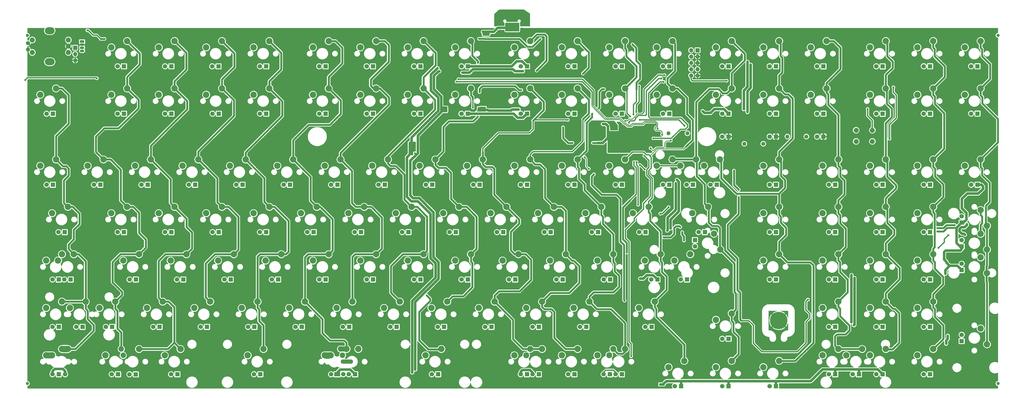
<source format=gbr>
G04 #@! TF.GenerationSoftware,KiCad,Pcbnew,(5.99.0-3379-gdb40e0c595)*
G04 #@! TF.CreationDate,2020-09-18T00:05:34-04:00*
G04 #@! TF.ProjectId,Boston-keyboard-S,426f7374-6f6e-42d6-9b65-79626f617264,rev?*
G04 #@! TF.SameCoordinates,Original*
G04 #@! TF.FileFunction,Copper,L1,Top*
G04 #@! TF.FilePolarity,Positive*
%FSLAX46Y46*%
G04 Gerber Fmt 4.6, Leading zero omitted, Abs format (unit mm)*
G04 Created by KiCad (PCBNEW (5.99.0-3379-gdb40e0c595)) date 2020-09-18 00:05:34*
%MOMM*%
%LPD*%
G01*
G04 APERTURE LIST*
G04 #@! TA.AperFunction,ComponentPad*
%ADD10R,1.800000X1.800000*%
G04 #@! TD*
G04 #@! TA.AperFunction,ComponentPad*
%ADD11C,1.800000*%
G04 #@! TD*
G04 #@! TA.AperFunction,ComponentPad*
%ADD12R,2.200000X1.800000*%
G04 #@! TD*
G04 #@! TA.AperFunction,ComponentPad*
%ADD13R,1.700000X1.700000*%
G04 #@! TD*
G04 #@! TA.AperFunction,ComponentPad*
%ADD14O,1.700000X1.700000*%
G04 #@! TD*
G04 #@! TA.AperFunction,ComponentPad*
%ADD15C,0.800000*%
G04 #@! TD*
G04 #@! TA.AperFunction,ComponentPad*
%ADD16C,7.000000*%
G04 #@! TD*
G04 #@! TA.AperFunction,ComponentPad*
%ADD17C,1.600000*%
G04 #@! TD*
G04 #@! TA.AperFunction,ComponentPad*
%ADD18O,1.600000X1.600000*%
G04 #@! TD*
G04 #@! TA.AperFunction,WasherPad*
%ADD19C,1.300000*%
G04 #@! TD*
G04 #@! TA.AperFunction,ComponentPad*
%ADD20C,1.700000*%
G04 #@! TD*
G04 #@! TA.AperFunction,ComponentPad*
%ADD21C,2.032000*%
G04 #@! TD*
G04 #@! TA.AperFunction,ComponentPad*
%ADD22O,3.900000X2.799999*%
G04 #@! TD*
G04 #@! TA.AperFunction,ComponentPad*
%ADD23R,1.800000X1.070000*%
G04 #@! TD*
G04 #@! TA.AperFunction,ComponentPad*
%ADD24O,1.800000X1.070000*%
G04 #@! TD*
G04 #@! TA.AperFunction,ComponentPad*
%ADD25C,2.540000*%
G04 #@! TD*
G04 #@! TA.AperFunction,ComponentPad*
%ADD26C,2.400000*%
G04 #@! TD*
G04 #@! TA.AperFunction,ComponentPad*
%ADD27C,2.200000*%
G04 #@! TD*
G04 #@! TA.AperFunction,ComponentPad*
%ADD28O,1.300000X1.900000*%
G04 #@! TD*
G04 #@! TA.AperFunction,ComponentPad*
%ADD29O,1.100000X2.200000*%
G04 #@! TD*
G04 #@! TA.AperFunction,ComponentPad*
%ADD30C,2.000000*%
G04 #@! TD*
G04 #@! TA.AperFunction,WasherPad*
%ADD31O,5.000000X1.701800*%
G04 #@! TD*
G04 #@! TA.AperFunction,ViaPad*
%ADD32C,0.800000*%
G04 #@! TD*
G04 #@! TA.AperFunction,ViaPad*
%ADD33C,0.600000*%
G04 #@! TD*
G04 #@! TA.AperFunction,Conductor*
%ADD34C,0.750000*%
G04 #@! TD*
G04 #@! TA.AperFunction,Conductor*
%ADD35C,0.500000*%
G04 #@! TD*
G04 #@! TA.AperFunction,Conductor*
%ADD36C,1.000000*%
G04 #@! TD*
G04 #@! TA.AperFunction,Conductor*
%ADD37C,0.300000*%
G04 #@! TD*
G04 #@! TA.AperFunction,Conductor*
%ADD38C,2.000000*%
G04 #@! TD*
G04 #@! TA.AperFunction,Conductor*
%ADD39C,0.254000*%
G04 #@! TD*
G04 #@! TA.AperFunction,Conductor*
%ADD40C,0.200000*%
G04 #@! TD*
G04 APERTURE END LIST*
D10*
X69657600Y-168280000D03*
D11*
X72197600Y-168280000D03*
D12*
X181420000Y-168280000D03*
D11*
X183960000Y-168280000D03*
D10*
X381595000Y-130180000D03*
D11*
X379055000Y-130180000D03*
D13*
X76225000Y-36975000D03*
D14*
X76225000Y-39515000D03*
X76225000Y-42055000D03*
D10*
X181570000Y-92080000D03*
D11*
X179030000Y-92080000D03*
D10*
X419695000Y-168280000D03*
D11*
X417155000Y-168280000D03*
D15*
X360749655Y-144793345D03*
X358893500Y-149274500D03*
X361518500Y-146649500D03*
X357037345Y-148505655D03*
X357037345Y-144793345D03*
X358893500Y-144024500D03*
X360749655Y-148505655D03*
D16*
X358893500Y-146649500D03*
D15*
X356268500Y-146649500D03*
D10*
X253007500Y-130180000D03*
D11*
X250467500Y-130180000D03*
D10*
X69657600Y-168280000D03*
D11*
X67117600Y-168280000D03*
D10*
X238720000Y-92080000D03*
D11*
X236180000Y-92080000D03*
D10*
X152995000Y-111130000D03*
D11*
X150455000Y-111130000D03*
D10*
X333970000Y-92080000D03*
D11*
X331430000Y-92080000D03*
D10*
X167282500Y-149230000D03*
D11*
X164742500Y-149230000D03*
D10*
X233957500Y-63505000D03*
D11*
X231417500Y-63505000D03*
D10*
X338732500Y-153992500D03*
D11*
X336192500Y-153992500D03*
D10*
X419695000Y-92080000D03*
D11*
X417155000Y-92080000D03*
D10*
X438745000Y-44429600D03*
D11*
X436205000Y-44429600D03*
D10*
X114895000Y-63505000D03*
D11*
X112355000Y-63505000D03*
D10*
X195857500Y-44455000D03*
D11*
X193317500Y-44455000D03*
D10*
X114895000Y-111130000D03*
D11*
X112355000Y-111130000D03*
D10*
X400645000Y-63530400D03*
D11*
X398105000Y-63530400D03*
D10*
X419695000Y-44429600D03*
D11*
X417155000Y-44429600D03*
D10*
X381595000Y-149230000D03*
D11*
X379055000Y-149230000D03*
D10*
X276820000Y-168280000D03*
D11*
X274280000Y-168280000D03*
D10*
X233995600Y-44455000D03*
D11*
X231455600Y-44455000D03*
D10*
X432395000Y-107320000D03*
D11*
X432395000Y-104780000D03*
D10*
X138707500Y-130180000D03*
D11*
X136167500Y-130180000D03*
D10*
X210145000Y-111130000D03*
D11*
X207605000Y-111130000D03*
D10*
X314915000Y-92062500D03*
D11*
X312375000Y-92062500D03*
D10*
X257770000Y-44455000D03*
D11*
X255230000Y-44455000D03*
D10*
X329207500Y-111130000D03*
D11*
X326667500Y-111130000D03*
D10*
X67270000Y-92080000D03*
D11*
X64730000Y-92080000D03*
D10*
X357782500Y-111130000D03*
D11*
X355242500Y-111130000D03*
D10*
X91082500Y-149230000D03*
D11*
X88542500Y-149230000D03*
D10*
X381595000Y-92080000D03*
D11*
X379055000Y-92080000D03*
D10*
X119657500Y-130180000D03*
D11*
X117117500Y-130180000D03*
D10*
X419695000Y-149230000D03*
D11*
X417155000Y-149230000D03*
D10*
X257770000Y-63505000D03*
D11*
X255230000Y-63505000D03*
D10*
X314920000Y-63500000D03*
D11*
X312380000Y-63500000D03*
D10*
X438745000Y-63479600D03*
D11*
X436205000Y-63479600D03*
D10*
X338732500Y-72712500D03*
D11*
X336192500Y-72712500D03*
D10*
X432395000Y-116845000D03*
D11*
X432395000Y-114305000D03*
D10*
X219670000Y-92080000D03*
D11*
X217130000Y-92080000D03*
D10*
X69651250Y-130180000D03*
D11*
X67111250Y-130180000D03*
D10*
X114895000Y-44455000D03*
D11*
X112355000Y-44455000D03*
D10*
X432395000Y-154945000D03*
D11*
X432395000Y-152405000D03*
D10*
X152995000Y-44455000D03*
D11*
X150455000Y-44455000D03*
D10*
X205382500Y-149230000D03*
D11*
X202842500Y-149230000D03*
D10*
X214907500Y-44455000D03*
D11*
X212367500Y-44455000D03*
D10*
X105370000Y-92080000D03*
D11*
X102830000Y-92080000D03*
D10*
X295870000Y-63505000D03*
D11*
X293330000Y-63505000D03*
D17*
X352700000Y-75600000D03*
D18*
X345080000Y-75600000D03*
D10*
X338745200Y-44455000D03*
D11*
X336205200Y-44455000D03*
D10*
X200620000Y-92080000D03*
D11*
X198080000Y-92080000D03*
D10*
X419695000Y-63530400D03*
D11*
X417155000Y-63530400D03*
D10*
X93463750Y-168280000D03*
D11*
X90923750Y-168280000D03*
D10*
X438745000Y-92080000D03*
D11*
X436205000Y-92080000D03*
D10*
X186332500Y-149230000D03*
D11*
X183792500Y-149230000D03*
D10*
X276820000Y-92080000D03*
D11*
X274280000Y-92080000D03*
D12*
X181570000Y-168280000D03*
D11*
X179030000Y-168280000D03*
D10*
X357782500Y-130180000D03*
D11*
X355242500Y-130180000D03*
D19*
X447000000Y-32000000D03*
D10*
X357782500Y-72712500D03*
D11*
X355242500Y-72712500D03*
D10*
X338732500Y-63500000D03*
D11*
X336192500Y-63500000D03*
D10*
X95845000Y-63505000D03*
D11*
X93305000Y-63505000D03*
D10*
X176807500Y-44455000D03*
D11*
X174267500Y-44455000D03*
D10*
X172045000Y-111130000D03*
D11*
X169505000Y-111130000D03*
D10*
X176807500Y-63505000D03*
D11*
X174267500Y-63505000D03*
D10*
X176807500Y-130180000D03*
D11*
X174267500Y-130180000D03*
D10*
X381595000Y-168280000D03*
D11*
X379055000Y-168280000D03*
D10*
X276820000Y-63505000D03*
D11*
X274280000Y-63505000D03*
D10*
X325238750Y-114305000D03*
D11*
X325238750Y-116845000D03*
D10*
X100594800Y-168305400D03*
D11*
X98054800Y-168305400D03*
D10*
X69651250Y-149230000D03*
D11*
X67111250Y-149230000D03*
D10*
X400645000Y-130180000D03*
D11*
X398105000Y-130180000D03*
D10*
X150609000Y-168262000D03*
D11*
X148069000Y-168262000D03*
D10*
X222060000Y-168265000D03*
D11*
X219520000Y-168265000D03*
D10*
X162520000Y-92080000D03*
D11*
X159980000Y-92080000D03*
D10*
X248245000Y-111130000D03*
D11*
X245705000Y-111130000D03*
D10*
X400645000Y-149230000D03*
D11*
X398105000Y-149230000D03*
D10*
X400645000Y-92080000D03*
D11*
X398105000Y-92080000D03*
D10*
X95845000Y-44455000D03*
D11*
X93305000Y-44455000D03*
D19*
X57000000Y-172000000D03*
D10*
X257770000Y-92080000D03*
D11*
X255230000Y-92080000D03*
D10*
X291094800Y-168280000D03*
D11*
X288554800Y-168280000D03*
D10*
X157757500Y-130180000D03*
D11*
X155217500Y-130180000D03*
D10*
X191095000Y-111130000D03*
D11*
X188555000Y-111130000D03*
D10*
X400645000Y-44480400D03*
D11*
X398105000Y-44480400D03*
D10*
X110132500Y-149230000D03*
D11*
X107592500Y-149230000D03*
D10*
X67270000Y-63530400D03*
D11*
X64730000Y-63530400D03*
D10*
X357800000Y-63500000D03*
D11*
X355260000Y-63500000D03*
D10*
X319682500Y-173042500D03*
D11*
X317142500Y-173042500D03*
D20*
X57255000Y-35175000D03*
D14*
X57255000Y-37715000D03*
D10*
X262519800Y-168254600D03*
D11*
X259979800Y-168254600D03*
D10*
X295870000Y-168280000D03*
D11*
X293330000Y-168280000D03*
D10*
X322063750Y-130180000D03*
D11*
X319523750Y-130180000D03*
D10*
X276820000Y-44455000D03*
D11*
X274280000Y-44455000D03*
D10*
X357782500Y-92080000D03*
D11*
X355242500Y-92080000D03*
D10*
X224432500Y-149230000D03*
D11*
X221892500Y-149230000D03*
D10*
X229195000Y-111130000D03*
D11*
X226655000Y-111130000D03*
D10*
X357782500Y-173042500D03*
D11*
X355242500Y-173042500D03*
D10*
X133818000Y-44455000D03*
D11*
X131278000Y-44455000D03*
D19*
X57000000Y-32000000D03*
D10*
X262532500Y-149230000D03*
D11*
X259992500Y-149230000D03*
D10*
X432395000Y-126370000D03*
D11*
X432395000Y-123830000D03*
D10*
X188707400Y-168280000D03*
D11*
X186167400Y-168280000D03*
D10*
X324445000Y-92080000D03*
D11*
X321905000Y-92080000D03*
D10*
X100607500Y-130180000D03*
D11*
X98067500Y-130180000D03*
D10*
X376832500Y-63500000D03*
D11*
X374292500Y-63500000D03*
D10*
X419695000Y-130180000D03*
D11*
X417155000Y-130180000D03*
D10*
X419695000Y-111130000D03*
D11*
X417155000Y-111130000D03*
D10*
X72032500Y-111130000D03*
D11*
X69492500Y-111130000D03*
D10*
X291107500Y-130180000D03*
D11*
X288567500Y-130180000D03*
D10*
X338732500Y-173042500D03*
D11*
X336192500Y-173042500D03*
D10*
X286345000Y-111130000D03*
D11*
X283805000Y-111130000D03*
D21*
X73500000Y-38875000D03*
X73500000Y-33875000D03*
X73500000Y-36375000D03*
D22*
X66000000Y-30125000D03*
X66000000Y-42625000D03*
D21*
X59000000Y-38875000D03*
X59000000Y-33875000D03*
D10*
X307776250Y-149230000D03*
D11*
X305236250Y-149230000D03*
D10*
X152995000Y-63505000D03*
D11*
X150455000Y-63505000D03*
D10*
X272057500Y-130180000D03*
D11*
X269517500Y-130180000D03*
D10*
X124420000Y-92080000D03*
D11*
X121880000Y-92080000D03*
D10*
X233957500Y-130180000D03*
D11*
X231417500Y-130180000D03*
D10*
X117282600Y-168280000D03*
D11*
X114742600Y-168280000D03*
D10*
X314920000Y-44455000D03*
D11*
X312380000Y-44455000D03*
D10*
X257770000Y-168280000D03*
D11*
X255230000Y-168280000D03*
D10*
X133945000Y-63505000D03*
D11*
X131405000Y-63505000D03*
D10*
X129182500Y-149230000D03*
D11*
X126642500Y-149230000D03*
D10*
X305395000Y-111130000D03*
D11*
X302855000Y-111130000D03*
D10*
X295870000Y-44455000D03*
D11*
X293330000Y-44455000D03*
D17*
X370000000Y-72700000D03*
D18*
X362380000Y-72700000D03*
D10*
X214907500Y-130180000D03*
D11*
X212367500Y-130180000D03*
D10*
X79176250Y-149230000D03*
D11*
X76636250Y-149230000D03*
D10*
X400645000Y-168280000D03*
D11*
X398105000Y-168280000D03*
D10*
X281582500Y-149230000D03*
D11*
X279042500Y-149230000D03*
D10*
X357782500Y-44429600D03*
D11*
X355242500Y-44429600D03*
D10*
X143470000Y-92080000D03*
D11*
X140930000Y-92080000D03*
D10*
X391120000Y-168280000D03*
D11*
X388580000Y-168280000D03*
D10*
X310157500Y-130180000D03*
D11*
X307617500Y-130180000D03*
D10*
X295870000Y-92080000D03*
D11*
X293330000Y-92080000D03*
D10*
X95845000Y-111130000D03*
D11*
X93305000Y-111130000D03*
D13*
X326250000Y-38000000D03*
D14*
X323710000Y-38000000D03*
X326250000Y-40540000D03*
X323710000Y-40540000D03*
X326250000Y-43080000D03*
X323710000Y-43080000D03*
X326250000Y-45620000D03*
X323710000Y-45620000D03*
X326250000Y-48160000D03*
X323710000Y-48160000D03*
D23*
X79000000Y-34470000D03*
D24*
X79000000Y-35740000D03*
X79000000Y-37010000D03*
X79000000Y-38280000D03*
D10*
X74413750Y-130180000D03*
D11*
X71873750Y-130180000D03*
D10*
X214907500Y-63505000D03*
D11*
X212367500Y-63505000D03*
D10*
X376832500Y-72712500D03*
D11*
X374292500Y-72712500D03*
D17*
X322220000Y-71400000D03*
D18*
X314600000Y-71400000D03*
D10*
X376832500Y-44480400D03*
D11*
X374292500Y-44480400D03*
D10*
X86320000Y-92080000D03*
D11*
X83780000Y-92080000D03*
D10*
X267295000Y-111130000D03*
D11*
X264755000Y-111130000D03*
D10*
X243482500Y-149230000D03*
D11*
X240942500Y-149230000D03*
D10*
X133945000Y-111130000D03*
D11*
X131405000Y-111130000D03*
D10*
X195857500Y-130180000D03*
D11*
X193317500Y-130180000D03*
D10*
X381595000Y-111130000D03*
D11*
X379055000Y-111130000D03*
D19*
X447000000Y-172000000D03*
D10*
X148232500Y-149230000D03*
D11*
X145692500Y-149230000D03*
D10*
X195857500Y-63505000D03*
D11*
X193317500Y-63505000D03*
D10*
X400645000Y-111130000D03*
D11*
X398105000Y-111130000D03*
D25*
X278090000Y-81920000D03*
X271740000Y-84460000D03*
X392390000Y-158120000D03*
X386040000Y-160660000D03*
X254277500Y-120020000D03*
X247927500Y-122560000D03*
X420965000Y-158120000D03*
X414615000Y-160660000D03*
D26*
X259040000Y-158120000D03*
D25*
X252690000Y-160660000D03*
X97115000Y-53345000D03*
X90765000Y-55885000D03*
X306665000Y-100970000D03*
X300315000Y-103510000D03*
X216177500Y-34295000D03*
X209827500Y-36835000D03*
X442555000Y-108590000D03*
X440015000Y-102240000D03*
X340002500Y-53345000D03*
X333652500Y-55885000D03*
X359052500Y-120020000D03*
X352702500Y-122560000D03*
X359052500Y-100970000D03*
X352702500Y-103510000D03*
X420965000Y-120020000D03*
X414615000Y-122560000D03*
D27*
X94733750Y-158120000D03*
D25*
X88383750Y-160660000D03*
X80446250Y-139070000D03*
X74096250Y-141610000D03*
X139977500Y-120020000D03*
X133627500Y-122560000D03*
X297140000Y-34295000D03*
X290790000Y-36835000D03*
X330477500Y-100970000D03*
X324127500Y-103510000D03*
X130452500Y-139070000D03*
X124102500Y-141610000D03*
X263802500Y-139070000D03*
X257452500Y-141610000D03*
X70921250Y-139070000D03*
X64571250Y-141610000D03*
X216177500Y-120020000D03*
X209827500Y-122560000D03*
X182840000Y-81920000D03*
X176490000Y-84460000D03*
X323333964Y-120020000D03*
X316983964Y-122560000D03*
X297140000Y-81920000D03*
X290790000Y-84460000D03*
X154265000Y-53345000D03*
X147915000Y-55885000D03*
X197127500Y-120020000D03*
X190777500Y-122560000D03*
X259040160Y-34295000D03*
X252690160Y-36835000D03*
X220940000Y-81920000D03*
X214590000Y-84460000D03*
X440015000Y-81920000D03*
X433665000Y-84460000D03*
X116165000Y-100970000D03*
X109815000Y-103510000D03*
D26*
X292377500Y-158120000D03*
D25*
X286027500Y-160660000D03*
X192365000Y-100970000D03*
X186015000Y-103510000D03*
X111402500Y-139070000D03*
X105052500Y-141610000D03*
X401915000Y-139070000D03*
X395565000Y-141610000D03*
X187602500Y-139070000D03*
X181252500Y-141610000D03*
X87590000Y-81920000D03*
X81240000Y-84460000D03*
X316190000Y-81920000D03*
X309840000Y-84460000D03*
X125690000Y-81920000D03*
X119340000Y-84460000D03*
X420965000Y-81920000D03*
X414615000Y-84460000D03*
X440015000Y-53345000D03*
X433665000Y-55885000D03*
X197127606Y-34295000D03*
X190777606Y-36835000D03*
X401915000Y-34295000D03*
X395565000Y-36835000D03*
X382865000Y-158120000D03*
X376515000Y-160660000D03*
X154265000Y-34295000D03*
X147915000Y-36835000D03*
X273327500Y-120020000D03*
X266977500Y-122560000D03*
X235227500Y-53345000D03*
X228877500Y-55885000D03*
D28*
X256037000Y-22600000D03*
D29*
X247437000Y-26800000D03*
D28*
X247437000Y-22600000D03*
D29*
X256037000Y-26800000D03*
D25*
X401915000Y-120020000D03*
X395565000Y-122560000D03*
X278090000Y-34295000D03*
X271740000Y-36835000D03*
X340002500Y-143832500D03*
X333652500Y-146372500D03*
X206652500Y-139070000D03*
X200302500Y-141610000D03*
X223321250Y-158120000D03*
X216971250Y-160660000D03*
X335398750Y-118115000D03*
X332858750Y-111765000D03*
X178077500Y-53345000D03*
X171727500Y-55885000D03*
X442555000Y-127640000D03*
X440015000Y-121290000D03*
X335240000Y-81920000D03*
X328890000Y-84460000D03*
X185221250Y-158120000D03*
X178871250Y-160660000D03*
X178077590Y-34295000D03*
X171727590Y-36835000D03*
X287615000Y-100970000D03*
X281265000Y-103510000D03*
X401915000Y-100970000D03*
X395565000Y-103510000D03*
X116165000Y-34295000D03*
X109815000Y-36835000D03*
X235227500Y-120020000D03*
X228877500Y-122560000D03*
X135215000Y-100970000D03*
X128865000Y-103510000D03*
X197127500Y-53345000D03*
X190777500Y-55885000D03*
D30*
X396500000Y-70170000D03*
X390000000Y-70170000D03*
X390000000Y-74670000D03*
X396500000Y-74670000D03*
D25*
X151883750Y-158120000D03*
X145533750Y-160660000D03*
D31*
X185380000Y-163200000D03*
D27*
X182840000Y-158120000D03*
D25*
X176490000Y-160660000D03*
X401915000Y-158120000D03*
X395565000Y-160660000D03*
X168552500Y-139070000D03*
X162202500Y-141610000D03*
X340002500Y-162882500D03*
X333652500Y-165422500D03*
X73302500Y-100970000D03*
X66952500Y-103510000D03*
X97115000Y-100970000D03*
X90765000Y-103510000D03*
X68540000Y-53345000D03*
X62190000Y-55885000D03*
X316190000Y-34295000D03*
X309840000Y-36835000D03*
X359052500Y-162882500D03*
X352702500Y-165422500D03*
X259040000Y-81920000D03*
X252690000Y-84460000D03*
X97115000Y-34295000D03*
X90765000Y-36835000D03*
X144740000Y-81920000D03*
X138390000Y-84460000D03*
X442555000Y-118115000D03*
X440015000Y-111765000D03*
X359052500Y-53345000D03*
X352702500Y-55885000D03*
X225702500Y-139070000D03*
X219352500Y-141610000D03*
X359052500Y-34295000D03*
X352702500Y-36835000D03*
X70921250Y-120020000D03*
X64571250Y-122560000D03*
X278090000Y-158120000D03*
X271740000Y-160660000D03*
X73302500Y-158120000D03*
X66952500Y-160660000D03*
X118546250Y-158120000D03*
X112196250Y-160660000D03*
X378102500Y-34295000D03*
X371752500Y-36835000D03*
X440015000Y-34295000D03*
X433665000Y-36835000D03*
X311427500Y-120020000D03*
X305077500Y-122560000D03*
X401915000Y-81920000D03*
X395565000Y-84460000D03*
X135215000Y-34295000D03*
X128865000Y-36835000D03*
X92352500Y-139070000D03*
X86002500Y-141610000D03*
X239990000Y-81920000D03*
X233640000Y-84460000D03*
X340002500Y-34295000D03*
X333652500Y-36835000D03*
X149502500Y-139070000D03*
X143152500Y-141610000D03*
X420965000Y-139070000D03*
X414615000Y-141610000D03*
X106640000Y-81920000D03*
X100290000Y-84460000D03*
X68540000Y-81920000D03*
X62190000Y-84460000D03*
X75683750Y-120020000D03*
X69333750Y-122560000D03*
X159027500Y-120020000D03*
X152677500Y-122560000D03*
X278090000Y-53345000D03*
X271740000Y-55885000D03*
X178077500Y-120020000D03*
X171727500Y-122560000D03*
X420965000Y-100970000D03*
X414615000Y-103510000D03*
X244752500Y-139070000D03*
X238402500Y-141610000D03*
X116165000Y-53345000D03*
X109815000Y-55885000D03*
X263802500Y-158120000D03*
D26*
X257452500Y-160660000D03*
D25*
X154265000Y-100970000D03*
X147915000Y-103510000D03*
X382865000Y-100970000D03*
X376515000Y-103510000D03*
X259040000Y-53345000D03*
X252690000Y-55885000D03*
X316190000Y-53345000D03*
X309840000Y-55885000D03*
X235227500Y-34295000D03*
X228877500Y-36835000D03*
X382865000Y-120020000D03*
X376515000Y-122560000D03*
X297140000Y-53345000D03*
X290790000Y-55885000D03*
X268565000Y-100970000D03*
X262215000Y-103510000D03*
X292377500Y-120020000D03*
X286027500Y-122560000D03*
X163790000Y-81920000D03*
X157440000Y-84460000D03*
X101877500Y-120020000D03*
X95527500Y-122560000D03*
X378102500Y-53345000D03*
X371752500Y-55885000D03*
X120927500Y-120020000D03*
X114577500Y-122560000D03*
X249515000Y-100970000D03*
X243165000Y-103510000D03*
X382865000Y-139070000D03*
X376515000Y-141610000D03*
X420965000Y-34295000D03*
X414615000Y-36835000D03*
X101877500Y-158120000D03*
D27*
X95527500Y-160660000D03*
D25*
X216177500Y-53345000D03*
X209827500Y-55885000D03*
X309046250Y-139070000D03*
X302696250Y-141610000D03*
X135215000Y-53345000D03*
X128865000Y-55885000D03*
X282852500Y-139070000D03*
X276502500Y-141610000D03*
X325715000Y-81920000D03*
X319365000Y-84460000D03*
X401915000Y-53345000D03*
X395565000Y-55885000D03*
X211415000Y-100970000D03*
X205065000Y-103510000D03*
X382865000Y-81920000D03*
X376515000Y-84460000D03*
X189983750Y-158120000D03*
D27*
X183633750Y-160660000D03*
D25*
X320952500Y-162882500D03*
X314602500Y-165422500D03*
X442555000Y-156215000D03*
X440015000Y-149865000D03*
X70921250Y-158120000D03*
X64571250Y-160660000D03*
X359052500Y-81920000D03*
X352702500Y-84460000D03*
X201890000Y-81920000D03*
X195540000Y-84460000D03*
X420965000Y-53345000D03*
X414615000Y-55885000D03*
X297140000Y-158120000D03*
D26*
X290790000Y-160660000D03*
D25*
X173315000Y-100970000D03*
X166965000Y-103510000D03*
X230465000Y-100970000D03*
X224115000Y-103510000D03*
D32*
X312670000Y-113200000D03*
X297800000Y-119300000D03*
X427000000Y-112325000D03*
X300700000Y-83000000D03*
X423080000Y-117440000D03*
X319340901Y-109089099D03*
X240300000Y-31775000D03*
X254200000Y-29025000D03*
X249600000Y-29025000D03*
X242200000Y-31775000D03*
X249600000Y-29925000D03*
X241250000Y-31775000D03*
X254200000Y-29925000D03*
X297250000Y-66375000D03*
X313000000Y-48000000D03*
X298660000Y-67140000D03*
X311700000Y-49400000D03*
X304890000Y-80430000D03*
X299600000Y-161000000D03*
X370600000Y-138250000D03*
X343900000Y-146700000D03*
X296990000Y-138690000D03*
X342800000Y-97100000D03*
X342800000Y-94100000D03*
X284640000Y-87885000D03*
X340900000Y-86400000D03*
X314643750Y-101066250D03*
X302413750Y-100113750D03*
X311300000Y-103700000D03*
X301800000Y-83000000D03*
X305000000Y-85825000D03*
X303057500Y-84142500D03*
X255450000Y-54025000D03*
X301650000Y-62800000D03*
X238700000Y-54800000D03*
X302811250Y-52488750D03*
X300500000Y-63750000D03*
X238500000Y-33400000D03*
X300140000Y-35660000D03*
X87990000Y-33445000D03*
X81125000Y-30000000D03*
D33*
X263160000Y-33445000D03*
D32*
X84925000Y-49275000D03*
X56225000Y-49925000D03*
X307420000Y-77385000D03*
X315500000Y-74325000D03*
X403425000Y-73575000D03*
X312600000Y-50700000D03*
X337975000Y-50250000D03*
X404950000Y-52900000D03*
X308530000Y-73415000D03*
X211576885Y-167568760D03*
X212700000Y-78125000D03*
X389124990Y-148555010D03*
X312410000Y-172350000D03*
X328337500Y-62487500D03*
X211649385Y-148591260D03*
X389319990Y-129580010D03*
X212700000Y-76840000D03*
X220781250Y-129624375D03*
X422620000Y-110810000D03*
X314071260Y-110491260D03*
X221690010Y-45209990D03*
X317520000Y-91420000D03*
X209555010Y-91444990D03*
X212700000Y-75540000D03*
X346341260Y-62866260D03*
X303200000Y-129810000D03*
X329037500Y-63187500D03*
X347633740Y-43816260D03*
X425850000Y-127860000D03*
X221050000Y-63450000D03*
X219000000Y-110500000D03*
X311350000Y-172350000D03*
X282590000Y-85670000D03*
X280910000Y-81010000D03*
X368600000Y-86425000D03*
X99200000Y-145225000D03*
X284500000Y-69375000D03*
X296200000Y-55625000D03*
X143600000Y-105825000D03*
X152600000Y-86625000D03*
X201200000Y-106425000D03*
X91880000Y-47995000D03*
X293000000Y-104625000D03*
X198400000Y-163225000D03*
X224200000Y-125425000D03*
X348800000Y-59025000D03*
X293000000Y-69625000D03*
X305600000Y-94425000D03*
X86950000Y-35075000D03*
X224800000Y-59425000D03*
X81400000Y-58425000D03*
X124800000Y-106825000D03*
X292000000Y-69625000D03*
X238800000Y-106625000D03*
X255725000Y-30375000D03*
X408400000Y-105025000D03*
X85050000Y-69330000D03*
X276000000Y-76500000D03*
X104600000Y-106425000D03*
X126400000Y-85425000D03*
X159400000Y-125425000D03*
X324400000Y-57625000D03*
X366200000Y-58825000D03*
X107400000Y-124625000D03*
X244355625Y-58901250D03*
X285500000Y-69375000D03*
X391400000Y-144225000D03*
X364600000Y-38225000D03*
X245308125Y-59853750D03*
X71715000Y-52233750D03*
X174600000Y-107625000D03*
X86025000Y-35050000D03*
X207200000Y-145225000D03*
X177600000Y-145225000D03*
X247000000Y-31125000D03*
X294800000Y-142825000D03*
X215066250Y-76880000D03*
X261800000Y-125625000D03*
X215060000Y-75630000D03*
X125800000Y-124025000D03*
X106000000Y-57625000D03*
X270200000Y-144625000D03*
X183400000Y-88025000D03*
X281800000Y-125625000D03*
X283500000Y-69375000D03*
X407800000Y-141425000D03*
X183200000Y-122425000D03*
X258800000Y-106425000D03*
X390800000Y-87825000D03*
X347200000Y-168625000D03*
X212200000Y-107625000D03*
X83425000Y-35075000D03*
X75000000Y-86425000D03*
X244355625Y-59853750D03*
X207000000Y-79025000D03*
X82500000Y-35075000D03*
X193400000Y-145025000D03*
X205200000Y-59025000D03*
X89930000Y-47965000D03*
X274600000Y-105625000D03*
X215000000Y-79425000D03*
X255725000Y-29375000D03*
X270500000Y-67500000D03*
X201800000Y-123225000D03*
X224000000Y-66225000D03*
X298800000Y-95625000D03*
X90910000Y-47965000D03*
X366400000Y-166225000D03*
X320600000Y-144225000D03*
X207000000Y-88825000D03*
X267200000Y-48025000D03*
X229000000Y-87025000D03*
X231600000Y-144825000D03*
X408200000Y-87225000D03*
X215050000Y-78310000D03*
X246050000Y-31150000D03*
X234600000Y-30825000D03*
X266600000Y-58825000D03*
X112800000Y-86225000D03*
X291300000Y-68425000D03*
X245300000Y-58875000D03*
X320600000Y-78625000D03*
X271680000Y-75180000D03*
X147800000Y-125425000D03*
X163600000Y-107625000D03*
X312050000Y-71955000D03*
X229440000Y-50640000D03*
X230220000Y-49630000D03*
X310180000Y-69485000D03*
X236000000Y-61075000D03*
X237975000Y-64725000D03*
X238030000Y-43050000D03*
X215535000Y-67065000D03*
X217487000Y-136608000D03*
X194095000Y-68005000D03*
X181175000Y-65325000D03*
X159400000Y-64400000D03*
X140000000Y-64400000D03*
X116671875Y-66331875D03*
X96980625Y-66020625D03*
X425300000Y-67500000D03*
X401915000Y-67285000D03*
X382865000Y-66365000D03*
X364500000Y-68500000D03*
X325710000Y-64390000D03*
X322025000Y-63675000D03*
X286500000Y-61400000D03*
X288680000Y-53620000D03*
X299200000Y-64600000D03*
X283970000Y-63510000D03*
X282600000Y-63400000D03*
X280210000Y-47390000D03*
X274200000Y-66000000D03*
X261600000Y-46200000D03*
X73620000Y-67473750D03*
X303100000Y-66000000D03*
X321000000Y-68300000D03*
X225140000Y-61686250D03*
X315425000Y-109625000D03*
X309400000Y-67925000D03*
X344863750Y-61686250D03*
X318000000Y-90125000D03*
X320100000Y-111125000D03*
X434480000Y-107940000D03*
X256075000Y-46450000D03*
X394600000Y-61625000D03*
X429590000Y-108260000D03*
X210900000Y-90200000D03*
X284250000Y-75250000D03*
X223313750Y-61686250D03*
X433700000Y-112225000D03*
X212860000Y-166235000D03*
X388075000Y-147375000D03*
X224187500Y-61686250D03*
X222282500Y-128361250D03*
X288250000Y-67675000D03*
X388100000Y-128400000D03*
X276000000Y-75250000D03*
X238800000Y-62125000D03*
X422620000Y-109450000D03*
X220200000Y-109300000D03*
X311400000Y-75520000D03*
X426800000Y-152825000D03*
X254400000Y-61795000D03*
X212850625Y-147411250D03*
X346338750Y-42636250D03*
X232725000Y-47025000D03*
X212700000Y-79390000D03*
X320800625Y-114499375D03*
X254300000Y-46450000D03*
X296600000Y-69675000D03*
X294750000Y-78625000D03*
X231775000Y-47025000D03*
X238350000Y-61275000D03*
X222535000Y-46465000D03*
X426150000Y-156000000D03*
X272250000Y-69000000D03*
X255175000Y-46450000D03*
D34*
X312670000Y-113200000D02*
X315500000Y-113200000D01*
D35*
X423080000Y-117440000D02*
X425400000Y-115120000D01*
X425400000Y-115120000D02*
X425400000Y-113925000D01*
D34*
X297800000Y-115500000D02*
X297800000Y-119300000D01*
X318940902Y-108689100D02*
X319340901Y-109089099D01*
D35*
X301600000Y-85200000D02*
X301600000Y-95900000D01*
D34*
X316860000Y-109430000D02*
X317600900Y-108689100D01*
X296300000Y-101200000D02*
X296300000Y-113900000D01*
X296300000Y-114000000D02*
X297800000Y-115500000D01*
D35*
X300700000Y-84300000D02*
X301600000Y-85200000D01*
D34*
X316860000Y-111840000D02*
X316860000Y-109430000D01*
X296300000Y-113900000D02*
X296300000Y-114000000D01*
D35*
X301600000Y-95900000D02*
X299100000Y-98400000D01*
D34*
X317600900Y-108689100D02*
X318940902Y-108689100D01*
D35*
X425400000Y-113925000D02*
X427000000Y-112325000D01*
D34*
X299100000Y-98400000D02*
X296300000Y-101200000D01*
D35*
X300700000Y-83000000D02*
X300700000Y-84300000D01*
D34*
X315500000Y-113200000D02*
X316860000Y-111840000D01*
D36*
X249575000Y-29000000D02*
X249600000Y-29025000D01*
X248200000Y-29000000D02*
X249575000Y-29000000D01*
X246000000Y-29000000D02*
X244400000Y-30600000D01*
X248200000Y-29000000D02*
X246000000Y-29000000D01*
X240000000Y-30600000D02*
X244400000Y-30600000D01*
D37*
X303940000Y-63610000D02*
X304150000Y-63400000D01*
D35*
X304150000Y-63400000D02*
X304800000Y-62750000D01*
D37*
X300740000Y-65080000D02*
X301680000Y-64140000D01*
D35*
X304800000Y-53700000D02*
X310500000Y-48000000D01*
D37*
X301680000Y-63860000D02*
X301930000Y-63610000D01*
X298800000Y-65725000D02*
X300095000Y-65725000D01*
D35*
X304800000Y-62750000D02*
X304800000Y-59830000D01*
D37*
X300095000Y-65725000D02*
X300740000Y-65080000D01*
D35*
X310500000Y-48000000D02*
X313000000Y-48000000D01*
D37*
X301930000Y-63610000D02*
X303940000Y-63610000D01*
X297250000Y-66375000D02*
X298150000Y-66375000D01*
X301680000Y-64140000D02*
X301680000Y-63860000D01*
D35*
X304800000Y-59830000D02*
X304800000Y-58400000D01*
X304800000Y-58400000D02*
X304800000Y-53700000D01*
D37*
X298150000Y-66375000D02*
X298800000Y-65725000D01*
D35*
X305700000Y-54400000D02*
X305700000Y-58800000D01*
X300680000Y-66420000D02*
X301260000Y-65840000D01*
X305700000Y-63950000D02*
X305450000Y-64200000D01*
X305700000Y-60190000D02*
X305700000Y-63950000D01*
X311700000Y-49400000D02*
X310700000Y-49400000D01*
X310700000Y-49400000D02*
X305700000Y-54400000D01*
X301260000Y-65390000D02*
X301260000Y-65840000D01*
X305450000Y-64200000D02*
X302450000Y-64200000D01*
X298660000Y-66910000D02*
X299150000Y-66420000D01*
X299150000Y-66420000D02*
X300680000Y-66420000D01*
X302450000Y-64200000D02*
X301260000Y-65390000D01*
X298660000Y-67140000D02*
X298660000Y-66910000D01*
X305700000Y-60190000D02*
X305700000Y-58800000D01*
X297300000Y-110200000D02*
X297300000Y-113600000D01*
X298800000Y-155200000D02*
X299600000Y-156000000D01*
X306740000Y-82280000D02*
X306740000Y-85100000D01*
X304070000Y-102330000D02*
X303700000Y-102700000D01*
X307340000Y-89710000D02*
X307340000Y-96780000D01*
X300900000Y-106600000D02*
X297300000Y-110200000D01*
X304580000Y-99540000D02*
X304580000Y-101820000D01*
X305870000Y-88240000D02*
X307340000Y-89710000D01*
X304580000Y-101820000D02*
X304070000Y-102330000D01*
X307340000Y-96780000D02*
X304580000Y-99540000D01*
X298800000Y-115100000D02*
X298800000Y-155200000D01*
X300900000Y-105500000D02*
X300900000Y-106090734D01*
X297300000Y-113600000D02*
X298800000Y-115100000D01*
X305870000Y-85970000D02*
X305870000Y-88240000D01*
X304890000Y-80430000D02*
X306740000Y-82280000D01*
X300900000Y-106090734D02*
X300900000Y-106600000D01*
X299600000Y-156000000D02*
X299600000Y-161000000D01*
X303700000Y-102700000D02*
X300900000Y-105500000D01*
X306740000Y-85100000D02*
X305870000Y-85970000D01*
D34*
X338400000Y-108200000D02*
X338400000Y-117900000D01*
D35*
X369850000Y-147250000D02*
X369850000Y-155675000D01*
D34*
X338400000Y-117900000D02*
X342300000Y-121800000D01*
X293720000Y-96130000D02*
X295300000Y-97710000D01*
X283750000Y-92150000D02*
X287730000Y-96130000D01*
D35*
X348700000Y-155825000D02*
X348700000Y-148550000D01*
D34*
X342800000Y-103800000D02*
X338400000Y-108200000D01*
X342300000Y-134000000D02*
X342300000Y-134400000D01*
X295300000Y-97710000D02*
X295300000Y-100884768D01*
X340900000Y-92100000D02*
X342800000Y-94000000D01*
X295300000Y-100884768D02*
X295300000Y-113300000D01*
D35*
X369800000Y-139050000D02*
X370600000Y-138250000D01*
X343900000Y-146700000D02*
X346850000Y-146700000D01*
X352100000Y-159225000D02*
X348700000Y-155825000D01*
X371350000Y-143975000D02*
X369800000Y-142425000D01*
D34*
X343400000Y-146200000D02*
X343900000Y-146700000D01*
X342800000Y-97100000D02*
X342800000Y-103800000D01*
D35*
X369850000Y-155675000D02*
X366300000Y-159225000D01*
D34*
X296700000Y-138400000D02*
X296990000Y-138690000D01*
X340900000Y-86400000D02*
X340900000Y-92100000D01*
X342800000Y-94000000D02*
X342800000Y-94100000D01*
X296700000Y-116300000D02*
X296700000Y-138400000D01*
X283750000Y-92150000D02*
X283750000Y-88775000D01*
X283750000Y-88775000D02*
X284640000Y-87885000D01*
D35*
X369800000Y-142425000D02*
X369800000Y-139050000D01*
X366300000Y-159225000D02*
X352100000Y-159225000D01*
X369850000Y-147250000D02*
X371350000Y-145750000D01*
D34*
X295300000Y-114900000D02*
X296700000Y-116300000D01*
D35*
X346850000Y-146700000D02*
X348700000Y-148550000D01*
D34*
X287730000Y-96130000D02*
X293720000Y-96130000D01*
X342300000Y-121800000D02*
X342300000Y-134000000D01*
D35*
X371350000Y-145750000D02*
X371350000Y-143975000D01*
D34*
X343400000Y-135500000D02*
X343400000Y-146200000D01*
X295300000Y-113300000D02*
X295300000Y-114900000D01*
X342300000Y-134400000D02*
X343400000Y-135500000D01*
D35*
X302413750Y-84813750D02*
X301800000Y-84200000D01*
X301800000Y-84200000D02*
X301800000Y-83000000D01*
X312010000Y-103700000D02*
X314643750Y-101066250D01*
X302413750Y-93186250D02*
X302413750Y-84813750D01*
X302413750Y-100113750D02*
X302413750Y-93186250D01*
X311300000Y-103700000D02*
X312010000Y-103700000D01*
X303057500Y-84142500D02*
X303317500Y-84142500D01*
X303317500Y-84142500D02*
X305000000Y-85825000D01*
X302811250Y-52488750D02*
X302811250Y-58738750D01*
X301700000Y-59850000D02*
X301700000Y-61580000D01*
X301650000Y-61630000D02*
X301700000Y-61580000D01*
D34*
X248315000Y-52400000D02*
X249725000Y-52400000D01*
X254600000Y-54025000D02*
X255450000Y-54025000D01*
X238700000Y-53500000D02*
X239800000Y-52400000D01*
D35*
X302811250Y-58738750D02*
X301700000Y-59850000D01*
D34*
X239800000Y-52400000D02*
X241300000Y-52400000D01*
D35*
X301700000Y-61580000D02*
X301710000Y-61590000D01*
D34*
X252975000Y-52400000D02*
X254600000Y-54025000D01*
D35*
X301650000Y-62800000D02*
X301650000Y-61630000D01*
D34*
X250600000Y-52400000D02*
X252975000Y-52400000D01*
X238700000Y-54800000D02*
X238700000Y-53500000D01*
X241300000Y-52400000D02*
X248315000Y-52400000D01*
X249725000Y-52400000D02*
X250600000Y-52400000D01*
X240650000Y-33450000D02*
X248450000Y-33450000D01*
D35*
X81525000Y-30000000D02*
X83450000Y-31925000D01*
X300500000Y-63750000D02*
X300500000Y-62700000D01*
D34*
X301600000Y-37120000D02*
X300140000Y-35660000D01*
X248450000Y-33450000D02*
X254750000Y-33450000D01*
D35*
X83450000Y-31925000D02*
X84965000Y-31925000D01*
X81125000Y-30000000D02*
X81525000Y-30000000D01*
D34*
X303120000Y-49580000D02*
X303120000Y-43700000D01*
X87983750Y-33438750D02*
X87990000Y-33445000D01*
X238500000Y-33400000D02*
X240600000Y-33400000D01*
X301600000Y-42180000D02*
X301600000Y-37120000D01*
X86478750Y-33438750D02*
X87983750Y-33438750D01*
X301680000Y-51020000D02*
X303120000Y-49580000D01*
X260000000Y-36600000D02*
X263150000Y-33450000D01*
D35*
X301680000Y-53890000D02*
X301680000Y-58670000D01*
X301680000Y-58670000D02*
X300500000Y-59850000D01*
X84965000Y-31925000D02*
X86478750Y-33438750D01*
D34*
X303120000Y-43700000D02*
X301600000Y-42180000D01*
X248450000Y-33450000D02*
X248500000Y-33400000D01*
X301680000Y-53890000D02*
X301680000Y-51020000D01*
X254750000Y-33450000D02*
X257900000Y-36600000D01*
D35*
X300500000Y-59850000D02*
X300500000Y-62700000D01*
D34*
X257900000Y-36600000D02*
X260000000Y-36600000D01*
D35*
X56225000Y-49925000D02*
X57075000Y-49075000D01*
X84725000Y-49075000D02*
X84925000Y-49275000D01*
X84317500Y-49075000D02*
X84725000Y-49075000D01*
X57075000Y-49075000D02*
X84317500Y-49075000D01*
D37*
X308760000Y-78235000D02*
X309820000Y-77175000D01*
X312580000Y-77175000D02*
X313150000Y-76605000D01*
X315310000Y-74515000D02*
X315500000Y-74325000D01*
X307420000Y-77385000D02*
X308270000Y-78235000D01*
X309820000Y-77175000D02*
X312580000Y-77175000D01*
X313150000Y-75165000D02*
X313800000Y-74515000D01*
X313150000Y-76605000D02*
X313150000Y-75165000D01*
X313800000Y-74515000D02*
X315310000Y-74515000D01*
X308270000Y-78235000D02*
X308760000Y-78235000D01*
D36*
X67117600Y-168280000D02*
X67117600Y-167086200D01*
X68057400Y-166146400D02*
X71308600Y-166146400D01*
X67117600Y-167086200D02*
X68057400Y-166146400D01*
X71308600Y-166146400D02*
X72197600Y-167035400D01*
X72197600Y-167035400D02*
X72197600Y-168280000D01*
X255230000Y-167264000D02*
X255915800Y-166578200D01*
X255915800Y-166578200D02*
X258989200Y-166578200D01*
X255230000Y-168280000D02*
X255230000Y-167264000D01*
X258989200Y-166578200D02*
X259979800Y-167568800D01*
X259979800Y-167568800D02*
X259979800Y-168254600D01*
D35*
X288554800Y-168280000D02*
X288554800Y-167441800D01*
X289393000Y-166603600D02*
X292466400Y-166603600D01*
X292466400Y-166603600D02*
X293330000Y-167467200D01*
X293330000Y-167467200D02*
X293330000Y-168280000D01*
X288554800Y-167441800D02*
X289393000Y-166603600D01*
X309840000Y-84460000D02*
X319365000Y-84460000D01*
D36*
X64571250Y-160660000D02*
X65055000Y-160660000D01*
X64571250Y-160660000D02*
X66952500Y-160660000D01*
D35*
X176490000Y-160660000D02*
X178871250Y-160660000D01*
D34*
X440015000Y-102240000D02*
X440015000Y-104215000D01*
X440015000Y-108185000D02*
X440015000Y-111765000D01*
X440600000Y-107600000D02*
X440015000Y-108185000D01*
X440600000Y-104800000D02*
X440600000Y-107600000D01*
X440015000Y-104215000D02*
X440600000Y-104800000D01*
D35*
X323710000Y-48160000D02*
X323710000Y-49835000D01*
X307160000Y-65255000D02*
X319650000Y-65255000D01*
X323710000Y-49835000D02*
X324150000Y-50275000D01*
X319400000Y-69745000D02*
X315730000Y-73415000D01*
X306600000Y-64450000D02*
X306600000Y-64695000D01*
X319650000Y-65255000D02*
X322270000Y-67875000D01*
X406100000Y-56100000D02*
X406100000Y-65250000D01*
X306600000Y-64695000D02*
X307160000Y-65255000D01*
X322270000Y-68845000D02*
X321370000Y-69745000D01*
X321370000Y-69745000D02*
X319400000Y-69745000D01*
X406100000Y-65250000D02*
X403425000Y-67925000D01*
X337950000Y-50275000D02*
X337975000Y-50250000D01*
X306600000Y-64450000D02*
X306600000Y-60400000D01*
X404950000Y-54950000D02*
X406100000Y-56100000D01*
X306600000Y-55300000D02*
X311200000Y-50700000D01*
X404950000Y-52900000D02*
X404950000Y-54950000D01*
X324150000Y-50275000D02*
X337950000Y-50275000D01*
X322270000Y-67875000D02*
X322270000Y-68845000D01*
X315730000Y-73415000D02*
X308530000Y-73415000D01*
X403425000Y-67925000D02*
X403425000Y-73575000D01*
X306600000Y-60400000D02*
X306600000Y-55300000D01*
X311200000Y-50700000D02*
X312600000Y-50700000D01*
D36*
X233995600Y-44455000D02*
X251595000Y-44455000D01*
X389319990Y-148360010D02*
X389124990Y-148555010D01*
X233957500Y-63505000D02*
X252345000Y-63505000D01*
X381595000Y-166755000D02*
X382040000Y-166310000D01*
X209555010Y-81055010D02*
X209555010Y-87563001D01*
X432395000Y-116845000D02*
X432395000Y-117975000D01*
X181570000Y-167527000D02*
X182739000Y-166358000D01*
X181570000Y-168280000D02*
X181570000Y-167527000D01*
X211300000Y-98700000D02*
X213900000Y-98700000D01*
X209555010Y-92000000D02*
X209555010Y-96955010D01*
X338732500Y-173042500D02*
X338732500Y-171297500D01*
X347633740Y-53135020D02*
X346341260Y-54427500D01*
X312410000Y-172350000D02*
X313730000Y-171030000D01*
X440960000Y-92710000D02*
X440330000Y-92080000D01*
X308397500Y-128420000D02*
X310157500Y-130180000D01*
X338732500Y-63500000D02*
X338732500Y-63717500D01*
X252345000Y-63505000D02*
X254000000Y-65160000D01*
X346341260Y-54427500D02*
X346341260Y-62866260D01*
X209500000Y-81000000D02*
X209555010Y-81055010D01*
X305870000Y-128420000D02*
X308397500Y-128420000D01*
X433100000Y-107320000D02*
X434330000Y-106090000D01*
X431850000Y-118520000D02*
X425970000Y-118520000D01*
X371770000Y-171030000D02*
X376490000Y-166310000D01*
X432395000Y-117975000D02*
X431850000Y-118520000D01*
X432450000Y-97790000D02*
X434610000Y-95630000D01*
X432450000Y-101530000D02*
X432450000Y-97790000D01*
X211400000Y-73100000D02*
X221050000Y-63450000D01*
X440330000Y-92080000D02*
X438745000Y-92080000D01*
D34*
X425090000Y-110810000D02*
X426505000Y-109395000D01*
D36*
X381595000Y-168280000D02*
X381595000Y-166755000D01*
X398675000Y-166310000D02*
X400645000Y-168280000D01*
X357782500Y-173042500D02*
X357782500Y-171427500D01*
X211649385Y-148591260D02*
X211649385Y-167496260D01*
X209555010Y-96955010D02*
X211300000Y-98700000D01*
X360060000Y-171030000D02*
X371770000Y-171030000D01*
X432395000Y-107320000D02*
X433100000Y-107320000D01*
X304480000Y-129810000D02*
X305870000Y-128420000D01*
X430320000Y-115500000D02*
X430320000Y-109395000D01*
X319682500Y-173042500D02*
X319682500Y-171352500D01*
X211400000Y-79100000D02*
X209500000Y-81000000D01*
X358180000Y-171030000D02*
X360060000Y-171030000D01*
X221019375Y-129386250D02*
X220781250Y-129624375D01*
X221019375Y-123671250D02*
X221019375Y-129386250D01*
X347633740Y-43816260D02*
X347633740Y-47935020D01*
X313730000Y-171030000D02*
X319360000Y-171030000D01*
X333050000Y-61650000D02*
X336882500Y-61650000D01*
X425850000Y-126390000D02*
X427560000Y-124680000D01*
X182739000Y-166358000D02*
X186785400Y-166358000D01*
X328337500Y-62487500D02*
X329037500Y-63187500D01*
X222100000Y-62400000D02*
X222100000Y-57100000D01*
X211400000Y-75300000D02*
X211400000Y-73100000D01*
X425320000Y-119170000D02*
X425320000Y-122140000D01*
X347633740Y-47935020D02*
X347633740Y-53135020D01*
X331512500Y-63187500D02*
X333050000Y-61650000D01*
X338732500Y-171297500D02*
X339000000Y-171030000D01*
X213900000Y-98700000D02*
X219000000Y-103800000D01*
X427560000Y-124680000D02*
X430705000Y-124680000D01*
X425320000Y-122140000D02*
X426340000Y-123160000D01*
X430705000Y-124680000D02*
X432395000Y-126370000D01*
X253625000Y-42425000D02*
X255740000Y-42425000D01*
X219000000Y-121651875D02*
X221019375Y-123671250D01*
X440960000Y-93700000D02*
X440960000Y-92710000D01*
X221050000Y-63450000D02*
X222100000Y-62400000D01*
X434610000Y-95630000D02*
X439030000Y-95630000D01*
X389319990Y-129580010D02*
X389319990Y-148360010D01*
X256115000Y-65160000D02*
X257770000Y-63505000D01*
X439030000Y-95630000D02*
X440960000Y-93700000D01*
X219200000Y-47800000D02*
X221800000Y-45200000D01*
X382040000Y-166310000D02*
X391540000Y-166310000D01*
X219000000Y-103800000D02*
X219000000Y-110500000D01*
X434330000Y-103410000D02*
X432450000Y-101530000D01*
X336882500Y-61650000D02*
X338732500Y-63500000D01*
D34*
X422620000Y-110810000D02*
X425090000Y-110810000D01*
D36*
X314244990Y-105375010D02*
X314244990Y-110317530D01*
X425970000Y-118520000D02*
X425320000Y-119170000D01*
X254000000Y-65160000D02*
X256115000Y-65160000D01*
X219000000Y-110500000D02*
X219000000Y-112600000D01*
X255740000Y-42425000D02*
X257770000Y-44455000D01*
X317520000Y-102100000D02*
X314244990Y-105375010D01*
X211649385Y-138756240D02*
X211649385Y-148591260D01*
X317520000Y-91420000D02*
X317520000Y-102100000D01*
X219000000Y-112600000D02*
X219000000Y-121651875D01*
X425850000Y-127860000D02*
X425850000Y-126390000D01*
X186785400Y-166358000D02*
X188707400Y-168280000D01*
X339000000Y-171030000D02*
X358180000Y-171030000D01*
X303200000Y-129810000D02*
X304480000Y-129810000D01*
X434330000Y-106090000D02*
X434330000Y-103410000D01*
X432395000Y-116845000D02*
X431665000Y-116845000D01*
X319682500Y-171352500D02*
X319360000Y-171030000D01*
X431665000Y-116845000D02*
X430320000Y-115500000D01*
X391540000Y-166310000D02*
X398675000Y-166310000D01*
X329037500Y-63187500D02*
X331512500Y-63187500D01*
X319360000Y-171030000D02*
X339000000Y-171030000D01*
X357782500Y-171427500D02*
X358180000Y-171030000D01*
X426340000Y-123460000D02*
X427560000Y-124680000D01*
X220781250Y-129624375D02*
X211649385Y-138756240D01*
X430320000Y-109395000D02*
X432395000Y-107320000D01*
X426340000Y-123160000D02*
X426340000Y-123460000D01*
X251595000Y-44455000D02*
X253625000Y-42425000D01*
X222100000Y-57100000D02*
X219200000Y-54200000D01*
D34*
X426505000Y-109395000D02*
X430320000Y-109395000D01*
D36*
X211649385Y-167496260D02*
X211576885Y-167568760D01*
X376490000Y-166310000D02*
X382040000Y-166310000D01*
X314244990Y-110317530D02*
X314071260Y-110491260D01*
X391120000Y-168280000D02*
X391120000Y-166730000D01*
X209555010Y-91444990D02*
X209555010Y-92000000D01*
X219200000Y-54200000D02*
X219200000Y-47800000D01*
X209555010Y-87563001D02*
X209555010Y-91444990D01*
D37*
X281650000Y-81750000D02*
X280910000Y-81010000D01*
X282590000Y-85670000D02*
X281650000Y-84730000D01*
X281650000Y-84730000D02*
X281650000Y-81750000D01*
D36*
X245625000Y-31625000D02*
X247000000Y-30250000D01*
X228401250Y-61520625D02*
X234116250Y-61520625D01*
X247000000Y-30250000D02*
X247050000Y-30200000D01*
X215066250Y-77951250D02*
X215066250Y-72950625D01*
X238640625Y-59853750D02*
X238469375Y-60025000D01*
X215066250Y-72950625D02*
X224115000Y-63901875D01*
D35*
X82390000Y-66670000D02*
X85050000Y-69330000D01*
D36*
X224115000Y-63901875D02*
X226020000Y-63901875D01*
D35*
X82390000Y-51320000D02*
X82390000Y-66670000D01*
D36*
X255725000Y-30375000D02*
X255725000Y-29375000D01*
X236590000Y-62235000D02*
X237080001Y-61744999D01*
X226020000Y-63901875D02*
X228401250Y-61520625D01*
D34*
X270500000Y-67500000D02*
X270500000Y-74000000D01*
D36*
X235783125Y-62235000D02*
X236590000Y-62235000D01*
X234830625Y-61520625D02*
X234116250Y-61520625D01*
X235783125Y-62235000D02*
X235545000Y-62235000D01*
X243403125Y-59853750D02*
X244355625Y-59853750D01*
D34*
X270500000Y-74000000D02*
X271680000Y-75180000D01*
D36*
X238469375Y-60025000D02*
X237450000Y-60025000D01*
X237450000Y-60025000D02*
X237080001Y-60394999D01*
X244355625Y-59853750D02*
X245308125Y-59853750D01*
X235545000Y-62235000D02*
X234830625Y-61520625D01*
X237080001Y-60394999D02*
X237080001Y-61744999D01*
D34*
X271680000Y-75180000D02*
X273000000Y-76500000D01*
X273000000Y-76500000D02*
X276000000Y-76500000D01*
D36*
X238640625Y-59853750D02*
X243403125Y-59853750D01*
D37*
X309190000Y-69715000D02*
X309730000Y-70255000D01*
X309640000Y-67433836D02*
X309640000Y-68805000D01*
X289230771Y-65890009D02*
X283920000Y-60579238D01*
X294975010Y-65890010D02*
X289230771Y-65890009D01*
X295325000Y-66240000D02*
X296850000Y-67765000D01*
X312050000Y-70915000D02*
X312050000Y-71955000D01*
X283920000Y-60579238D02*
X283920000Y-60155000D01*
X311390000Y-70255000D02*
X312050000Y-70915000D01*
X298041174Y-68605010D02*
X299769990Y-68605010D01*
X297210000Y-67765000D02*
X297210000Y-67773836D01*
X304399990Y-67925010D02*
X305264980Y-67060020D01*
D35*
X283920000Y-60155000D02*
X283920000Y-54630000D01*
D37*
X299769990Y-68595010D02*
X300439990Y-67925010D01*
X296850000Y-67765000D02*
X297210000Y-67765000D01*
X309266184Y-67060020D02*
X309640000Y-67433836D01*
X300439990Y-67925010D02*
X304399990Y-67925010D01*
X309640000Y-68805000D02*
X309190000Y-69255000D01*
X295325000Y-66240000D02*
X294975010Y-65890010D01*
X309730000Y-70255000D02*
X311390000Y-70255000D01*
D35*
X283920000Y-54630000D02*
X279930000Y-50640000D01*
D37*
X299769990Y-68605010D02*
X299769990Y-68595010D01*
X297210000Y-67773836D02*
X298041174Y-68605010D01*
X305264980Y-67060020D02*
X309266184Y-67060020D01*
D35*
X279930000Y-50640000D02*
X229440000Y-50640000D01*
D37*
X309190000Y-69255000D02*
X309190000Y-69715000D01*
D35*
X280500000Y-50050000D02*
X280080000Y-49630000D01*
D37*
X293230000Y-65410000D02*
X289429598Y-65410000D01*
D35*
X284600010Y-60224990D02*
X284600010Y-54150010D01*
D37*
X305064990Y-66580010D02*
X309465010Y-66580010D01*
X289429598Y-65410000D02*
X284600010Y-60580412D01*
X297050000Y-67255000D02*
X297378836Y-67255000D01*
X296390000Y-66595000D02*
X297050000Y-67255000D01*
X297378836Y-67255000D02*
X298240000Y-68116164D01*
X299480000Y-68125000D02*
X300160000Y-67445000D01*
X293230000Y-65410000D02*
X292980000Y-65410000D01*
X300160000Y-67445000D02*
X304200000Y-67445000D01*
X304470000Y-67175000D02*
X305064990Y-66580010D01*
D35*
X280080000Y-49630000D02*
X230220000Y-49630000D01*
D37*
X284600010Y-60580412D02*
X284600010Y-60224990D01*
X298240000Y-68116164D02*
X298240000Y-68125000D01*
X304200000Y-67445000D02*
X304470000Y-67175000D01*
X293230000Y-65410000D02*
X295205000Y-65410000D01*
X298240000Y-68125000D02*
X299480000Y-68125000D01*
D35*
X284600010Y-54150010D02*
X280500000Y-50050000D01*
D37*
X309465010Y-66580010D02*
X310180000Y-67295000D01*
X310180000Y-67295000D02*
X310180000Y-69485000D01*
X295205000Y-65410000D02*
X296390000Y-66595000D01*
D35*
X236000000Y-61075000D02*
X236000000Y-57740000D01*
D34*
X232200000Y-136900000D02*
X227872500Y-136900000D01*
X235780000Y-40160000D02*
X235780000Y-34847500D01*
X235780000Y-34847500D02*
X235227500Y-34295000D01*
X227200000Y-97705000D02*
X230465000Y-100970000D01*
X224160000Y-68840000D02*
X226400000Y-66600000D01*
X235227500Y-56117500D02*
X235960000Y-56850000D01*
X235800000Y-123500000D02*
X235800000Y-133300000D01*
X238030000Y-42410000D02*
X235780000Y-40160000D01*
X236100000Y-66600000D02*
X237975000Y-64725000D01*
X222200000Y-85300000D02*
X225200000Y-85300000D01*
X220940000Y-84040000D02*
X222200000Y-85300000D01*
X238030000Y-43050000D02*
X238030000Y-42410000D01*
X227872500Y-136900000D02*
X225702500Y-139070000D01*
X220940000Y-81920000D02*
X220940000Y-84040000D01*
D35*
X236000000Y-57740000D02*
X235960000Y-57700000D01*
D34*
X235227500Y-122927500D02*
X235800000Y-123500000D01*
X235227500Y-120020000D02*
X235227500Y-122927500D01*
X225200000Y-85300000D02*
X227200000Y-87300000D01*
X235227500Y-53345000D02*
X235227500Y-56117500D01*
X237500000Y-117747500D02*
X235227500Y-120020000D01*
X237500000Y-105000000D02*
X237500000Y-117747500D01*
X235960000Y-56850000D02*
X235960000Y-57700000D01*
X224160000Y-78700000D02*
X220940000Y-81920000D01*
X230465000Y-100970000D02*
X233470000Y-100970000D01*
X235800000Y-133300000D02*
X232200000Y-136900000D01*
X226400000Y-66600000D02*
X236100000Y-66600000D01*
X227200000Y-87300000D02*
X227200000Y-97705000D01*
X224160000Y-78700000D02*
X224160000Y-68840000D01*
X233470000Y-100970000D02*
X237500000Y-105000000D01*
X213670000Y-100970000D02*
X217600000Y-104900000D01*
X217487000Y-136608000D02*
X218796000Y-137917000D01*
X216177500Y-48822500D02*
X216177500Y-53345000D01*
X223175250Y-158266000D02*
X223321250Y-158120000D01*
X205000000Y-84500000D02*
X208500000Y-88000000D01*
X207880000Y-120020000D02*
X203100000Y-124800000D01*
X208500000Y-98055000D02*
X211415000Y-100970000D01*
X221000000Y-44000000D02*
X216177500Y-48822500D01*
X216177500Y-120020000D02*
X207880000Y-120020000D01*
X217600000Y-104900000D02*
X217600000Y-118597500D01*
X215535000Y-67065000D02*
X215050000Y-67550000D01*
X201890000Y-80710000D02*
X201890000Y-81920000D01*
X214393000Y-143153000D02*
X214393000Y-154577000D01*
X202900000Y-84500000D02*
X205000000Y-84500000D01*
X203100000Y-135517500D02*
X206652500Y-139070000D01*
X201890000Y-81920000D02*
X201890000Y-83490000D01*
X218796000Y-137917000D02*
X218796000Y-138750000D01*
X220800000Y-61800000D02*
X215535000Y-67065000D01*
X218082000Y-158266000D02*
X223175250Y-158266000D01*
X208500000Y-88000000D02*
X208500000Y-98055000D01*
X218796000Y-138750000D02*
X214393000Y-143153000D01*
X211415000Y-100970000D02*
X213670000Y-100970000D01*
X220800000Y-57967500D02*
X220800000Y-61800000D01*
X221000000Y-39117500D02*
X221000000Y-44000000D01*
X217600000Y-118597500D02*
X216177500Y-120020000D01*
X201890000Y-83490000D02*
X202900000Y-84500000D01*
X216177500Y-34295000D02*
X221000000Y-39117500D01*
X215050000Y-67550000D02*
X201890000Y-80710000D01*
X216177500Y-53345000D02*
X220800000Y-57967500D01*
X214393000Y-154577000D02*
X218082000Y-158266000D01*
X203100000Y-124800000D02*
X203100000Y-135517500D01*
X182840000Y-81920000D02*
X182840000Y-79260000D01*
X188970000Y-100970000D02*
X192365000Y-100970000D01*
X187400000Y-86480000D02*
X187400000Y-99400000D01*
X194095000Y-68005000D02*
X202300000Y-59800000D01*
X202300000Y-57000000D02*
X198645000Y-53345000D01*
X198645000Y-53345000D02*
X197127500Y-53345000D01*
X187602500Y-121097500D02*
X188680000Y-120020000D01*
X200595000Y-34295000D02*
X197127606Y-34295000D01*
X195000000Y-49800000D02*
X202200000Y-42600000D01*
X202300000Y-59800000D02*
X202300000Y-57000000D01*
X195170000Y-100970000D02*
X192365000Y-100970000D01*
X182840000Y-81920000D02*
X187400000Y-86480000D01*
X195000000Y-52300000D02*
X195000000Y-49800000D01*
X187602500Y-139070000D02*
X187602500Y-121097500D01*
X202200000Y-35900000D02*
X200595000Y-34295000D01*
X196045000Y-53345000D02*
X195000000Y-52300000D01*
X197127500Y-120020000D02*
X199447500Y-117700000D01*
X197127500Y-53345000D02*
X196045000Y-53345000D01*
X187400000Y-99400000D02*
X188970000Y-100970000D01*
X182840000Y-79260000D02*
X194095000Y-68005000D01*
X199447500Y-105247500D02*
X195170000Y-100970000D01*
X202200000Y-42600000D02*
X202200000Y-35900000D01*
X199447500Y-117700000D02*
X199447500Y-105247500D01*
X188680000Y-120020000D02*
X197127500Y-120020000D01*
X170000000Y-68000000D02*
X178500000Y-68000000D01*
X163790000Y-81920000D02*
X163790000Y-80110000D01*
X182675000Y-154700000D02*
X184290000Y-154700000D01*
X163790000Y-81920000D02*
X170800000Y-88930000D01*
X182900000Y-61000000D02*
X182900000Y-58167500D01*
X178600000Y-154700000D02*
X182675000Y-154700000D01*
X181175000Y-65325000D02*
X182900000Y-63600000D01*
X183500000Y-37000000D02*
X180795000Y-34295000D01*
X180795000Y-34295000D02*
X178077590Y-34295000D01*
X170800000Y-98455000D02*
X173315000Y-100970000D01*
X178077500Y-48722500D02*
X183500000Y-43300000D01*
X170800000Y-88930000D02*
X170800000Y-98455000D01*
X178077500Y-53345000D02*
X178077500Y-48722500D01*
X163790000Y-74210000D02*
X170000000Y-68000000D01*
X179597500Y-105897500D02*
X174670000Y-100970000D01*
X168552500Y-139070000D02*
X175600000Y-146117500D01*
X178077500Y-120020000D02*
X179597500Y-118500000D01*
D38*
X182840000Y-158120000D02*
X185221250Y-158120000D01*
D34*
X185221250Y-155631250D02*
X185221250Y-158120000D01*
X163790000Y-80110000D02*
X163790000Y-74210000D01*
X168552500Y-139070000D02*
X168552500Y-121247500D01*
X175600000Y-151700000D02*
X178600000Y-154700000D01*
X168552500Y-121247500D02*
X169780000Y-120020000D01*
X178500000Y-68000000D02*
X181175000Y-65325000D01*
X182900000Y-63600000D02*
X182900000Y-61000000D01*
X184290000Y-154700000D02*
X185221250Y-155631250D01*
X169780000Y-120020000D02*
X178077500Y-120020000D01*
X182900000Y-58167500D02*
X178077500Y-53345000D01*
X179597500Y-118500000D02*
X179597500Y-105897500D01*
X174670000Y-100970000D02*
X173315000Y-100970000D01*
X183500000Y-43300000D02*
X183500000Y-37000000D01*
X175600000Y-146117500D02*
X175600000Y-151700000D01*
X150133000Y-146842000D02*
X151883750Y-148592750D01*
X150133000Y-142201000D02*
X150133000Y-146842000D01*
X156270000Y-100970000D02*
X154265000Y-100970000D01*
X161900000Y-119000000D02*
X161900000Y-106600000D01*
X152200000Y-98905000D02*
X154265000Y-100970000D01*
X159027500Y-120020000D02*
X160880000Y-120020000D01*
X144740000Y-79060000D02*
X144740000Y-81920000D01*
X151883750Y-148592750D02*
X151883750Y-158120000D01*
X159400000Y-58480000D02*
X159400000Y-64400000D01*
X154265000Y-34295000D02*
X159000000Y-39030000D01*
X149502500Y-139070000D02*
X149502500Y-141570500D01*
X159000000Y-39030000D02*
X159000000Y-45700000D01*
X159400000Y-64400000D02*
X144740000Y-79060000D01*
X161900000Y-106600000D02*
X156270000Y-100970000D01*
X149502500Y-141570500D02*
X150133000Y-142201000D01*
X160880000Y-120020000D02*
X161900000Y-119000000D01*
X152200000Y-89380000D02*
X152200000Y-98905000D01*
X150480000Y-120020000D02*
X159027500Y-120020000D01*
X144740000Y-81920000D02*
X152200000Y-89380000D01*
X149502500Y-139070000D02*
X149502500Y-120997500D01*
X154265000Y-50435000D02*
X154265000Y-53345000D01*
X159000000Y-45700000D02*
X154265000Y-50435000D01*
X154265000Y-53345000D02*
X159400000Y-58480000D01*
X149502500Y-120997500D02*
X150480000Y-120020000D01*
X137770000Y-100970000D02*
X141800000Y-105000000D01*
X140000000Y-58130000D02*
X140000000Y-64400000D01*
X135215000Y-49685000D02*
X135215000Y-53345000D01*
X128700000Y-137317500D02*
X130452500Y-139070000D01*
X140200000Y-39280000D02*
X140200000Y-44700000D01*
X139977500Y-120020000D02*
X132380000Y-120020000D01*
X133300000Y-89530000D02*
X133300000Y-99055000D01*
X135215000Y-34295000D02*
X140200000Y-39280000D01*
X135215000Y-53345000D02*
X140000000Y-58130000D01*
X140000000Y-64400000D02*
X125690000Y-78710000D01*
X141800000Y-105000000D02*
X141800000Y-118197500D01*
X135215000Y-100970000D02*
X137770000Y-100970000D01*
X128700000Y-123700000D02*
X128700000Y-137317500D01*
X141800000Y-118197500D02*
X139977500Y-120020000D01*
X132380000Y-120020000D02*
X128700000Y-123700000D01*
X140200000Y-44700000D02*
X135215000Y-49685000D01*
X125690000Y-78710000D02*
X125690000Y-81920000D01*
X125690000Y-81920000D02*
X133300000Y-89530000D01*
X133300000Y-99055000D02*
X135215000Y-100970000D01*
X112513750Y-120020000D02*
X109815000Y-122718750D01*
X106640000Y-81920000D02*
X106640000Y-76363750D01*
X116165000Y-50435000D02*
X116165000Y-53345000D01*
X120927500Y-120020000D02*
X112513750Y-120020000D01*
X113783750Y-139070000D02*
X116006250Y-141292500D01*
X116165000Y-100970000D02*
X119816250Y-104621250D01*
X106640000Y-81920000D02*
X114577500Y-89857500D01*
X114577500Y-99382500D02*
X116165000Y-100970000D01*
X120927500Y-109066250D02*
X123150000Y-111288750D01*
X101877500Y-158120000D02*
X113466250Y-158120000D01*
X116006250Y-141292500D02*
X116006250Y-155580000D01*
X119816250Y-104621250D02*
X120927500Y-105732500D01*
X121245000Y-61758750D02*
X121245000Y-58425000D01*
X120927500Y-105732500D02*
X120927500Y-109066250D01*
X113466250Y-158120000D02*
X116006250Y-155580000D01*
X106640000Y-76363750D02*
X116671875Y-66331875D01*
X123150000Y-117797500D02*
X120927500Y-120020000D01*
X123150000Y-111288750D02*
X123150000Y-117797500D01*
X116165000Y-34295000D02*
X120900000Y-39030000D01*
X109815000Y-137482500D02*
X111402500Y-139070000D01*
X120900000Y-39030000D02*
X120900000Y-45700000D01*
X116671875Y-66331875D02*
X121245000Y-61758750D01*
X116006250Y-155580000D02*
X118546250Y-158120000D01*
X121245000Y-58425000D02*
X116165000Y-53345000D01*
X109815000Y-122718750D02*
X109815000Y-137482500D01*
X111402500Y-139070000D02*
X113783750Y-139070000D01*
X120900000Y-45700000D02*
X116165000Y-50435000D01*
X114577500Y-89857500D02*
X114577500Y-99382500D01*
X102195000Y-39375000D02*
X97115000Y-34295000D01*
X101718750Y-61282500D02*
X96980625Y-66020625D01*
X101877500Y-120020000D02*
X94416250Y-120020000D01*
X90447500Y-81920000D02*
X94575000Y-86047500D01*
X99496250Y-100970000D02*
X101877500Y-103351250D01*
X101877500Y-103351250D02*
X101877500Y-111447500D01*
X84573750Y-72712500D02*
X84573750Y-78903750D01*
X97115000Y-100970000D02*
X99496250Y-100970000D01*
X94416250Y-120020000D02*
X91241250Y-123195000D01*
X97115000Y-53345000D02*
X97115000Y-48741250D01*
X92352500Y-139070000D02*
X92352500Y-141927500D01*
X94575000Y-98430000D02*
X97115000Y-100970000D01*
X101718750Y-57948750D02*
X101718750Y-61282500D01*
X87907500Y-69378750D02*
X84573750Y-72712500D01*
X91241250Y-131291250D02*
X95051250Y-135101250D01*
X96980625Y-66020625D02*
X93622500Y-69378750D01*
X95051250Y-136371250D02*
X92352500Y-139070000D01*
X94575000Y-86047500D02*
X94575000Y-98430000D01*
X93146250Y-142721250D02*
X93146250Y-149865000D01*
X87590000Y-81920000D02*
X90447500Y-81920000D01*
X104576250Y-114146250D02*
X104576250Y-117321250D01*
X97115000Y-53345000D02*
X101718750Y-57948750D01*
X84573750Y-78903750D02*
X87590000Y-81920000D01*
X101877500Y-111447500D02*
X104576250Y-114146250D01*
X95051250Y-135101250D02*
X95051250Y-136371250D01*
X97115000Y-48741250D02*
X102195000Y-43661250D01*
X94733750Y-151452500D02*
X94733750Y-158120000D01*
X91241250Y-123195000D02*
X91241250Y-131291250D01*
X93146250Y-149865000D02*
X94733750Y-151452500D01*
X102195000Y-43661250D02*
X102195000Y-39375000D01*
X92352500Y-141927500D02*
X93146250Y-142721250D01*
X93622500Y-69378750D02*
X87907500Y-69378750D01*
X104576250Y-117321250D02*
X101877500Y-120020000D01*
X440700000Y-59400000D02*
X446900000Y-65600000D01*
X442555000Y-156215000D02*
X442555000Y-131255000D01*
X440015000Y-56115000D02*
X440700000Y-56800000D01*
X442100000Y-100500000D02*
X442100000Y-108135000D01*
X443800000Y-49560000D02*
X440015000Y-53345000D01*
X440700000Y-56800000D02*
X440700000Y-59400000D01*
X440015000Y-84915000D02*
X440600000Y-85500000D01*
X443800000Y-43600000D02*
X443800000Y-49560000D01*
X442380999Y-131080999D02*
X442555000Y-131255000D01*
X442555000Y-108590000D02*
X442555000Y-118115000D01*
X442555000Y-124545000D02*
X442380999Y-124719001D01*
X446900000Y-65600000D02*
X446900000Y-75035000D01*
X442555000Y-118115000D02*
X442555000Y-124545000D01*
X443600000Y-91300000D02*
X443600000Y-99000000D01*
X440600000Y-88300000D02*
X443600000Y-91300000D01*
X442100000Y-108135000D02*
X442555000Y-108590000D01*
X440015000Y-37015000D02*
X440600000Y-37600000D01*
X443600000Y-99000000D02*
X442100000Y-100500000D01*
X440600000Y-37600000D02*
X440600000Y-40400000D01*
X440600000Y-40400000D02*
X443800000Y-43600000D01*
X440015000Y-81920000D02*
X440015000Y-84915000D01*
X440600000Y-88100000D02*
X440600000Y-88300000D01*
X442380999Y-124719001D02*
X442380999Y-131080999D01*
X446900000Y-75035000D02*
X440015000Y-81920000D01*
X440015000Y-53345000D02*
X440015000Y-56115000D01*
X440015000Y-34295000D02*
X440015000Y-37015000D01*
X440600000Y-85500000D02*
X440600000Y-88100000D01*
X425000000Y-96935000D02*
X420965000Y-100970000D01*
X420965000Y-53345000D02*
X420965000Y-55965000D01*
X420965000Y-81920000D02*
X420965000Y-84865000D01*
X421600000Y-56600000D02*
X421600000Y-59600000D01*
X420965000Y-34295000D02*
X420965000Y-36965000D01*
X421700000Y-88700000D02*
X425000000Y-92000000D01*
X425000000Y-148600000D02*
X425000000Y-154085000D01*
X425600000Y-48710000D02*
X420965000Y-53345000D01*
X425000000Y-92000000D02*
X425000000Y-96935000D01*
X420965000Y-36965000D02*
X421500000Y-37500000D01*
X425000000Y-154085000D02*
X420965000Y-158120000D01*
X421600000Y-145200000D02*
X425000000Y-148600000D01*
X421600000Y-59600000D02*
X425300000Y-63300000D01*
X420965000Y-122565000D02*
X421600000Y-123200000D01*
X421500000Y-117200000D02*
X420965000Y-117735000D01*
X420965000Y-141365000D02*
X421600000Y-142000000D01*
X425300000Y-77585000D02*
X420965000Y-81920000D01*
X420965000Y-103165000D02*
X421500000Y-103700000D01*
X420965000Y-84865000D02*
X421700000Y-85600000D01*
X420965000Y-136035000D02*
X420965000Y-139070000D01*
X424900000Y-132100000D02*
X420965000Y-136035000D01*
X420965000Y-100970000D02*
X420965000Y-103165000D01*
X420965000Y-139070000D02*
X420965000Y-141365000D01*
X421500000Y-108100000D02*
X421500000Y-117200000D01*
X421600000Y-125800000D02*
X424900000Y-129100000D01*
X420965000Y-117735000D02*
X420965000Y-120020000D01*
X425300000Y-63300000D02*
X425300000Y-67500000D01*
X425300000Y-67500000D02*
X425300000Y-77585000D01*
X425600000Y-44500000D02*
X425600000Y-48710000D01*
X421500000Y-103700000D02*
X421500000Y-108100000D01*
X421500000Y-37500000D02*
X421500000Y-40400000D01*
X421700000Y-85600000D02*
X421700000Y-88700000D01*
X421500000Y-40400000D02*
X425600000Y-44500000D01*
X424900000Y-129100000D02*
X424900000Y-132100000D01*
X420965000Y-120020000D02*
X420965000Y-122565000D01*
X421600000Y-123200000D02*
X421600000Y-125800000D01*
X421600000Y-142000000D02*
X421600000Y-145200000D01*
X420965000Y-55965000D02*
X421600000Y-56600000D01*
X401915000Y-139070000D02*
X404745000Y-141900000D01*
X402500000Y-40400000D02*
X402500000Y-34880000D01*
X404700000Y-42600000D02*
X402500000Y-40400000D01*
X401915000Y-67285000D02*
X404300000Y-64900000D01*
X401915000Y-139070000D02*
X401915000Y-135685000D01*
X406000000Y-92300000D02*
X402500000Y-88800000D01*
X404745000Y-141900000D02*
X405500000Y-141900000D01*
X404300000Y-64900000D02*
X404300000Y-61500000D01*
X405500000Y-141900000D02*
X407300000Y-143700000D01*
X405300000Y-110200000D02*
X402500000Y-107400000D01*
X401915000Y-97585000D02*
X406000000Y-93500000D01*
X402500000Y-88800000D02*
X402500000Y-82505000D01*
X401915000Y-47885000D02*
X404700000Y-45100000D01*
X401915000Y-115585000D02*
X405300000Y-112200000D01*
X402300000Y-53730000D02*
X401915000Y-53345000D01*
X402500000Y-34880000D02*
X401915000Y-34295000D01*
X404300000Y-61500000D02*
X402300000Y-59500000D01*
X401915000Y-53345000D02*
X401915000Y-47885000D01*
X401915000Y-100970000D02*
X401915000Y-97585000D01*
X407500000Y-125605000D02*
X401915000Y-120020000D01*
X401915000Y-120020000D02*
X401915000Y-115585000D01*
X402500000Y-101555000D02*
X401915000Y-100970000D01*
X407500000Y-130100000D02*
X407500000Y-125605000D01*
X406000000Y-93500000D02*
X406000000Y-92300000D01*
X404700000Y-45100000D02*
X404700000Y-42600000D01*
X405300000Y-112200000D02*
X405300000Y-110200000D01*
X402500000Y-107400000D02*
X402500000Y-101555000D01*
X401915000Y-81920000D02*
X401915000Y-67285000D01*
X407300000Y-143700000D02*
X407300000Y-155600000D01*
X401915000Y-135685000D02*
X407500000Y-130100000D01*
X402300000Y-59500000D02*
X402300000Y-53730000D01*
X404605999Y-158294001D02*
X401915000Y-158294001D01*
X402500000Y-82505000D02*
X401915000Y-81920000D01*
X407300000Y-155600000D02*
X404605999Y-158294001D01*
X378102500Y-51197500D02*
X378102500Y-53345000D01*
X378102500Y-53345000D02*
X378111401Y-53353901D01*
X383500000Y-144900000D02*
X387300000Y-148700000D01*
X383700000Y-45600000D02*
X378102500Y-51197500D01*
X382865000Y-122565000D02*
X383500000Y-123200000D01*
X385300000Y-95900000D02*
X382865000Y-98335000D01*
X386600000Y-130200000D02*
X386600000Y-135335000D01*
X385700000Y-152200000D02*
X382300000Y-152200000D01*
X378111401Y-53353901D02*
X378111401Y-55011401D01*
X382865000Y-66365000D02*
X382865000Y-81920000D01*
X383700000Y-37000000D02*
X383700000Y-45600000D01*
X382865000Y-100970000D02*
X382865000Y-103565000D01*
X387300000Y-150600000D02*
X385700000Y-152200000D01*
X385800000Y-117085000D02*
X382865000Y-120020000D01*
X380995000Y-34295000D02*
X383700000Y-37000000D01*
X381500000Y-153000000D02*
X381500000Y-156755000D01*
X385300000Y-90400000D02*
X385300000Y-95900000D01*
X383500000Y-141800000D02*
X383500000Y-144900000D01*
X382865000Y-103565000D02*
X383600000Y-104300000D01*
X378800000Y-59900000D02*
X382865000Y-63965000D01*
X378111401Y-55011401D02*
X378800000Y-55700000D01*
X383500000Y-123200000D02*
X383500000Y-127100000D01*
X383600000Y-85200000D02*
X383600000Y-88700000D01*
X382865000Y-139070000D02*
X382865000Y-141165000D01*
X383600000Y-104300000D02*
X383600000Y-107500000D01*
X387300000Y-150000000D02*
X387300000Y-150600000D01*
X378102500Y-34295000D02*
X380995000Y-34295000D01*
X386600000Y-135335000D02*
X382865000Y-139070000D01*
X382865000Y-120020000D02*
X382865000Y-122565000D01*
X382865000Y-98335000D02*
X382865000Y-100970000D01*
X382865000Y-158120000D02*
X392390000Y-158120000D01*
X383500000Y-127100000D02*
X386600000Y-130200000D01*
X385800000Y-109700000D02*
X385800000Y-117085000D01*
X382865000Y-81920000D02*
X382865000Y-84465000D01*
X382865000Y-63965000D02*
X382865000Y-66365000D01*
X383600000Y-88700000D02*
X385300000Y-90400000D01*
X382865000Y-84465000D02*
X383600000Y-85200000D01*
X387300000Y-148700000D02*
X387300000Y-150000000D01*
X378800000Y-55700000D02*
X378800000Y-59900000D01*
X381500000Y-156755000D02*
X382865000Y-158120000D01*
X382300000Y-152200000D02*
X381500000Y-153000000D01*
X383600000Y-107500000D02*
X385800000Y-109700000D01*
X382865000Y-141165000D02*
X383500000Y-141800000D01*
X359700000Y-107300000D02*
X361800000Y-109400000D01*
X359800000Y-88600000D02*
X359800000Y-82667500D01*
X360300000Y-41000000D02*
X359600000Y-40300000D01*
X359052500Y-81920000D02*
X359052500Y-78847500D01*
X361800000Y-112300000D02*
X359052500Y-115047500D01*
X361400000Y-93300000D02*
X361400000Y-90200000D01*
X359052500Y-95647500D02*
X361400000Y-93300000D01*
X335800000Y-89500000D02*
X335800000Y-82480000D01*
X359600000Y-40300000D02*
X359600000Y-34842500D01*
X359052500Y-78847500D02*
X364500000Y-73400000D01*
X359052500Y-115047500D02*
X359052500Y-120020000D01*
X361407500Y-55700000D02*
X359052500Y-53345000D01*
X359052500Y-95647500D02*
X341947500Y-95647500D01*
X341947500Y-95647500D02*
X335800000Y-89500000D01*
X372800000Y-155600000D02*
X372800000Y-124500000D01*
X372800000Y-124500000D02*
X371600000Y-123300000D01*
X364500000Y-68500000D02*
X364500000Y-57400000D01*
X359052500Y-100970000D02*
X359052500Y-104152500D01*
X335800000Y-82480000D02*
X335414001Y-82094001D01*
X359052500Y-162882500D02*
X365517500Y-162882500D01*
X359052500Y-53345000D02*
X359052500Y-48147500D01*
X362332500Y-123300000D02*
X359052500Y-120020000D01*
X371600000Y-123300000D02*
X362332500Y-123300000D01*
X360300000Y-46900000D02*
X360300000Y-41000000D01*
X362800000Y-55700000D02*
X361407500Y-55700000D01*
X361800000Y-109400000D02*
X361800000Y-112300000D01*
X359052500Y-104152500D02*
X359700000Y-104800000D01*
X359052500Y-48147500D02*
X360300000Y-46900000D01*
X364500000Y-57400000D02*
X362800000Y-55700000D01*
X361400000Y-90200000D02*
X359800000Y-88600000D01*
X364500000Y-73400000D02*
X364500000Y-69200000D01*
X359600000Y-34842500D02*
X359052500Y-34295000D01*
X335414001Y-82094001D02*
X335240000Y-82094001D01*
X365517500Y-162882500D02*
X372800000Y-155600000D01*
X364500000Y-69200000D02*
X364500000Y-68500000D01*
X359700000Y-104800000D02*
X359700000Y-107300000D01*
X359800000Y-82667500D02*
X359052500Y-81920000D01*
X359052500Y-100970000D02*
X359052500Y-95647500D01*
X325900000Y-88600000D02*
X325900000Y-82105000D01*
X329160000Y-91930000D02*
X329160000Y-99652500D01*
X340002500Y-47297500D02*
X345200000Y-42100000D01*
X336300000Y-55200000D02*
X334700000Y-53600000D01*
X341100000Y-123816250D02*
X341100000Y-135200000D01*
X340002500Y-53345000D02*
X340002500Y-47297500D01*
X345200000Y-39492500D02*
X340002500Y-34295000D01*
X335224749Y-109424749D02*
X334400000Y-108600000D01*
X341700000Y-135800000D02*
X341700000Y-142135000D01*
X338047500Y-55300000D02*
X336300000Y-55300000D01*
X325900000Y-88600000D02*
X325900000Y-88670000D01*
X336300000Y-55300000D02*
X336300000Y-55200000D01*
X325900000Y-82105000D02*
X325715000Y-81920000D01*
X340700000Y-151200000D02*
X342800000Y-153300000D01*
X341700000Y-142135000D02*
X340002500Y-143832500D01*
X335398750Y-118115000D02*
X341100000Y-123816250D01*
X345200000Y-42100000D02*
X345200000Y-39492500D01*
X332100000Y-108600000D02*
X330800000Y-107300000D01*
X335398750Y-118115000D02*
X335224749Y-117940999D01*
X341100000Y-135200000D02*
X341700000Y-135800000D01*
X335224749Y-117940999D02*
X335224749Y-109424749D01*
X325900000Y-88670000D02*
X329160000Y-91930000D01*
X335398750Y-118115000D02*
X335398750Y-117498750D01*
X334400000Y-108600000D02*
X332100000Y-108600000D01*
X331000000Y-53600000D02*
X325715000Y-58885000D01*
X316190000Y-81920000D02*
X325715000Y-81920000D01*
X340002500Y-143832500D02*
X340002500Y-146802500D01*
X325715000Y-58885000D02*
X325715000Y-61385000D01*
X340700000Y-147500000D02*
X340700000Y-151200000D01*
X334700000Y-53600000D02*
X331000000Y-53600000D01*
X342800000Y-160085000D02*
X340002500Y-162882500D01*
X340002500Y-53345000D02*
X338047500Y-55300000D01*
X330800000Y-101292500D02*
X330477500Y-100970000D01*
X330800000Y-107300000D02*
X330800000Y-101292500D01*
X340002500Y-146802500D02*
X340700000Y-147500000D01*
X329160000Y-99652500D02*
X330477500Y-100970000D01*
X325715000Y-61385000D02*
X325715000Y-65955000D01*
X325715000Y-65955000D02*
X325715000Y-81920000D01*
X342800000Y-153300000D02*
X342800000Y-160085000D01*
X312000000Y-123400000D02*
X312000000Y-127200000D01*
X314200000Y-49200000D02*
X314300000Y-49200000D01*
X311427500Y-110827500D02*
X311427500Y-120020000D01*
X317200000Y-46300000D02*
X317200000Y-35305000D01*
X320952500Y-156352500D02*
X320952500Y-162882500D01*
X307200000Y-103700000D02*
X307200000Y-106600000D01*
X322030000Y-57120000D02*
X318255000Y-53345000D01*
D37*
X307122500Y-80412500D02*
X307262500Y-80412500D01*
D35*
X308100000Y-89500000D02*
X306610000Y-88010000D01*
D34*
X307200000Y-106600000D02*
X311427500Y-110827500D01*
X322030000Y-60070000D02*
X322030000Y-57120000D01*
X312000000Y-127200000D02*
X313800000Y-129000000D01*
X306665000Y-100970000D02*
X306673901Y-100978901D01*
D35*
X306610000Y-88010000D02*
X306610000Y-86420000D01*
D34*
X322030000Y-63670000D02*
X322025000Y-63675000D01*
X311427500Y-120020000D02*
X311427500Y-122827500D01*
X309700000Y-142000000D02*
X309700000Y-145100000D01*
X309700000Y-145100000D02*
X320952500Y-156352500D01*
X313800000Y-129000000D02*
X313800000Y-134316250D01*
X322025000Y-63675000D02*
X324050000Y-65700000D01*
X313800000Y-134316250D02*
X309046250Y-139070000D01*
D35*
X307670000Y-85360000D02*
X307670000Y-80960000D01*
D34*
X317200000Y-35305000D02*
X316190000Y-34295000D01*
D35*
X297140000Y-81920000D02*
X300110000Y-78950000D01*
D34*
X322030000Y-60070000D02*
X322030000Y-63670000D01*
D37*
X320745000Y-77655000D02*
X321570000Y-76830000D01*
D35*
X306610000Y-86420000D02*
X307670000Y-85360000D01*
X308100000Y-97370000D02*
X308100000Y-89500000D01*
D34*
X314300000Y-49200000D02*
X317200000Y-46300000D01*
X311427500Y-122827500D02*
X312000000Y-123400000D01*
X324300000Y-65950000D02*
X324050000Y-65700000D01*
D35*
X305720000Y-80060000D02*
X306770000Y-80060000D01*
D34*
X316190000Y-53345000D02*
X314200000Y-51355000D01*
X306665000Y-100970000D02*
X306665000Y-103165000D01*
D37*
X307262500Y-80412500D02*
X310020000Y-77655000D01*
X310020000Y-77655000D02*
X320745000Y-77655000D01*
D35*
X306665000Y-100970000D02*
X306665000Y-98805000D01*
D34*
X314200000Y-51355000D02*
X314200000Y-49200000D01*
D35*
X300110000Y-78950000D02*
X304610000Y-78950000D01*
D34*
X309046250Y-139070000D02*
X309046250Y-141346250D01*
D35*
X307670000Y-80960000D02*
X307122500Y-80412500D01*
D34*
X318255000Y-53345000D02*
X316190000Y-53345000D01*
D35*
X307122500Y-80412500D02*
X306770000Y-80060000D01*
X306665000Y-98805000D02*
X308100000Y-97370000D01*
D34*
X306665000Y-103165000D02*
X307200000Y-103700000D01*
X321570000Y-76830000D02*
X324300000Y-74100000D01*
X309046250Y-141346250D02*
X309700000Y-142000000D01*
D35*
X304610000Y-78950000D02*
X305720000Y-80060000D01*
D34*
X324300000Y-74100000D02*
X324300000Y-69970000D01*
X324300000Y-69970000D02*
X324300000Y-65950000D01*
X292520000Y-135350000D02*
X284520000Y-135350000D01*
X282852500Y-137017500D02*
X282852500Y-139070000D01*
X280910000Y-94265000D02*
X287615000Y-100970000D01*
X297140000Y-34295000D02*
X297140000Y-37240000D01*
X293030000Y-126920000D02*
X294760000Y-128650000D01*
X288220000Y-107770000D02*
X292377500Y-111927500D01*
X297140000Y-159085000D02*
X296200000Y-160025000D01*
X294760000Y-133110000D02*
X292520000Y-135350000D01*
X278630000Y-89650000D02*
X280910000Y-91930000D01*
X297700000Y-40500000D02*
X301700000Y-44500000D01*
X284520000Y-135350000D02*
X282852500Y-137017500D01*
X285832500Y-142050000D02*
X291490000Y-142050000D01*
X281700000Y-67140000D02*
X281700000Y-78310000D01*
X286800000Y-61100000D02*
X286500000Y-61400000D01*
X288220000Y-104810000D02*
X288220000Y-107770000D01*
X278090000Y-84890000D02*
X278630000Y-85430000D01*
X287880000Y-53620000D02*
X286800000Y-54700000D01*
X294760000Y-128650000D02*
X294760000Y-133110000D01*
D35*
X297900000Y-54105000D02*
X297140000Y-53345000D01*
D34*
X282852500Y-139070000D02*
X285832500Y-142050000D01*
X288680000Y-53620000D02*
X287880000Y-53620000D01*
X301700000Y-48785000D02*
X297140000Y-53345000D01*
X296200000Y-160025000D02*
X294282500Y-160025000D01*
X280910000Y-91930000D02*
X280910000Y-94265000D01*
D35*
X297900000Y-63300000D02*
X297900000Y-54105000D01*
D34*
X278630000Y-85430000D02*
X278630000Y-89650000D01*
X292377500Y-123077500D02*
X293030000Y-123730000D01*
X278090000Y-81920000D02*
X278090000Y-84890000D01*
X297140000Y-147700000D02*
X297140000Y-158120000D01*
D35*
X299200000Y-64600000D02*
X297900000Y-63300000D01*
D34*
X283890000Y-64950000D02*
X283890000Y-63590000D01*
X293030000Y-123730000D02*
X293030000Y-126920000D01*
X292377500Y-120020000D02*
X292377500Y-123077500D01*
X297700000Y-37800000D02*
X297700000Y-40500000D01*
X281700000Y-78310000D02*
X278090000Y-81920000D01*
X297140000Y-37240000D02*
X297700000Y-37800000D01*
X291490000Y-142050000D02*
X297140000Y-147700000D01*
X301700000Y-44500000D02*
X301700000Y-48785000D01*
X287615000Y-100970000D02*
X287615000Y-104205000D01*
X287615000Y-104205000D02*
X288220000Y-104810000D01*
X292377500Y-111927500D02*
X292377500Y-120020000D01*
X297140000Y-158120000D02*
X297140000Y-159085000D01*
X294282500Y-160025000D02*
X292377500Y-158120000D01*
X283890000Y-64950000D02*
X281700000Y-67140000D01*
X286800000Y-54700000D02*
X286800000Y-61100000D01*
X283890000Y-63590000D02*
X283970000Y-63510000D01*
D35*
X280250000Y-65750000D02*
X280250000Y-74500000D01*
D34*
X273327500Y-120020000D02*
X275907500Y-122600000D01*
X273327500Y-102627500D02*
X273327500Y-120020000D01*
X268700000Y-143200000D02*
X268700000Y-153600000D01*
X264700000Y-142100000D02*
X267600000Y-142100000D01*
X281695000Y-37900000D02*
X282600000Y-38805000D01*
X265000000Y-85900000D02*
X265000000Y-97405000D01*
X275907500Y-122600000D02*
X276600000Y-122600000D01*
D35*
X276000000Y-78750000D02*
X260250000Y-78750000D01*
X260250000Y-78750000D02*
X259040000Y-79960000D01*
D34*
X282600000Y-57855000D02*
X282600000Y-63400000D01*
X273220000Y-158120000D02*
X278090000Y-158120000D01*
X261000000Y-83880000D02*
X262980000Y-83880000D01*
X263802500Y-141202500D02*
X264700000Y-142100000D01*
X278800000Y-124800000D02*
X278800000Y-131500000D01*
X271670000Y-100970000D02*
X273327500Y-102627500D01*
X268565000Y-100970000D02*
X271670000Y-100970000D01*
X282600000Y-38805000D02*
X282600000Y-45000000D01*
X267600000Y-142100000D02*
X268700000Y-143200000D01*
D35*
X280250000Y-74500000D02*
X276000000Y-78750000D01*
D34*
X263802500Y-139070000D02*
X263802500Y-141202500D01*
X282600000Y-45000000D02*
X280210000Y-47390000D01*
X278090000Y-34295000D02*
X281695000Y-37900000D01*
D35*
X259040000Y-79960000D02*
X259040000Y-81920000D01*
D34*
X268700000Y-153600000D02*
X273220000Y-158120000D01*
X265000000Y-97405000D02*
X268565000Y-100970000D01*
X259040000Y-81920000D02*
X261000000Y-83880000D01*
X262980000Y-83880000D02*
X265000000Y-85900000D01*
X278090000Y-53345000D02*
X282600000Y-57855000D01*
X267272500Y-135600000D02*
X263802500Y-139070000D01*
X282600000Y-63400000D02*
X280250000Y-65750000D01*
X278800000Y-131500000D02*
X274700000Y-135600000D01*
X274700000Y-135600000D02*
X267272500Y-135600000D01*
X276600000Y-122600000D02*
X278800000Y-124800000D01*
D35*
X239990000Y-77510000D02*
X246250000Y-71250000D01*
D34*
X244752500Y-139070000D02*
X252100000Y-146417500D01*
X254800000Y-134900000D02*
X259400000Y-130300000D01*
X262615000Y-45185000D02*
X265600000Y-42200000D01*
X259040000Y-53345000D02*
X264500000Y-58805000D01*
X259400000Y-122200000D02*
X257220000Y-120020000D01*
X256120000Y-158120000D02*
X259040000Y-158120000D01*
X252100000Y-146417500D02*
X252100000Y-154100000D01*
X264900000Y-31700000D02*
X261635160Y-31700000D01*
X252100000Y-154100000D02*
X256120000Y-158120000D01*
D35*
X246250000Y-71250000D02*
X258750000Y-71250000D01*
D34*
X260625000Y-65875000D02*
X264500000Y-62000000D01*
X261635160Y-31700000D02*
X259040160Y-34295000D01*
D35*
X274200000Y-66000000D02*
X260750000Y-66000000D01*
D34*
X239990000Y-83790000D02*
X239990000Y-81920000D01*
X261600000Y-46200000D02*
X262615000Y-45185000D01*
X241100000Y-84900000D02*
X239990000Y-83790000D01*
X254600000Y-107700000D02*
X254600000Y-106055000D01*
X244752500Y-136647500D02*
X246500000Y-134900000D01*
X251300000Y-111000000D02*
X254600000Y-107700000D01*
X257220000Y-120020000D02*
X254277500Y-120020000D01*
X246500000Y-134900000D02*
X254800000Y-134900000D01*
X265600000Y-32400000D02*
X264900000Y-31700000D01*
X249515000Y-100970000D02*
X244545000Y-96000000D01*
X244545000Y-85645000D02*
X243800000Y-84900000D01*
X244545000Y-96000000D02*
X244545000Y-85645000D01*
X264500000Y-58805000D02*
X264500000Y-62000000D01*
X259040000Y-158120000D02*
X263802500Y-158120000D01*
D35*
X260200000Y-69800000D02*
X260200000Y-66300000D01*
D34*
X265600000Y-42200000D02*
X265600000Y-32400000D01*
D35*
X239990000Y-78910000D02*
X239990000Y-77510000D01*
D34*
X254277500Y-120020000D02*
X252820000Y-120020000D01*
X254600000Y-106055000D02*
X249515000Y-100970000D01*
D35*
X258750000Y-71250000D02*
X260200000Y-69800000D01*
D34*
X244752500Y-139070000D02*
X244752500Y-136647500D01*
X260200000Y-66300000D02*
X260625000Y-65875000D01*
X251300000Y-118500000D02*
X251300000Y-111000000D01*
X252820000Y-120020000D02*
X251300000Y-118500000D01*
X259400000Y-130300000D02*
X259400000Y-122200000D01*
D35*
X260750000Y-66000000D02*
X260625000Y-65875000D01*
D34*
X239990000Y-81920000D02*
X239990000Y-78910000D01*
X243800000Y-84900000D02*
X241100000Y-84900000D01*
X71715000Y-90333750D02*
X73620000Y-88428750D01*
D35*
X81240000Y-139863750D02*
X80446250Y-139070000D01*
D34*
X83621250Y-150817500D02*
X83621250Y-148436250D01*
X71238750Y-84618750D02*
X72667500Y-84618750D01*
X81240000Y-142721250D02*
X81240000Y-146055000D01*
X71715000Y-91286250D02*
X71715000Y-90333750D01*
X73620000Y-117956250D02*
X75683750Y-120020000D01*
X80446250Y-141927500D02*
X81240000Y-142721250D01*
X77588750Y-120020000D02*
X75683750Y-120020000D01*
X73620000Y-85571250D02*
X73620000Y-88428750D01*
X73620000Y-67473750D02*
X68540000Y-72553750D01*
X73620000Y-116051250D02*
X73620000Y-117956250D01*
X75683750Y-110177500D02*
X77906250Y-107955000D01*
X73620000Y-62711250D02*
X73620000Y-67473750D01*
X73620000Y-56043750D02*
X70921250Y-53345000D01*
X75207500Y-100970000D02*
X73302500Y-100970000D01*
X77906250Y-107955000D02*
X77906250Y-103668750D01*
X81705349Y-146520349D02*
X81240000Y-146055000D01*
X72667500Y-84618750D02*
X73620000Y-85571250D01*
X73620000Y-62711250D02*
X73620000Y-56043750D01*
X71715000Y-99382500D02*
X71715000Y-91286250D01*
X70921250Y-139070000D02*
X80446250Y-139070000D01*
X80446250Y-122877500D02*
X77588750Y-120020000D01*
X70921250Y-158120000D02*
X76318750Y-158120000D01*
X76318750Y-158120000D02*
X83621250Y-150817500D01*
X75683750Y-113987500D02*
X73620000Y-116051250D01*
X77906250Y-103668750D02*
X75207500Y-100970000D01*
X73302500Y-100970000D02*
X71715000Y-99382500D01*
X68540000Y-72553750D02*
X68540000Y-81920000D01*
X80446250Y-139070000D02*
X80446250Y-122877500D01*
X80446250Y-139070000D02*
X80446250Y-141927500D01*
X68540000Y-81920000D02*
X71238750Y-84618750D01*
X75683750Y-110177500D02*
X75683750Y-113987500D01*
X83621250Y-148436250D02*
X81705349Y-146520349D01*
X70921250Y-53345000D02*
X68540000Y-53345000D01*
D35*
X303100000Y-66000000D02*
X318500000Y-66000000D01*
X318500000Y-66000000D02*
X318700000Y-66000000D01*
X318700000Y-66000000D02*
X321000000Y-68300000D01*
X396500000Y-70170000D02*
X396500000Y-66250000D01*
D36*
X213400000Y-79900000D02*
X210900000Y-82400000D01*
X242200000Y-62200000D02*
X251400000Y-62200000D01*
X210900000Y-92500000D02*
X210900000Y-96400000D01*
X346338750Y-42636250D02*
X346338750Y-52686250D01*
X426150000Y-154675000D02*
X426800000Y-154025000D01*
X223300000Y-62868786D02*
X222230009Y-63938777D01*
D34*
X284250000Y-75250000D02*
X286250000Y-75250000D01*
D36*
X220380010Y-53580010D02*
X220380010Y-53711224D01*
D34*
X320100000Y-112096250D02*
X320800625Y-112796875D01*
D36*
X210900000Y-82400000D02*
X210900000Y-90200000D01*
X432280000Y-109170000D02*
X433569002Y-109170000D01*
D34*
X320100000Y-111125000D02*
X320100000Y-112096250D01*
D36*
X220200000Y-112900000D02*
X220200000Y-121183089D01*
D34*
X274250000Y-75250000D02*
X276000000Y-75250000D01*
D36*
X431500010Y-110830010D02*
X431500010Y-109949990D01*
X315425000Y-106135000D02*
X318780000Y-102780000D01*
X431500010Y-109949990D02*
X432280000Y-109170000D01*
X222210000Y-123193089D02*
X222210000Y-129864411D01*
X214500000Y-97500000D02*
X220200000Y-103200000D01*
X252110010Y-45635010D02*
X252925000Y-46450000D01*
X433235000Y-111760000D02*
X433700000Y-112225000D01*
X212850625Y-139223786D02*
X212850625Y-147411250D01*
X222535000Y-46465000D02*
X222203786Y-46465000D01*
X213886240Y-72282546D02*
X213886240Y-79413760D01*
X346338750Y-52686250D02*
X344863750Y-54161250D01*
X222230009Y-63938777D02*
X213886240Y-72282546D01*
X433569002Y-109170000D02*
X434480000Y-108259002D01*
X210900000Y-96400000D02*
X212000000Y-97500000D01*
X432430000Y-111760000D02*
X433235000Y-111760000D01*
X220380010Y-53711224D02*
X223300000Y-56631214D01*
X251400000Y-62200000D02*
X251805000Y-61795000D01*
D34*
X272250000Y-73250000D02*
X274250000Y-75250000D01*
X272250000Y-69000000D02*
X272250000Y-73250000D01*
D36*
X212850625Y-147411250D02*
X212850625Y-166367520D01*
D34*
X425080000Y-109450000D02*
X426270000Y-108260000D01*
D36*
X236000000Y-45635010D02*
X252110010Y-45635010D01*
X220200000Y-121183089D02*
X222210000Y-123193089D01*
X240600000Y-62000000D02*
X242000000Y-62000000D01*
X344863750Y-54161250D02*
X344863750Y-61686250D01*
X434480000Y-108259002D02*
X434480000Y-107940000D01*
X432430000Y-111760000D02*
X431500010Y-110830010D01*
X388100000Y-128400000D02*
X388100000Y-147350000D01*
X288215000Y-75250000D02*
X290300000Y-73165000D01*
X318780000Y-90905000D02*
X318780000Y-102780000D01*
D34*
X320800625Y-114499375D02*
X320800625Y-112796875D01*
D36*
X234610010Y-47025000D02*
X236000000Y-45635010D01*
X231775000Y-47025000D02*
X234610010Y-47025000D01*
D34*
X422620000Y-109450000D02*
X425080000Y-109450000D01*
D36*
X220380010Y-48288776D02*
X220380010Y-53580010D01*
X222203786Y-46465000D02*
X220380010Y-48288776D01*
X222210000Y-129864411D02*
X212850625Y-139223786D01*
X426150000Y-156000000D02*
X426150000Y-154825000D01*
X220200000Y-103200000D02*
X220200000Y-109300000D01*
D34*
X426270000Y-108260000D02*
X429590000Y-108260000D01*
D36*
X242000000Y-62000000D02*
X242200000Y-62200000D01*
D35*
X394600000Y-61625000D02*
X394600000Y-64350000D01*
D36*
X290300000Y-69215000D02*
X290300000Y-68525000D01*
X223300000Y-62300000D02*
X223300000Y-62868786D01*
X426150000Y-154825000D02*
X426150000Y-154675000D01*
D34*
X388100000Y-147350000D02*
X388075000Y-147375000D01*
D36*
X212000000Y-97500000D02*
X214500000Y-97500000D01*
X288250000Y-67675000D02*
X289450000Y-67675000D01*
X318000000Y-90125000D02*
X318780000Y-90905000D01*
X223300000Y-56631214D02*
X223300000Y-57100000D01*
X213886240Y-79413760D02*
X213400000Y-79900000D01*
X426800000Y-154025000D02*
X426800000Y-152825000D01*
X286250000Y-75250000D02*
X288215000Y-75250000D01*
X290300000Y-73165000D02*
X290300000Y-69215000D01*
X290300000Y-68525000D02*
X289800000Y-68025000D01*
D35*
X396500000Y-66250000D02*
X395803125Y-65553125D01*
D36*
X220200000Y-109300000D02*
X220200000Y-112900000D01*
X289450000Y-67675000D02*
X289800000Y-68025000D01*
X210900000Y-90200000D02*
X210900000Y-92500000D01*
D35*
X394600000Y-64350000D02*
X395803125Y-65553125D01*
D36*
X251805000Y-61795000D02*
X252900000Y-61795000D01*
X223300000Y-57100000D02*
X223300000Y-62300000D01*
X315425000Y-109625000D02*
X315425000Y-106135000D01*
X252900000Y-61795000D02*
X254400000Y-61795000D01*
X252925000Y-46450000D02*
X254500000Y-46450000D01*
D39*
X66774000Y-161390779D02*
X66666395Y-161485145D01*
X66478850Y-161699000D01*
X64726000Y-161699000D01*
X64726000Y-159551000D01*
X66774000Y-159551000D01*
X66774000Y-161390779D01*
G04 #@! TA.AperFunction,Conductor*
G36*
X66774000Y-161390779D02*
G01*
X66666395Y-161485145D01*
X66478850Y-161699000D01*
X64726000Y-161699000D01*
X64726000Y-159551000D01*
X66774000Y-159551000D01*
X66774000Y-161390779D01*
G37*
G04 #@! TD.AperFunction*
D40*
X296438911Y-68131022D02*
X296469657Y-68170024D01*
X296530491Y-68212069D01*
X296590012Y-68256032D01*
X296598321Y-68258950D01*
X296605563Y-68263956D01*
X296676109Y-68286266D01*
X296745891Y-68310771D01*
X296754685Y-68311116D01*
X296759686Y-68312698D01*
X296782579Y-68314500D01*
X296840797Y-68314500D01*
X296910970Y-68317257D01*
X296921367Y-68314500D01*
X296973554Y-68314500D01*
X297630085Y-68971032D01*
X297660831Y-69010034D01*
X297721665Y-69052079D01*
X297781186Y-69096042D01*
X297789496Y-69098960D01*
X297796737Y-69103965D01*
X297867256Y-69126267D01*
X297937066Y-69150782D01*
X297945861Y-69151127D01*
X297950859Y-69152708D01*
X297973753Y-69154510D01*
X298031962Y-69154510D01*
X298102144Y-69157267D01*
X298112541Y-69154510D01*
X299707414Y-69154510D01*
X299726397Y-69158910D01*
X299788541Y-69154510D01*
X299810648Y-69154510D01*
X299830328Y-69151552D01*
X299891192Y-69147241D01*
X299911657Y-69139324D01*
X299933361Y-69136061D01*
X299988367Y-69109648D01*
X300045271Y-69087633D01*
X300062505Y-69074047D01*
X300082291Y-69064546D01*
X300127095Y-69023129D01*
X300175013Y-68985353D01*
X300187490Y-68967301D01*
X300203607Y-68952403D01*
X300222870Y-68919239D01*
X300667600Y-68474510D01*
X304368121Y-68474510D01*
X304417442Y-68480347D01*
X304490159Y-68467066D01*
X304563365Y-68456061D01*
X304571306Y-68452247D01*
X304579960Y-68450667D01*
X304645579Y-68416581D01*
X304712294Y-68384544D01*
X304718756Y-68378570D01*
X304723411Y-68376152D01*
X304740874Y-68361235D01*
X304782034Y-68320076D01*
X304833608Y-68272402D01*
X304839012Y-68263098D01*
X305492591Y-67609520D01*
X309038575Y-67609520D01*
X309090500Y-67661446D01*
X309090501Y-68577389D01*
X308823987Y-68843904D01*
X308784976Y-68874657D01*
X308742921Y-68935506D01*
X308698968Y-68995013D01*
X308696050Y-69003322D01*
X308691044Y-69010564D01*
X308668740Y-69081094D01*
X308644229Y-69150891D01*
X308643884Y-69159686D01*
X308642302Y-69164687D01*
X308640500Y-69187580D01*
X308640500Y-69245794D01*
X308637743Y-69315967D01*
X308640500Y-69326366D01*
X308640501Y-69683124D01*
X308634663Y-69732451D01*
X308647947Y-69805190D01*
X308658950Y-69878372D01*
X308662762Y-69886311D01*
X308664344Y-69894972D01*
X308698436Y-69960602D01*
X308730464Y-70027299D01*
X308736440Y-70033765D01*
X308738862Y-70038426D01*
X308753775Y-70055884D01*
X308794948Y-70097058D01*
X308842608Y-70148617D01*
X308851912Y-70154021D01*
X309318907Y-70621017D01*
X309349657Y-70660024D01*
X309410522Y-70702090D01*
X309470012Y-70746031D01*
X309478317Y-70748947D01*
X309485564Y-70753956D01*
X309556124Y-70776270D01*
X309625889Y-70800771D01*
X309634685Y-70801116D01*
X309639686Y-70802698D01*
X309662579Y-70804500D01*
X309720813Y-70804500D01*
X309790968Y-70807256D01*
X309801363Y-70804500D01*
X311162391Y-70804500D01*
X311500500Y-71142610D01*
X311500500Y-71373545D01*
X311451603Y-71416201D01*
X311340354Y-71574491D01*
X311270076Y-71754749D01*
X311244822Y-71946568D01*
X311266052Y-72138874D01*
X311332542Y-72320563D01*
X311440451Y-72481148D01*
X311583550Y-72611359D01*
X311753578Y-72703676D01*
X311940719Y-72752773D01*
X312134169Y-72755811D01*
X312151000Y-72751956D01*
X312151000Y-72765500D01*
X309002692Y-72765500D01*
X308989551Y-72753792D01*
X308818566Y-72663260D01*
X308630921Y-72616127D01*
X308437450Y-72615115D01*
X308249322Y-72660280D01*
X308077398Y-72749017D01*
X307931603Y-72876201D01*
X307820354Y-73034491D01*
X307750076Y-73214749D01*
X307724822Y-73406568D01*
X307746052Y-73598874D01*
X307812542Y-73780563D01*
X307920451Y-73941148D01*
X308063550Y-74071359D01*
X308233578Y-74163676D01*
X308420719Y-74212773D01*
X308614169Y-74215811D01*
X308802760Y-74172618D01*
X308975603Y-74085687D01*
X309000410Y-74064500D01*
X312151000Y-74064500D01*
X312151000Y-76625500D01*
X309851868Y-76625500D01*
X309802548Y-76619663D01*
X309729823Y-76632945D01*
X309656628Y-76643949D01*
X309648688Y-76647762D01*
X309640025Y-76649344D01*
X309574390Y-76683439D01*
X309507700Y-76715463D01*
X309501233Y-76721441D01*
X309496573Y-76723862D01*
X309479115Y-76738775D01*
X309437943Y-76779946D01*
X309386383Y-76827607D01*
X309380980Y-76836909D01*
X308532390Y-77685500D01*
X308497611Y-77685500D01*
X308223666Y-77411555D01*
X308224271Y-77407301D01*
X308224563Y-77379549D01*
X308201979Y-77192928D01*
X308133591Y-77011944D01*
X308024006Y-76852496D01*
X307879551Y-76723792D01*
X307708566Y-76633260D01*
X307520921Y-76586127D01*
X307327450Y-76585115D01*
X307139322Y-76630280D01*
X306967398Y-76719017D01*
X306821603Y-76846201D01*
X306710354Y-77004491D01*
X306640076Y-77184749D01*
X306614822Y-77376568D01*
X306636052Y-77568874D01*
X306702542Y-77750563D01*
X306810451Y-77911148D01*
X306953550Y-78041359D01*
X307123578Y-78133676D01*
X307310719Y-78182773D01*
X307442737Y-78184846D01*
X307858907Y-78601017D01*
X307889657Y-78640024D01*
X307950491Y-78682069D01*
X308010012Y-78726032D01*
X308018322Y-78728950D01*
X308025563Y-78733955D01*
X308096082Y-78756257D01*
X308129793Y-78768096D01*
X307746889Y-79151000D01*
X305729533Y-79151000D01*
X305076518Y-78497986D01*
X305027783Y-78444987D01*
X304978207Y-78414248D01*
X304931750Y-78378985D01*
X304902932Y-78367575D01*
X304876586Y-78351240D01*
X304820566Y-78334964D01*
X304766340Y-78313495D01*
X304735512Y-78310254D01*
X304708776Y-78302487D01*
X304681719Y-78300500D01*
X304642700Y-78300500D01*
X304589413Y-78294900D01*
X304556301Y-78300500D01*
X300120243Y-78300500D01*
X300048319Y-78297485D01*
X299991541Y-78310802D01*
X299933744Y-78318719D01*
X299905292Y-78331031D01*
X299875115Y-78338110D01*
X299824000Y-78366210D01*
X299770472Y-78389373D01*
X299746380Y-78408883D01*
X299721986Y-78422294D01*
X299701448Y-78440020D01*
X299673852Y-78467615D01*
X299632216Y-78501331D01*
X299612765Y-78528702D01*
X298990467Y-79151000D01*
X290409752Y-79151000D01*
X290323822Y-79133908D01*
X290259243Y-79090757D01*
X290216092Y-79026178D01*
X290199000Y-78940248D01*
X290199000Y-70574000D01*
X294261486Y-70574000D01*
X294426717Y-70535138D01*
X294546132Y-70444960D01*
X294623656Y-70319754D01*
X294649000Y-70184174D01*
X294649000Y-68168210D01*
X294634697Y-68064422D01*
X294574704Y-67942939D01*
X293754250Y-66849000D01*
X295156890Y-66849000D01*
X296438911Y-68131022D01*
G04 #@! TA.AperFunction,Conductor*
G36*
X296438911Y-68131022D02*
G01*
X296469657Y-68170024D01*
X296530491Y-68212069D01*
X296590012Y-68256032D01*
X296598321Y-68258950D01*
X296605563Y-68263956D01*
X296676109Y-68286266D01*
X296745891Y-68310771D01*
X296754685Y-68311116D01*
X296759686Y-68312698D01*
X296782579Y-68314500D01*
X296840797Y-68314500D01*
X296910970Y-68317257D01*
X296921367Y-68314500D01*
X296973554Y-68314500D01*
X297630085Y-68971032D01*
X297660831Y-69010034D01*
X297721665Y-69052079D01*
X297781186Y-69096042D01*
X297789496Y-69098960D01*
X297796737Y-69103965D01*
X297867256Y-69126267D01*
X297937066Y-69150782D01*
X297945861Y-69151127D01*
X297950859Y-69152708D01*
X297973753Y-69154510D01*
X298031962Y-69154510D01*
X298102144Y-69157267D01*
X298112541Y-69154510D01*
X299707414Y-69154510D01*
X299726397Y-69158910D01*
X299788541Y-69154510D01*
X299810648Y-69154510D01*
X299830328Y-69151552D01*
X299891192Y-69147241D01*
X299911657Y-69139324D01*
X299933361Y-69136061D01*
X299988367Y-69109648D01*
X300045271Y-69087633D01*
X300062505Y-69074047D01*
X300082291Y-69064546D01*
X300127095Y-69023129D01*
X300175013Y-68985353D01*
X300187490Y-68967301D01*
X300203607Y-68952403D01*
X300222870Y-68919239D01*
X300667600Y-68474510D01*
X304368121Y-68474510D01*
X304417442Y-68480347D01*
X304490159Y-68467066D01*
X304563365Y-68456061D01*
X304571306Y-68452247D01*
X304579960Y-68450667D01*
X304645579Y-68416581D01*
X304712294Y-68384544D01*
X304718756Y-68378570D01*
X304723411Y-68376152D01*
X304740874Y-68361235D01*
X304782034Y-68320076D01*
X304833608Y-68272402D01*
X304839012Y-68263098D01*
X305492591Y-67609520D01*
X309038575Y-67609520D01*
X309090500Y-67661446D01*
X309090501Y-68577389D01*
X308823987Y-68843904D01*
X308784976Y-68874657D01*
X308742921Y-68935506D01*
X308698968Y-68995013D01*
X308696050Y-69003322D01*
X308691044Y-69010564D01*
X308668740Y-69081094D01*
X308644229Y-69150891D01*
X308643884Y-69159686D01*
X308642302Y-69164687D01*
X308640500Y-69187580D01*
X308640500Y-69245794D01*
X308637743Y-69315967D01*
X308640500Y-69326366D01*
X308640501Y-69683124D01*
X308634663Y-69732451D01*
X308647947Y-69805190D01*
X308658950Y-69878372D01*
X308662762Y-69886311D01*
X308664344Y-69894972D01*
X308698436Y-69960602D01*
X308730464Y-70027299D01*
X308736440Y-70033765D01*
X308738862Y-70038426D01*
X308753775Y-70055884D01*
X308794948Y-70097058D01*
X308842608Y-70148617D01*
X308851912Y-70154021D01*
X309318907Y-70621017D01*
X309349657Y-70660024D01*
X309410522Y-70702090D01*
X309470012Y-70746031D01*
X309478317Y-70748947D01*
X309485564Y-70753956D01*
X309556124Y-70776270D01*
X309625889Y-70800771D01*
X309634685Y-70801116D01*
X309639686Y-70802698D01*
X309662579Y-70804500D01*
X309720813Y-70804500D01*
X309790968Y-70807256D01*
X309801363Y-70804500D01*
X311162391Y-70804500D01*
X311500500Y-71142610D01*
X311500500Y-71373545D01*
X311451603Y-71416201D01*
X311340354Y-71574491D01*
X311270076Y-71754749D01*
X311244822Y-71946568D01*
X311266052Y-72138874D01*
X311332542Y-72320563D01*
X311440451Y-72481148D01*
X311583550Y-72611359D01*
X311753578Y-72703676D01*
X311940719Y-72752773D01*
X312134169Y-72755811D01*
X312151000Y-72751956D01*
X312151000Y-72765500D01*
X309002692Y-72765500D01*
X308989551Y-72753792D01*
X308818566Y-72663260D01*
X308630921Y-72616127D01*
X308437450Y-72615115D01*
X308249322Y-72660280D01*
X308077398Y-72749017D01*
X307931603Y-72876201D01*
X307820354Y-73034491D01*
X307750076Y-73214749D01*
X307724822Y-73406568D01*
X307746052Y-73598874D01*
X307812542Y-73780563D01*
X307920451Y-73941148D01*
X308063550Y-74071359D01*
X308233578Y-74163676D01*
X308420719Y-74212773D01*
X308614169Y-74215811D01*
X308802760Y-74172618D01*
X308975603Y-74085687D01*
X309000410Y-74064500D01*
X312151000Y-74064500D01*
X312151000Y-76625500D01*
X309851868Y-76625500D01*
X309802548Y-76619663D01*
X309729823Y-76632945D01*
X309656628Y-76643949D01*
X309648688Y-76647762D01*
X309640025Y-76649344D01*
X309574390Y-76683439D01*
X309507700Y-76715463D01*
X309501233Y-76721441D01*
X309496573Y-76723862D01*
X309479115Y-76738775D01*
X309437943Y-76779946D01*
X309386383Y-76827607D01*
X309380980Y-76836909D01*
X308532390Y-77685500D01*
X308497611Y-77685500D01*
X308223666Y-77411555D01*
X308224271Y-77407301D01*
X308224563Y-77379549D01*
X308201979Y-77192928D01*
X308133591Y-77011944D01*
X308024006Y-76852496D01*
X307879551Y-76723792D01*
X307708566Y-76633260D01*
X307520921Y-76586127D01*
X307327450Y-76585115D01*
X307139322Y-76630280D01*
X306967398Y-76719017D01*
X306821603Y-76846201D01*
X306710354Y-77004491D01*
X306640076Y-77184749D01*
X306614822Y-77376568D01*
X306636052Y-77568874D01*
X306702542Y-77750563D01*
X306810451Y-77911148D01*
X306953550Y-78041359D01*
X307123578Y-78133676D01*
X307310719Y-78182773D01*
X307442737Y-78184846D01*
X307858907Y-78601017D01*
X307889657Y-78640024D01*
X307950491Y-78682069D01*
X308010012Y-78726032D01*
X308018322Y-78728950D01*
X308025563Y-78733955D01*
X308096082Y-78756257D01*
X308129793Y-78768096D01*
X307746889Y-79151000D01*
X305729533Y-79151000D01*
X305076518Y-78497986D01*
X305027783Y-78444987D01*
X304978207Y-78414248D01*
X304931750Y-78378985D01*
X304902932Y-78367575D01*
X304876586Y-78351240D01*
X304820566Y-78334964D01*
X304766340Y-78313495D01*
X304735512Y-78310254D01*
X304708776Y-78302487D01*
X304681719Y-78300500D01*
X304642700Y-78300500D01*
X304589413Y-78294900D01*
X304556301Y-78300500D01*
X300120243Y-78300500D01*
X300048319Y-78297485D01*
X299991541Y-78310802D01*
X299933744Y-78318719D01*
X299905292Y-78331031D01*
X299875115Y-78338110D01*
X299824000Y-78366210D01*
X299770472Y-78389373D01*
X299746380Y-78408883D01*
X299721986Y-78422294D01*
X299701448Y-78440020D01*
X299673852Y-78467615D01*
X299632216Y-78501331D01*
X299612765Y-78528702D01*
X298990467Y-79151000D01*
X290409752Y-79151000D01*
X290323822Y-79133908D01*
X290259243Y-79090757D01*
X290216092Y-79026178D01*
X290199000Y-78940248D01*
X290199000Y-70574000D01*
X294261486Y-70574000D01*
X294426717Y-70535138D01*
X294546132Y-70444960D01*
X294623656Y-70319754D01*
X294649000Y-70184174D01*
X294649000Y-68168210D01*
X294634697Y-68064422D01*
X294574704Y-67942939D01*
X293754250Y-66849000D01*
X295156890Y-66849000D01*
X296438911Y-68131022D01*
G37*
G04 #@! TD.AperFunction*
X225558053Y-60684217D02*
X225622632Y-60727368D01*
X225665783Y-60791947D01*
X225682875Y-60877877D01*
X225682875Y-62639623D01*
X225665783Y-62725553D01*
X225622632Y-62790132D01*
X225558053Y-62833283D01*
X225472123Y-62850375D01*
X223234127Y-62850375D01*
X223148197Y-62833283D01*
X223083618Y-62790132D01*
X223040467Y-62725553D01*
X223023375Y-62639623D01*
X223023375Y-60877877D01*
X223040467Y-60791947D01*
X223083618Y-60727368D01*
X223148197Y-60684217D01*
X223234127Y-60667125D01*
X225472123Y-60667125D01*
X225558053Y-60684217D01*
G04 #@! TA.AperFunction,Conductor*
G36*
X225558053Y-60684217D02*
G01*
X225622632Y-60727368D01*
X225665783Y-60791947D01*
X225682875Y-60877877D01*
X225682875Y-62639623D01*
X225665783Y-62725553D01*
X225622632Y-62790132D01*
X225558053Y-62833283D01*
X225472123Y-62850375D01*
X223234127Y-62850375D01*
X223148197Y-62833283D01*
X223083618Y-62790132D01*
X223040467Y-62725553D01*
X223023375Y-62639623D01*
X223023375Y-60877877D01*
X223040467Y-60791947D01*
X223083618Y-60727368D01*
X223148197Y-60684217D01*
X223234127Y-60667125D01*
X225472123Y-60667125D01*
X225558053Y-60684217D01*
G37*
G04 #@! TD.AperFunction*
X256376178Y-46041092D02*
X256440757Y-46084243D01*
X256483908Y-46148822D01*
X256501000Y-46234752D01*
X256501000Y-46615248D01*
X256483908Y-46701178D01*
X256440757Y-46765757D01*
X256376178Y-46808908D01*
X256290248Y-46826000D01*
X254209752Y-46826000D01*
X254123822Y-46808908D01*
X254059243Y-46765757D01*
X254016092Y-46701178D01*
X253999000Y-46615248D01*
X253999000Y-46234752D01*
X254016092Y-46148822D01*
X254059243Y-46084243D01*
X254123822Y-46041092D01*
X254209752Y-46024000D01*
X256290248Y-46024000D01*
X256376178Y-46041092D01*
G04 #@! TA.AperFunction,Conductor*
G36*
X256376178Y-46041092D02*
G01*
X256440757Y-46084243D01*
X256483908Y-46148822D01*
X256501000Y-46234752D01*
X256501000Y-46615248D01*
X256483908Y-46701178D01*
X256440757Y-46765757D01*
X256376178Y-46808908D01*
X256290248Y-46826000D01*
X254209752Y-46826000D01*
X254123822Y-46808908D01*
X254059243Y-46765757D01*
X254016092Y-46701178D01*
X253999000Y-46615248D01*
X253999000Y-46234752D01*
X254016092Y-46148822D01*
X254059243Y-46084243D01*
X254123822Y-46041092D01*
X254209752Y-46024000D01*
X256290248Y-46024000D01*
X256376178Y-46041092D01*
G37*
G04 #@! TD.AperFunction*
D39*
X241071222Y-62473924D02*
X237663363Y-62471904D01*
X237732951Y-62402316D01*
X237802475Y-62334234D01*
X237833348Y-62286327D01*
X237868898Y-62241796D01*
X237889464Y-62199252D01*
X237915064Y-62159529D01*
X237934557Y-62105972D01*
X237959358Y-62054669D01*
X237969985Y-62008635D01*
X237986151Y-61964220D01*
X237993295Y-61907673D01*
X238006112Y-61852155D01*
X238006277Y-61804887D01*
X238006501Y-61803111D01*
X238006501Y-61740644D01*
X238006838Y-61644308D01*
X238006501Y-61642801D01*
X238006501Y-60951500D01*
X238466497Y-60951500D01*
X238563588Y-60952517D01*
X238619278Y-60940476D01*
X238675922Y-60934122D01*
X238720553Y-60918580D01*
X238766737Y-60908595D01*
X238818378Y-60884514D01*
X238872203Y-60865770D01*
X238912282Y-60840727D01*
X238955107Y-60820757D01*
X239000132Y-60785832D01*
X239009065Y-60780250D01*
X241034310Y-60780250D01*
X241071222Y-62473924D01*
G04 #@! TA.AperFunction,Conductor*
G36*
X241071222Y-62473924D02*
G01*
X237663363Y-62471904D01*
X237732951Y-62402316D01*
X237802475Y-62334234D01*
X237833348Y-62286327D01*
X237868898Y-62241796D01*
X237889464Y-62199252D01*
X237915064Y-62159529D01*
X237934557Y-62105972D01*
X237959358Y-62054669D01*
X237969985Y-62008635D01*
X237986151Y-61964220D01*
X237993295Y-61907673D01*
X238006112Y-61852155D01*
X238006277Y-61804887D01*
X238006501Y-61803111D01*
X238006501Y-61740644D01*
X238006838Y-61644308D01*
X238006501Y-61642801D01*
X238006501Y-60951500D01*
X238466497Y-60951500D01*
X238563588Y-60952517D01*
X238619278Y-60940476D01*
X238675922Y-60934122D01*
X238720553Y-60918580D01*
X238766737Y-60908595D01*
X238818378Y-60884514D01*
X238872203Y-60865770D01*
X238912282Y-60840727D01*
X238955107Y-60820757D01*
X239000132Y-60785832D01*
X239009065Y-60780250D01*
X241034310Y-60780250D01*
X241071222Y-62473924D01*
G37*
G04 #@! TD.AperFunction*
D40*
X212986740Y-74896783D02*
X212986741Y-78637802D01*
X212800921Y-78591127D01*
X212607450Y-78590115D01*
X212419322Y-78635280D01*
X212247398Y-78724017D01*
X212101603Y-78851201D01*
X211990354Y-79009491D01*
X211920076Y-79189749D01*
X211894822Y-79381568D01*
X211916052Y-79573874D01*
X211982542Y-79755563D01*
X212090451Y-79916148D01*
X212101611Y-79926303D01*
X211951192Y-80076722D01*
X210485178Y-80069705D01*
X210399339Y-80052204D01*
X210334970Y-80008752D01*
X210292128Y-79943977D01*
X210275437Y-79857976D01*
X210297560Y-75094696D01*
X210315055Y-75008836D01*
X210358511Y-74944457D01*
X210423300Y-74901608D01*
X210509318Y-74884924D01*
X212986740Y-74896783D01*
G04 #@! TA.AperFunction,Conductor*
G36*
X212986740Y-74896783D02*
G01*
X212986741Y-78637802D01*
X212800921Y-78591127D01*
X212607450Y-78590115D01*
X212419322Y-78635280D01*
X212247398Y-78724017D01*
X212101603Y-78851201D01*
X211990354Y-79009491D01*
X211920076Y-79189749D01*
X211894822Y-79381568D01*
X211916052Y-79573874D01*
X211982542Y-79755563D01*
X212090451Y-79916148D01*
X212101611Y-79926303D01*
X211951192Y-80076722D01*
X210485178Y-80069705D01*
X210399339Y-80052204D01*
X210334970Y-80008752D01*
X210292128Y-79943977D01*
X210275437Y-79857976D01*
X210297560Y-75094696D01*
X210315055Y-75008836D01*
X210358511Y-74944457D01*
X210423300Y-74901608D01*
X210509318Y-74884924D01*
X212986740Y-74896783D01*
G37*
G04 #@! TD.AperFunction*
X242476178Y-30341092D02*
X242540757Y-30384243D01*
X242583908Y-30448822D01*
X242601000Y-30534752D01*
X242601000Y-31915248D01*
X242583908Y-32001178D01*
X242540757Y-32065757D01*
X242476178Y-32108908D01*
X242390248Y-32126000D01*
X240209752Y-32126000D01*
X240123822Y-32108908D01*
X240059243Y-32065757D01*
X240016092Y-32001178D01*
X239999000Y-31915248D01*
X239999000Y-30534752D01*
X240016092Y-30448822D01*
X240059243Y-30384243D01*
X240123822Y-30341092D01*
X240209752Y-30324000D01*
X242390248Y-30324000D01*
X242476178Y-30341092D01*
G04 #@! TA.AperFunction,Conductor*
G36*
X242476178Y-30341092D02*
G01*
X242540757Y-30384243D01*
X242583908Y-30448822D01*
X242601000Y-30534752D01*
X242601000Y-31915248D01*
X242583908Y-32001178D01*
X242540757Y-32065757D01*
X242476178Y-32108908D01*
X242390248Y-32126000D01*
X240209752Y-32126000D01*
X240123822Y-32108908D01*
X240059243Y-32065757D01*
X240016092Y-32001178D01*
X239999000Y-31915248D01*
X239999000Y-30534752D01*
X240016092Y-30448822D01*
X240059243Y-30384243D01*
X240123822Y-30341092D01*
X240209752Y-30324000D01*
X242390248Y-30324000D01*
X242476178Y-30341092D01*
G37*
G04 #@! TD.AperFunction*
X254476178Y-27041092D02*
X254540757Y-27084243D01*
X254583908Y-27148822D01*
X254601000Y-27234752D01*
X254601000Y-30115248D01*
X254583908Y-30201178D01*
X254540757Y-30265757D01*
X254476178Y-30308908D01*
X254390248Y-30326000D01*
X249309752Y-30326000D01*
X249223822Y-30308908D01*
X249159243Y-30265757D01*
X249116092Y-30201178D01*
X249099000Y-30115248D01*
X249099000Y-27234752D01*
X249116092Y-27148822D01*
X249159243Y-27084243D01*
X249223822Y-27041092D01*
X249309752Y-27024000D01*
X254390248Y-27024000D01*
X254476178Y-27041092D01*
G04 #@! TA.AperFunction,Conductor*
G36*
X254476178Y-27041092D02*
G01*
X254540757Y-27084243D01*
X254583908Y-27148822D01*
X254601000Y-27234752D01*
X254601000Y-30115248D01*
X254583908Y-30201178D01*
X254540757Y-30265757D01*
X254476178Y-30308908D01*
X254390248Y-30326000D01*
X249309752Y-30326000D01*
X249223822Y-30308908D01*
X249159243Y-30265757D01*
X249116092Y-30201178D01*
X249099000Y-30115248D01*
X249099000Y-27234752D01*
X249116092Y-27148822D01*
X249159243Y-27084243D01*
X249223822Y-27041092D01*
X249309752Y-27024000D01*
X254390248Y-27024000D01*
X254476178Y-27041092D01*
G37*
G04 #@! TD.AperFunction*
X63873465Y-29247513D02*
X63758875Y-29496077D01*
X63683202Y-29759114D01*
X63648187Y-30030571D01*
X63654635Y-30304201D01*
X63702399Y-30573707D01*
X63790379Y-30832888D01*
X63916551Y-31075778D01*
X64078010Y-31296789D01*
X64271042Y-31490835D01*
X64491204Y-31653449D01*
X64733431Y-31780891D01*
X64992147Y-31870227D01*
X65260247Y-31919191D01*
X65352000Y-31923999D01*
X66619491Y-31923999D01*
X66822919Y-31908525D01*
X67089556Y-31846722D01*
X67343777Y-31745298D01*
X67579731Y-31606588D01*
X67791989Y-31433783D01*
X67975666Y-31230859D01*
X68126535Y-31002487D01*
X68241125Y-30753923D01*
X68316798Y-30490886D01*
X68351813Y-30219429D01*
X68346444Y-29991568D01*
X80319822Y-29991568D01*
X80341052Y-30183874D01*
X80407542Y-30365563D01*
X80515451Y-30526148D01*
X80658550Y-30656359D01*
X80828578Y-30748676D01*
X81015719Y-30797773D01*
X81209169Y-30800811D01*
X81370360Y-30763893D01*
X82983482Y-32377015D01*
X83032217Y-32430013D01*
X83081788Y-32460749D01*
X83128249Y-32496015D01*
X83157067Y-32507424D01*
X83183414Y-32523760D01*
X83239434Y-32540036D01*
X83293659Y-32561505D01*
X83324488Y-32564746D01*
X83351224Y-32572513D01*
X83378281Y-32574500D01*
X83417299Y-32574500D01*
X83470587Y-32580100D01*
X83503699Y-32574500D01*
X84695968Y-32574500D01*
X85720696Y-33599229D01*
X85747462Y-33710713D01*
X85833444Y-33877300D01*
X85956680Y-34018568D01*
X86110055Y-34126363D01*
X86284717Y-34194460D01*
X86427438Y-34213250D01*
X87768188Y-34213250D01*
X87880719Y-34242773D01*
X88074169Y-34245811D01*
X88262760Y-34202618D01*
X88435604Y-34115687D01*
X88582721Y-33990035D01*
X88695621Y-33832919D01*
X88767785Y-33653407D01*
X88794271Y-33467301D01*
X88794563Y-33439549D01*
X88771979Y-33252928D01*
X88703591Y-33071944D01*
X88594006Y-32912496D01*
X88449551Y-32783792D01*
X88278566Y-32693260D01*
X88090921Y-32646127D01*
X87897450Y-32645115D01*
X87817744Y-32664250D01*
X86622782Y-32664250D01*
X85431518Y-31472986D01*
X85382783Y-31419987D01*
X85333207Y-31389248D01*
X85286750Y-31353985D01*
X85257932Y-31342575D01*
X85231586Y-31326240D01*
X85175566Y-31309964D01*
X85121340Y-31288495D01*
X85090512Y-31285254D01*
X85063776Y-31277487D01*
X85036719Y-31275500D01*
X84997700Y-31275500D01*
X84944413Y-31269900D01*
X84911301Y-31275500D01*
X83719033Y-31275500D01*
X81991518Y-29547986D01*
X81942783Y-29494987D01*
X81893207Y-29464248D01*
X81846750Y-29428985D01*
X81817932Y-29417575D01*
X81791586Y-29401240D01*
X81735566Y-29384964D01*
X81681340Y-29363495D01*
X81650512Y-29360254D01*
X81623776Y-29352487D01*
X81597779Y-29350578D01*
X81584551Y-29338792D01*
X81413566Y-29248260D01*
X81225921Y-29201127D01*
X81032450Y-29200115D01*
X80844322Y-29245280D01*
X80672398Y-29334017D01*
X80526603Y-29461201D01*
X80415354Y-29619491D01*
X80345076Y-29799749D01*
X80319822Y-29991568D01*
X68346444Y-29991568D01*
X68345365Y-29945799D01*
X68297601Y-29676293D01*
X68209621Y-29417112D01*
X68083449Y-29174222D01*
X68028496Y-29099000D01*
X244628915Y-29099000D01*
X244027416Y-29700500D01*
X239949889Y-29700500D01*
X239799472Y-29717372D01*
X239608910Y-29783733D01*
X239437786Y-29890663D01*
X239294605Y-30032848D01*
X239186482Y-30203221D01*
X239118793Y-30393315D01*
X239094902Y-30593681D01*
X239115993Y-30794361D01*
X239181022Y-30985382D01*
X239286755Y-31157248D01*
X239427937Y-31301419D01*
X239501000Y-31348505D01*
X239501000Y-31719643D01*
X239494822Y-31766568D01*
X239501000Y-31822526D01*
X239501000Y-31929863D01*
X239507717Y-31998070D01*
X239533405Y-32127209D01*
X239585662Y-32253370D01*
X239661529Y-32366912D01*
X239758088Y-32463471D01*
X239871630Y-32539338D01*
X239997791Y-32591595D01*
X240126930Y-32617283D01*
X240195137Y-32624000D01*
X242404863Y-32624000D01*
X242473070Y-32617283D01*
X242602209Y-32591595D01*
X242728370Y-32539338D01*
X242841912Y-32463471D01*
X242938471Y-32366912D01*
X243014338Y-32253370D01*
X243066595Y-32127209D01*
X243092283Y-31998070D01*
X243099000Y-31929863D01*
X243099000Y-31499500D01*
X244397214Y-31499500D01*
X244491467Y-31500487D01*
X244545538Y-31488796D01*
X244600528Y-31482628D01*
X244643860Y-31467538D01*
X244688696Y-31457844D01*
X244738830Y-31434466D01*
X244791089Y-31416268D01*
X244829998Y-31391955D01*
X244871577Y-31372566D01*
X244915287Y-31338661D01*
X244962214Y-31309337D01*
X244994778Y-31277000D01*
X244996148Y-31275937D01*
X245038943Y-31233142D01*
X245105399Y-31167149D01*
X245106202Y-31165883D01*
X246372586Y-29899500D01*
X248601000Y-29899500D01*
X248601000Y-30129863D01*
X248607717Y-30198070D01*
X248633405Y-30327209D01*
X248685662Y-30453370D01*
X248761529Y-30566912D01*
X248858088Y-30663471D01*
X248971630Y-30739338D01*
X249097791Y-30791595D01*
X249226930Y-30817283D01*
X249295137Y-30824000D01*
X254404863Y-30824000D01*
X254473070Y-30817283D01*
X254602209Y-30791595D01*
X254728370Y-30739338D01*
X254841912Y-30663471D01*
X254938471Y-30566912D01*
X255014338Y-30453370D01*
X255066595Y-30327209D01*
X255092283Y-30198070D01*
X255099000Y-30129863D01*
X255099000Y-29099000D01*
X446690248Y-29099000D01*
X446776178Y-29116092D01*
X446840757Y-29159243D01*
X446883908Y-29223822D01*
X446901000Y-29309752D01*
X446901000Y-30953931D01*
X446737754Y-30978620D01*
X446537734Y-31052214D01*
X446356596Y-31164523D01*
X446201742Y-31310962D01*
X446079495Y-31485547D01*
X445994852Y-31681149D01*
X445951268Y-31889773D01*
X445950523Y-32102902D01*
X445992650Y-32311827D01*
X446075926Y-32508014D01*
X446196951Y-32683449D01*
X446350779Y-32830964D01*
X446531128Y-32944537D01*
X446730630Y-33019524D01*
X446901000Y-33046508D01*
X446901000Y-64505690D01*
X441858032Y-59462724D01*
X441956014Y-59528194D01*
X442167086Y-59618877D01*
X442391148Y-59669578D01*
X442620698Y-59678597D01*
X442848047Y-59645632D01*
X443065584Y-59571789D01*
X443266019Y-59459539D01*
X443442644Y-59312644D01*
X443589539Y-59136019D01*
X443701789Y-58935584D01*
X443775632Y-58718047D01*
X443808129Y-58493923D01*
X443810019Y-58421755D01*
X443789296Y-58196237D01*
X443726940Y-57975134D01*
X443625334Y-57769099D01*
X443487882Y-57585029D01*
X443319188Y-57429090D01*
X443124903Y-57306505D01*
X442911529Y-57221377D01*
X442686216Y-57176560D01*
X442456509Y-57173552D01*
X442230100Y-57212457D01*
X442014572Y-57291970D01*
X441817143Y-57409427D01*
X441644425Y-57560897D01*
X441502203Y-57741306D01*
X441474500Y-57793961D01*
X441474500Y-56827405D01*
X441479152Y-56759165D01*
X441466528Y-56686831D01*
X441457701Y-56613892D01*
X441450447Y-56594695D01*
X441446921Y-56574489D01*
X441417404Y-56507251D01*
X441391437Y-56438527D01*
X441379813Y-56421613D01*
X441371569Y-56402833D01*
X441326864Y-56344572D01*
X441285254Y-56284029D01*
X441231012Y-56235703D01*
X440789500Y-55794192D01*
X440789500Y-54823861D01*
X440941555Y-54739577D01*
X441152602Y-54573499D01*
X441334382Y-54375814D01*
X441482218Y-54151610D01*
X441592305Y-53906653D01*
X441661813Y-53647247D01*
X441688603Y-53383515D01*
X441689042Y-53341541D01*
X441667782Y-53077308D01*
X441610640Y-52844668D01*
X444328272Y-50127037D01*
X444379818Y-50082070D01*
X444422058Y-50021969D01*
X444467374Y-49964177D01*
X444475817Y-49945479D01*
X444487613Y-49928694D01*
X444514299Y-49860250D01*
X444544518Y-49793320D01*
X444548258Y-49773146D01*
X444555710Y-49754032D01*
X444565300Y-49681199D01*
X444578682Y-49608991D01*
X444574500Y-49536452D01*
X444574500Y-43627405D01*
X444579152Y-43559165D01*
X444566528Y-43486831D01*
X444557701Y-43413892D01*
X444550447Y-43394695D01*
X444546921Y-43374489D01*
X444517404Y-43307251D01*
X444491437Y-43238527D01*
X444479813Y-43221613D01*
X444471569Y-43202833D01*
X444426862Y-43144569D01*
X444385254Y-43084029D01*
X444331005Y-43035696D01*
X441374500Y-40079192D01*
X441374500Y-39800137D01*
X441467863Y-40002658D01*
X441600450Y-40190263D01*
X441765004Y-40350564D01*
X441956014Y-40478194D01*
X442167086Y-40568877D01*
X442391148Y-40619578D01*
X442620698Y-40628597D01*
X442848047Y-40595632D01*
X443065584Y-40521789D01*
X443266019Y-40409539D01*
X443442644Y-40262644D01*
X443589539Y-40086019D01*
X443701789Y-39885584D01*
X443775632Y-39668047D01*
X443808129Y-39443923D01*
X443810019Y-39371755D01*
X443789296Y-39146237D01*
X443726940Y-38925134D01*
X443625334Y-38719099D01*
X443487882Y-38535029D01*
X443319188Y-38379090D01*
X443124903Y-38256505D01*
X442911529Y-38171377D01*
X442686216Y-38126560D01*
X442456509Y-38123552D01*
X442230100Y-38162457D01*
X442014572Y-38241970D01*
X441817143Y-38359427D01*
X441644425Y-38510897D01*
X441502203Y-38691306D01*
X441395239Y-38894611D01*
X441374500Y-38961400D01*
X441374500Y-37627416D01*
X441379153Y-37559166D01*
X441366526Y-37486815D01*
X441357701Y-37413890D01*
X441350448Y-37394697D01*
X441346922Y-37374492D01*
X441317398Y-37307232D01*
X441291436Y-37238525D01*
X441279814Y-37221615D01*
X441271569Y-37202833D01*
X441226860Y-37144568D01*
X441185254Y-37084030D01*
X441131004Y-37035696D01*
X440789500Y-36694193D01*
X440789500Y-35773861D01*
X440941555Y-35689577D01*
X441152602Y-35523499D01*
X441334382Y-35325814D01*
X441482218Y-35101610D01*
X441592305Y-34856653D01*
X441661813Y-34597247D01*
X441688603Y-34333515D01*
X441689042Y-34291541D01*
X441667782Y-34027308D01*
X441603722Y-33766503D01*
X441498789Y-33519294D01*
X441355681Y-33292043D01*
X441178080Y-33090595D01*
X440970557Y-32920134D01*
X440738450Y-32785044D01*
X440487730Y-32688801D01*
X440224848Y-32633882D01*
X439956567Y-32621700D01*
X439689790Y-32652568D01*
X439431379Y-32725690D01*
X439187984Y-32839187D01*
X438965865Y-32990139D01*
X438770738Y-33174661D01*
X438607623Y-33388008D01*
X438480716Y-33624687D01*
X438393282Y-33878613D01*
X438347571Y-34143252D01*
X438344759Y-34411794D01*
X438384917Y-34677333D01*
X438467014Y-34933034D01*
X438588937Y-35172320D01*
X438747548Y-35389035D01*
X438938768Y-35577603D01*
X439157676Y-35733174D01*
X439240501Y-35773929D01*
X439240501Y-36987569D01*
X439235847Y-37055833D01*
X439248478Y-37128203D01*
X439257300Y-37201108D01*
X439264549Y-37220293D01*
X439268078Y-37240509D01*
X439297599Y-37307757D01*
X439323564Y-37376473D01*
X439335185Y-37393381D01*
X439343432Y-37412167D01*
X439388143Y-37470435D01*
X439429747Y-37530970D01*
X439484007Y-37579314D01*
X439825500Y-37920808D01*
X439825500Y-38925760D01*
X439791399Y-38754323D01*
X439690567Y-38457282D01*
X439551826Y-38175944D01*
X439377551Y-37915121D01*
X439170722Y-37679278D01*
X438934879Y-37472449D01*
X438674056Y-37298174D01*
X438392718Y-37159433D01*
X438095677Y-37058601D01*
X437788017Y-36997403D01*
X437475000Y-36976888D01*
X437161983Y-36997403D01*
X436854323Y-37058601D01*
X436557282Y-37159433D01*
X436275944Y-37298174D01*
X436015121Y-37472449D01*
X435779278Y-37679278D01*
X435572449Y-37915121D01*
X435398174Y-38175944D01*
X435259433Y-38457282D01*
X435158601Y-38754323D01*
X435097403Y-39061983D01*
X435076888Y-39375000D01*
X435097403Y-39688017D01*
X435158601Y-39995677D01*
X435259433Y-40292718D01*
X435398174Y-40574056D01*
X435572449Y-40834879D01*
X435779278Y-41070722D01*
X436015121Y-41277551D01*
X436275944Y-41451826D01*
X436557282Y-41590567D01*
X436854323Y-41691399D01*
X437161983Y-41752597D01*
X437475000Y-41773112D01*
X437788017Y-41752597D01*
X438095677Y-41691399D01*
X438392718Y-41590567D01*
X438674056Y-41451826D01*
X438934879Y-41277551D01*
X439170722Y-41070722D01*
X439377551Y-40834879D01*
X439551826Y-40574056D01*
X439690567Y-40292718D01*
X439791399Y-39995677D01*
X439825501Y-39824238D01*
X439825501Y-40372569D01*
X439820847Y-40440833D01*
X439833478Y-40513203D01*
X439842300Y-40586108D01*
X439849549Y-40605293D01*
X439853078Y-40625509D01*
X439882599Y-40692757D01*
X439908564Y-40761473D01*
X439920185Y-40778381D01*
X439928432Y-40797167D01*
X439973143Y-40855435D01*
X440014747Y-40915970D01*
X440068998Y-40964306D01*
X443025500Y-43920809D01*
X443025501Y-49239189D01*
X440515305Y-51749386D01*
X440487730Y-51738801D01*
X440224848Y-51683882D01*
X439956567Y-51671700D01*
X439689790Y-51702568D01*
X439431379Y-51775690D01*
X439187984Y-51889187D01*
X438965865Y-52040139D01*
X438770738Y-52224661D01*
X438607623Y-52438008D01*
X438480716Y-52674687D01*
X438393282Y-52928613D01*
X438347571Y-53193252D01*
X438344759Y-53461794D01*
X438384917Y-53727333D01*
X438467014Y-53983034D01*
X438588937Y-54222320D01*
X438747548Y-54439035D01*
X438938768Y-54627603D01*
X439157676Y-54783174D01*
X439240501Y-54823929D01*
X439240501Y-56087569D01*
X439235847Y-56155833D01*
X439248478Y-56228203D01*
X439257300Y-56301108D01*
X439264549Y-56320293D01*
X439268078Y-56340509D01*
X439297599Y-56407757D01*
X439323564Y-56476473D01*
X439335185Y-56493381D01*
X439343432Y-56512167D01*
X439388143Y-56570435D01*
X439429747Y-56630970D01*
X439484007Y-56679314D01*
X439925500Y-57120808D01*
X439925501Y-59372569D01*
X439920847Y-59440833D01*
X439933478Y-59513203D01*
X439942300Y-59586108D01*
X439949549Y-59605293D01*
X439953078Y-59625509D01*
X439982599Y-59692757D01*
X440008564Y-59761473D01*
X440020185Y-59778381D01*
X440028432Y-59797167D01*
X440073143Y-59855435D01*
X440114747Y-59915970D01*
X440168998Y-59964306D01*
X446125500Y-65920809D01*
X446125501Y-74714189D01*
X440515306Y-80324386D01*
X440487730Y-80313801D01*
X440224848Y-80258882D01*
X439956567Y-80246700D01*
X439689790Y-80277568D01*
X439431379Y-80350690D01*
X439187984Y-80464187D01*
X438965865Y-80615139D01*
X438770738Y-80799661D01*
X438607623Y-81013008D01*
X438480716Y-81249687D01*
X438393282Y-81503613D01*
X438347571Y-81768252D01*
X438344759Y-82036794D01*
X438384917Y-82302333D01*
X438467014Y-82558034D01*
X438588937Y-82797320D01*
X438747548Y-83014035D01*
X438938768Y-83202603D01*
X439157676Y-83358174D01*
X439240500Y-83398928D01*
X439240501Y-84887569D01*
X439235847Y-84955833D01*
X439248478Y-85028203D01*
X439257300Y-85101108D01*
X439264549Y-85120293D01*
X439268078Y-85140509D01*
X439297599Y-85207757D01*
X439323564Y-85276473D01*
X439335185Y-85293381D01*
X439343432Y-85312167D01*
X439388143Y-85370435D01*
X439429747Y-85430970D01*
X439484007Y-85479314D01*
X439825500Y-85820808D01*
X439825500Y-86550760D01*
X439791399Y-86379323D01*
X439690567Y-86082282D01*
X439551826Y-85800944D01*
X439377551Y-85540121D01*
X439170722Y-85304278D01*
X438934879Y-85097449D01*
X438674056Y-84923174D01*
X438392718Y-84784433D01*
X438095677Y-84683601D01*
X437788017Y-84622403D01*
X437475000Y-84601888D01*
X437161983Y-84622403D01*
X436854323Y-84683601D01*
X436557282Y-84784433D01*
X436275944Y-84923174D01*
X436015121Y-85097449D01*
X435779278Y-85304278D01*
X435572449Y-85540121D01*
X435398174Y-85800944D01*
X435259433Y-86082282D01*
X435158601Y-86379323D01*
X435097403Y-86686983D01*
X435076888Y-87000000D01*
X435097403Y-87313017D01*
X435158601Y-87620677D01*
X435259433Y-87917718D01*
X435398174Y-88199056D01*
X435572449Y-88459879D01*
X435779278Y-88695722D01*
X436015121Y-88902551D01*
X436275944Y-89076826D01*
X436557282Y-89215567D01*
X436854323Y-89316399D01*
X437161983Y-89377597D01*
X437475000Y-89398112D01*
X437788017Y-89377597D01*
X438095677Y-89316399D01*
X438392718Y-89215567D01*
X438674056Y-89076826D01*
X438934879Y-88902551D01*
X439170722Y-88695722D01*
X439377551Y-88459879D01*
X439551826Y-88199056D01*
X439690567Y-87917718D01*
X439791399Y-87620677D01*
X439825501Y-87449240D01*
X439825500Y-88272583D01*
X439820847Y-88340833D01*
X439833475Y-88413186D01*
X439842299Y-88486109D01*
X439849551Y-88505299D01*
X439853078Y-88525508D01*
X439882592Y-88592741D01*
X439908564Y-88661474D01*
X439920188Y-88678388D01*
X439928431Y-88697166D01*
X439973148Y-88755442D01*
X440014747Y-88815971D01*
X440068998Y-88864306D01*
X442825500Y-91620810D01*
X442825501Y-98679189D01*
X441571729Y-99932963D01*
X441520182Y-99977931D01*
X441477942Y-100038032D01*
X441432626Y-100095824D01*
X441424183Y-100114522D01*
X441412387Y-100131307D01*
X441385701Y-100199751D01*
X441355482Y-100266681D01*
X441351742Y-100286855D01*
X441344290Y-100305969D01*
X441334700Y-100378802D01*
X441321318Y-100451010D01*
X441325500Y-100523549D01*
X441325500Y-101202810D01*
X441178080Y-101035595D01*
X440970557Y-100865134D01*
X440738450Y-100730044D01*
X440487730Y-100633801D01*
X440224848Y-100578882D01*
X439956567Y-100566700D01*
X439689790Y-100597568D01*
X439431379Y-100670690D01*
X439187984Y-100784187D01*
X438965865Y-100935139D01*
X438770738Y-101119661D01*
X438703711Y-101207330D01*
X438728129Y-101038923D01*
X438730019Y-100966755D01*
X438709296Y-100741237D01*
X438646940Y-100520134D01*
X438545334Y-100314099D01*
X438407882Y-100130029D01*
X438239188Y-99974090D01*
X438044903Y-99851505D01*
X437831529Y-99766377D01*
X437606216Y-99721560D01*
X437376509Y-99718552D01*
X437150100Y-99757457D01*
X436934572Y-99836970D01*
X436737143Y-99954427D01*
X436564425Y-100105897D01*
X436422203Y-100286306D01*
X436315239Y-100489611D01*
X436247114Y-100709005D01*
X436220113Y-100937140D01*
X436235138Y-101166375D01*
X436291686Y-101389033D01*
X436387863Y-101597658D01*
X436520450Y-101785263D01*
X436685004Y-101945564D01*
X436876014Y-102073194D01*
X437087086Y-102163877D01*
X437311148Y-102214578D01*
X437540698Y-102223597D01*
X437768047Y-102190632D01*
X437985584Y-102116789D01*
X438186019Y-102004539D01*
X438362644Y-101857644D01*
X438394932Y-101818821D01*
X438393282Y-101823613D01*
X438347571Y-102088252D01*
X438344759Y-102356794D01*
X438384917Y-102622333D01*
X438467014Y-102878034D01*
X438588937Y-103117320D01*
X438747548Y-103334035D01*
X438938768Y-103522603D01*
X439157676Y-103678174D01*
X439240501Y-103718929D01*
X439240501Y-104187569D01*
X439235847Y-104255833D01*
X439248478Y-104328203D01*
X439257300Y-104401108D01*
X439264549Y-104420293D01*
X439268078Y-104440509D01*
X439289861Y-104490129D01*
X439170722Y-104354278D01*
X438934879Y-104147449D01*
X438674056Y-103973174D01*
X438392718Y-103834433D01*
X438095677Y-103733601D01*
X437788017Y-103672403D01*
X437475000Y-103651888D01*
X437161983Y-103672403D01*
X436854323Y-103733601D01*
X436557282Y-103834433D01*
X436275944Y-103973174D01*
X436015121Y-104147449D01*
X435779278Y-104354278D01*
X435572449Y-104590121D01*
X435398174Y-104850944D01*
X435259433Y-105132282D01*
X435229500Y-105220462D01*
X435229500Y-103412784D01*
X435230487Y-103318531D01*
X435218796Y-103264460D01*
X435212628Y-103209472D01*
X435197539Y-103166139D01*
X435187844Y-103121303D01*
X435164461Y-103071156D01*
X435146267Y-103018911D01*
X435121957Y-102980006D01*
X435102566Y-102938422D01*
X435068656Y-102894707D01*
X435039337Y-102847786D01*
X435007013Y-102815236D01*
X435005951Y-102813866D01*
X434963008Y-102770922D01*
X434897155Y-102704608D01*
X434895893Y-102703807D01*
X433349500Y-101157416D01*
X433349500Y-98162585D01*
X434982586Y-96529500D01*
X439027214Y-96529500D01*
X439121467Y-96530487D01*
X439175538Y-96518796D01*
X439230528Y-96512628D01*
X439273860Y-96497538D01*
X439318696Y-96487844D01*
X439368830Y-96464466D01*
X439421089Y-96446268D01*
X439459998Y-96421955D01*
X439501577Y-96402566D01*
X439545287Y-96368661D01*
X439592214Y-96339337D01*
X439624778Y-96307000D01*
X439626148Y-96305937D01*
X439668943Y-96263142D01*
X439735399Y-96197149D01*
X439736202Y-96195883D01*
X441594129Y-94337957D01*
X441661418Y-94272064D01*
X441691393Y-94225552D01*
X441725907Y-94182318D01*
X441745871Y-94141018D01*
X441770727Y-94102449D01*
X441789653Y-94050451D01*
X441813730Y-94000645D01*
X441824048Y-93955951D01*
X441839743Y-93912833D01*
X441846677Y-93857938D01*
X441859121Y-93804033D01*
X441859282Y-93758148D01*
X441859500Y-93756417D01*
X441859500Y-93695491D01*
X441859826Y-93602244D01*
X441859500Y-93600786D01*
X441859500Y-92712881D01*
X441860488Y-92618532D01*
X441848795Y-92564452D01*
X441842628Y-92509472D01*
X441827541Y-92466149D01*
X441817845Y-92421303D01*
X441794462Y-92371158D01*
X441776267Y-92318910D01*
X441751958Y-92280007D01*
X441732567Y-92238423D01*
X441698658Y-92194708D01*
X441669337Y-92147785D01*
X441637014Y-92115237D01*
X441635952Y-92113867D01*
X441593018Y-92070932D01*
X441527155Y-92004608D01*
X441525890Y-92003805D01*
X440968115Y-91446032D01*
X440902064Y-91378582D01*
X440855548Y-91348603D01*
X440812318Y-91314094D01*
X440771021Y-91294130D01*
X440732449Y-91269272D01*
X440680448Y-91250345D01*
X440630644Y-91226270D01*
X440585951Y-91215952D01*
X440542832Y-91200257D01*
X440487930Y-91193322D01*
X440434031Y-91180877D01*
X440388164Y-91180718D01*
X440386441Y-91180500D01*
X440325681Y-91180500D01*
X440232244Y-91180174D01*
X440230786Y-91180500D01*
X440049000Y-91180500D01*
X440049000Y-91168514D01*
X440009614Y-91001055D01*
X439918328Y-90880173D01*
X439791561Y-90801682D01*
X439654174Y-90776000D01*
X437833514Y-90776000D01*
X437666055Y-90815386D01*
X437545173Y-90906672D01*
X437466682Y-91033439D01*
X437441000Y-91170826D01*
X437441000Y-91677150D01*
X437422778Y-91612539D01*
X437317198Y-91398444D01*
X437174371Y-91207175D01*
X436999079Y-91045136D01*
X436797193Y-90917756D01*
X436575474Y-90829299D01*
X436341349Y-90782729D01*
X436102657Y-90779604D01*
X435867392Y-90820029D01*
X435643434Y-90902653D01*
X435438283Y-91024705D01*
X435258809Y-91182099D01*
X435111024Y-91369563D01*
X434999876Y-91580821D01*
X434929087Y-91808796D01*
X434901030Y-92045855D01*
X434916643Y-92284056D01*
X434975402Y-92515423D01*
X435075341Y-92732209D01*
X435213114Y-92927151D01*
X435384104Y-93093723D01*
X435582586Y-93226344D01*
X435801914Y-93320574D01*
X436034739Y-93373258D01*
X436273268Y-93382630D01*
X436509511Y-93348376D01*
X436735555Y-93271644D01*
X436943830Y-93155004D01*
X437127362Y-93002362D01*
X437280004Y-92818830D01*
X437396644Y-92610555D01*
X437441000Y-92479887D01*
X437441000Y-92991486D01*
X437480386Y-93158945D01*
X437571672Y-93279827D01*
X437698439Y-93358318D01*
X437835826Y-93384000D01*
X439656486Y-93384000D01*
X439823945Y-93344614D01*
X439944827Y-93253328D01*
X440023318Y-93126561D01*
X440036100Y-93058185D01*
X440060501Y-93082586D01*
X440060500Y-93327414D01*
X438657416Y-94730500D01*
X434612785Y-94730500D01*
X434518532Y-94729513D01*
X434464461Y-94741204D01*
X434409471Y-94747372D01*
X434366139Y-94762463D01*
X434321304Y-94772155D01*
X434271156Y-94795539D01*
X434218911Y-94813733D01*
X434180006Y-94838043D01*
X434138422Y-94857434D01*
X434094707Y-94891344D01*
X434047786Y-94920663D01*
X434015236Y-94952987D01*
X434013866Y-94954049D01*
X433970921Y-94996993D01*
X433904608Y-95062845D01*
X433903807Y-95064107D01*
X431815940Y-97151976D01*
X431748582Y-97217937D01*
X431718611Y-97264443D01*
X431684094Y-97307682D01*
X431664127Y-97348985D01*
X431639273Y-97387551D01*
X431620349Y-97439544D01*
X431596270Y-97489355D01*
X431585949Y-97534061D01*
X431570258Y-97577168D01*
X431563326Y-97632053D01*
X431550877Y-97685969D01*
X431550718Y-97731844D01*
X431550501Y-97733559D01*
X431550501Y-97794095D01*
X431550174Y-97887751D01*
X431550501Y-97889214D01*
X431550500Y-101527213D01*
X431549513Y-101621467D01*
X431561204Y-101675538D01*
X431567372Y-101730528D01*
X431582463Y-101773860D01*
X431592155Y-101818695D01*
X431615539Y-101868843D01*
X431633733Y-101921088D01*
X431658043Y-101959993D01*
X431677434Y-102001577D01*
X431711342Y-102045290D01*
X431740663Y-102092214D01*
X431772982Y-102124758D01*
X431774044Y-102126128D01*
X431816822Y-102168907D01*
X431882851Y-102235398D01*
X431884115Y-102236200D01*
X433430501Y-103782587D01*
X433430501Y-103995734D01*
X433364371Y-103907175D01*
X433189079Y-103745136D01*
X432987193Y-103617756D01*
X432765474Y-103529299D01*
X432531349Y-103482729D01*
X432292657Y-103479604D01*
X432057392Y-103520029D01*
X431833434Y-103602653D01*
X431628283Y-103724705D01*
X431611393Y-103739517D01*
X431618112Y-103637000D01*
X431597597Y-103323983D01*
X431536399Y-103016323D01*
X431435567Y-102719282D01*
X431296826Y-102437944D01*
X431122551Y-102177121D01*
X430915722Y-101941278D01*
X430679879Y-101734449D01*
X430419056Y-101560174D01*
X430137718Y-101421433D01*
X429840677Y-101320601D01*
X429533017Y-101259403D01*
X429220000Y-101238888D01*
X428906983Y-101259403D01*
X428599323Y-101320601D01*
X428302282Y-101421433D01*
X428020944Y-101560174D01*
X427760121Y-101734449D01*
X427524278Y-101941278D01*
X427317449Y-102177121D01*
X427143174Y-102437944D01*
X427004433Y-102719282D01*
X426903601Y-103016323D01*
X426842403Y-103323983D01*
X426821888Y-103637000D01*
X426842403Y-103950017D01*
X426903601Y-104257677D01*
X427004433Y-104554718D01*
X427143174Y-104836056D01*
X427317449Y-105096879D01*
X427524278Y-105332722D01*
X427760121Y-105539551D01*
X428020944Y-105713826D01*
X428302282Y-105852567D01*
X428599323Y-105953399D01*
X428906983Y-106014597D01*
X429220000Y-106035112D01*
X429533017Y-106014597D01*
X429840677Y-105953399D01*
X430137718Y-105852567D01*
X430419056Y-105713826D01*
X430679879Y-105539551D01*
X430915722Y-105332722D01*
X431122551Y-105096879D01*
X431131786Y-105083058D01*
X431165402Y-105215423D01*
X431265341Y-105432209D01*
X431403114Y-105627151D01*
X431574104Y-105793723D01*
X431772586Y-105926344D01*
X431981268Y-106016000D01*
X431483514Y-106016000D01*
X431316055Y-106055386D01*
X431195173Y-106146672D01*
X431116682Y-106273439D01*
X431091000Y-106410826D01*
X431091000Y-107351915D01*
X430372304Y-108070611D01*
X430371979Y-108067928D01*
X430303591Y-107886944D01*
X430194006Y-107727496D01*
X430049551Y-107598792D01*
X429878566Y-107508260D01*
X429690921Y-107461127D01*
X429497450Y-107460115D01*
X429391710Y-107485500D01*
X426297406Y-107485500D01*
X426229166Y-107480848D01*
X426156830Y-107493473D01*
X426083893Y-107502299D01*
X426064695Y-107509553D01*
X426044489Y-107513079D01*
X425977251Y-107542596D01*
X425908527Y-107568563D01*
X425891613Y-107580187D01*
X425872833Y-107588431D01*
X425814572Y-107633136D01*
X425754029Y-107674746D01*
X425705693Y-107728998D01*
X424759193Y-108675500D01*
X422817953Y-108675500D01*
X422720921Y-108651127D01*
X422527450Y-108650115D01*
X422339322Y-108695280D01*
X422274500Y-108728737D01*
X422274500Y-106283238D01*
X422321686Y-106469033D01*
X422417863Y-106677658D01*
X422550450Y-106865263D01*
X422715004Y-107025564D01*
X422906014Y-107153194D01*
X423117086Y-107243877D01*
X423341148Y-107294578D01*
X423570698Y-107303597D01*
X423798047Y-107270632D01*
X424015584Y-107196789D01*
X424216019Y-107084539D01*
X424392644Y-106937644D01*
X424539539Y-106761019D01*
X424651789Y-106560584D01*
X424725632Y-106343047D01*
X424758129Y-106118923D01*
X424760019Y-106046755D01*
X424739296Y-105821237D01*
X424676940Y-105600134D01*
X424575334Y-105394099D01*
X424437882Y-105210029D01*
X424269188Y-105054090D01*
X424074903Y-104931505D01*
X423861529Y-104846377D01*
X423636216Y-104801560D01*
X423406509Y-104798552D01*
X423180100Y-104837457D01*
X422964572Y-104916970D01*
X422767143Y-105034427D01*
X422594425Y-105185897D01*
X422452203Y-105366306D01*
X422345239Y-105569611D01*
X422277114Y-105789005D01*
X422274500Y-105811091D01*
X422274500Y-103727405D01*
X422279152Y-103659165D01*
X422266528Y-103586831D01*
X422257701Y-103513892D01*
X422250447Y-103494695D01*
X422246921Y-103474489D01*
X422217404Y-103407251D01*
X422191437Y-103338527D01*
X422179813Y-103321613D01*
X422171569Y-103302833D01*
X422126864Y-103244572D01*
X422085253Y-103184029D01*
X422031012Y-103135703D01*
X421739500Y-102844191D01*
X421739500Y-102448861D01*
X421891555Y-102364577D01*
X422102602Y-102198499D01*
X422284382Y-102000814D01*
X422432218Y-101776610D01*
X422542305Y-101531653D01*
X422611813Y-101272247D01*
X422638603Y-101008515D01*
X422639042Y-100966541D01*
X422617782Y-100702308D01*
X422560640Y-100469669D01*
X425528280Y-97502030D01*
X425579818Y-97457070D01*
X425622043Y-97396990D01*
X425667375Y-97339176D01*
X425675817Y-97320478D01*
X425687612Y-97303696D01*
X425714292Y-97235268D01*
X425744520Y-97168319D01*
X425748259Y-97148144D01*
X425755710Y-97129033D01*
X425765298Y-97056206D01*
X425778682Y-96983990D01*
X425774500Y-96911451D01*
X425774500Y-92027416D01*
X425779153Y-91959166D01*
X425766526Y-91886815D01*
X425757701Y-91813890D01*
X425750449Y-91794698D01*
X425746922Y-91774491D01*
X425717401Y-91707242D01*
X425691437Y-91638527D01*
X425679811Y-91621611D01*
X425671569Y-91602834D01*
X425626870Y-91544581D01*
X425585254Y-91484029D01*
X425531005Y-91435696D01*
X422474500Y-88379192D01*
X422474500Y-87707797D01*
X422550450Y-87815263D01*
X422715004Y-87975564D01*
X422906014Y-88103194D01*
X423117086Y-88193877D01*
X423341148Y-88244578D01*
X423570698Y-88253597D01*
X423798047Y-88220632D01*
X424015584Y-88146789D01*
X424216019Y-88034539D01*
X424392644Y-87887644D01*
X424539539Y-87711019D01*
X424651789Y-87510584D01*
X424725632Y-87293047D01*
X424758129Y-87068923D01*
X424760019Y-86996755D01*
X424757298Y-86967140D01*
X431140113Y-86967140D01*
X431155138Y-87196375D01*
X431211686Y-87419033D01*
X431307863Y-87627658D01*
X431440450Y-87815263D01*
X431605004Y-87975564D01*
X431796014Y-88103194D01*
X432007086Y-88193877D01*
X432231148Y-88244578D01*
X432460698Y-88253597D01*
X432688047Y-88220632D01*
X432905584Y-88146789D01*
X433106019Y-88034539D01*
X433282644Y-87887644D01*
X433429539Y-87711019D01*
X433541789Y-87510584D01*
X433615632Y-87293047D01*
X433648129Y-87068923D01*
X433650019Y-86996755D01*
X433629296Y-86771237D01*
X433566940Y-86550134D01*
X433465334Y-86344099D01*
X433327882Y-86160029D01*
X433234271Y-86073496D01*
X433305465Y-86095262D01*
X433571537Y-86131709D01*
X433840014Y-86125148D01*
X434103989Y-86075746D01*
X434356668Y-85984776D01*
X434591555Y-85854577D01*
X434802602Y-85688499D01*
X434984382Y-85490814D01*
X435132218Y-85266610D01*
X435242305Y-85021653D01*
X435311813Y-84762247D01*
X435338603Y-84498515D01*
X435339042Y-84456541D01*
X435317782Y-84192308D01*
X435253722Y-83931503D01*
X435148789Y-83684294D01*
X435005681Y-83457043D01*
X434828080Y-83255595D01*
X434620557Y-83085134D01*
X434388450Y-82950044D01*
X434137730Y-82853801D01*
X433874848Y-82798882D01*
X433606567Y-82786700D01*
X433339790Y-82817568D01*
X433081379Y-82890690D01*
X432837984Y-83004187D01*
X432615865Y-83155139D01*
X432420738Y-83339661D01*
X432257623Y-83553008D01*
X432130716Y-83789687D01*
X432043282Y-84043613D01*
X431997571Y-84308252D01*
X431994759Y-84576794D01*
X432034917Y-84842333D01*
X432117014Y-85098034D01*
X432238937Y-85337320D01*
X432397548Y-85554035D01*
X432588768Y-85742603D01*
X432630583Y-85772320D01*
X432526216Y-85751560D01*
X432296509Y-85748552D01*
X432070100Y-85787457D01*
X431854572Y-85866970D01*
X431657143Y-85984427D01*
X431484425Y-86135897D01*
X431342203Y-86316306D01*
X431235239Y-86519611D01*
X431167114Y-86739005D01*
X431140113Y-86967140D01*
X424757298Y-86967140D01*
X424739296Y-86771237D01*
X424676940Y-86550134D01*
X424575334Y-86344099D01*
X424437882Y-86160029D01*
X424269188Y-86004090D01*
X424074903Y-85881505D01*
X423861529Y-85796377D01*
X423636216Y-85751560D01*
X423406509Y-85748552D01*
X423180100Y-85787457D01*
X422964572Y-85866970D01*
X422767143Y-85984427D01*
X422594425Y-86135897D01*
X422474500Y-86288022D01*
X422474500Y-85627416D01*
X422479153Y-85559166D01*
X422466526Y-85486815D01*
X422457701Y-85413890D01*
X422450449Y-85394698D01*
X422446922Y-85374491D01*
X422417400Y-85307239D01*
X422391436Y-85238526D01*
X422379814Y-85221616D01*
X422371569Y-85202833D01*
X422326860Y-85144568D01*
X422285254Y-85084030D01*
X422231013Y-85035704D01*
X421739500Y-84544192D01*
X421739500Y-83398861D01*
X421891555Y-83314577D01*
X422102602Y-83148499D01*
X422284382Y-82950814D01*
X422432218Y-82726610D01*
X422542305Y-82481653D01*
X422611813Y-82222247D01*
X422638603Y-81958515D01*
X422639042Y-81916541D01*
X422617782Y-81652308D01*
X422560640Y-81419669D01*
X425828280Y-78152030D01*
X425879818Y-78107070D01*
X425922043Y-78046990D01*
X425967375Y-77989176D01*
X425975817Y-77970478D01*
X425987612Y-77953696D01*
X426014292Y-77885268D01*
X426044520Y-77818319D01*
X426048259Y-77798144D01*
X426055710Y-77779033D01*
X426065298Y-77706206D01*
X426078682Y-77633990D01*
X426074500Y-77561451D01*
X426074500Y-67716579D01*
X426077785Y-67708407D01*
X426104271Y-67522301D01*
X426104563Y-67494549D01*
X426081979Y-67307928D01*
X426074500Y-67288136D01*
X426074500Y-63445455D01*
X434901030Y-63445455D01*
X434916643Y-63683656D01*
X434975402Y-63915023D01*
X435075341Y-64131809D01*
X435213114Y-64326751D01*
X435384104Y-64493323D01*
X435582586Y-64625944D01*
X435801914Y-64720174D01*
X436034739Y-64772858D01*
X436273268Y-64782230D01*
X436509511Y-64747976D01*
X436735555Y-64671244D01*
X436943830Y-64554604D01*
X437127362Y-64401962D01*
X437280004Y-64218430D01*
X437396644Y-64010155D01*
X437441000Y-63879487D01*
X437441000Y-64391086D01*
X437480386Y-64558545D01*
X437571672Y-64679427D01*
X437698439Y-64757918D01*
X437835826Y-64783600D01*
X439656486Y-64783600D01*
X439823945Y-64744214D01*
X439944827Y-64652928D01*
X440023318Y-64526161D01*
X440049000Y-64388774D01*
X440049000Y-62568114D01*
X440009614Y-62400655D01*
X439918328Y-62279773D01*
X439791561Y-62201282D01*
X439654174Y-62175600D01*
X437833514Y-62175600D01*
X437666055Y-62214986D01*
X437545173Y-62306272D01*
X437466682Y-62433039D01*
X437441000Y-62570426D01*
X437441000Y-63076750D01*
X437422778Y-63012139D01*
X437317198Y-62798044D01*
X437174371Y-62606775D01*
X436999079Y-62444736D01*
X436797193Y-62317356D01*
X436575474Y-62228899D01*
X436341349Y-62182329D01*
X436102657Y-62179204D01*
X435867392Y-62219629D01*
X435643434Y-62302253D01*
X435438283Y-62424305D01*
X435258809Y-62581699D01*
X435111024Y-62769163D01*
X434999876Y-62980421D01*
X434929087Y-63208396D01*
X434901030Y-63445455D01*
X426074500Y-63445455D01*
X426074500Y-63327406D01*
X426079152Y-63259166D01*
X426066527Y-63186830D01*
X426057701Y-63113893D01*
X426050447Y-63094695D01*
X426046921Y-63074489D01*
X426017404Y-63007251D01*
X425991437Y-62938527D01*
X425979813Y-62921613D01*
X425971569Y-62902833D01*
X425926864Y-62844572D01*
X425885254Y-62784029D01*
X425831014Y-62735704D01*
X422374500Y-59279192D01*
X422374500Y-58958596D01*
X422417863Y-59052658D01*
X422550450Y-59240263D01*
X422715004Y-59400564D01*
X422906014Y-59528194D01*
X423117086Y-59618877D01*
X423341148Y-59669578D01*
X423570698Y-59678597D01*
X423798047Y-59645632D01*
X424015584Y-59571789D01*
X424216019Y-59459539D01*
X424392644Y-59312644D01*
X424539539Y-59136019D01*
X424651789Y-58935584D01*
X424725632Y-58718047D01*
X424758129Y-58493923D01*
X424760019Y-58421755D01*
X424757298Y-58392140D01*
X431140113Y-58392140D01*
X431155138Y-58621375D01*
X431211686Y-58844033D01*
X431307863Y-59052658D01*
X431440450Y-59240263D01*
X431605004Y-59400564D01*
X431796014Y-59528194D01*
X432007086Y-59618877D01*
X432231148Y-59669578D01*
X432460698Y-59678597D01*
X432688047Y-59645632D01*
X432905584Y-59571789D01*
X433106019Y-59459539D01*
X433282644Y-59312644D01*
X433429539Y-59136019D01*
X433541789Y-58935584D01*
X433615632Y-58718047D01*
X433648129Y-58493923D01*
X433649934Y-58425000D01*
X435076888Y-58425000D01*
X435097403Y-58738017D01*
X435158601Y-59045677D01*
X435259433Y-59342718D01*
X435398174Y-59624056D01*
X435572449Y-59884879D01*
X435779278Y-60120722D01*
X436015121Y-60327551D01*
X436275944Y-60501826D01*
X436557282Y-60640567D01*
X436854323Y-60741399D01*
X437161983Y-60802597D01*
X437475000Y-60823112D01*
X437788017Y-60802597D01*
X438095677Y-60741399D01*
X438392718Y-60640567D01*
X438674056Y-60501826D01*
X438934879Y-60327551D01*
X439170722Y-60120722D01*
X439377551Y-59884879D01*
X439551826Y-59624056D01*
X439690567Y-59342718D01*
X439791399Y-59045677D01*
X439852597Y-58738017D01*
X439873112Y-58425000D01*
X439852597Y-58111983D01*
X439791399Y-57804323D01*
X439690567Y-57507282D01*
X439551826Y-57225944D01*
X439377551Y-56965121D01*
X439170722Y-56729278D01*
X438934879Y-56522449D01*
X438674056Y-56348174D01*
X438392718Y-56209433D01*
X438095677Y-56108601D01*
X437788017Y-56047403D01*
X437475000Y-56026888D01*
X437161983Y-56047403D01*
X436854323Y-56108601D01*
X436557282Y-56209433D01*
X436275944Y-56348174D01*
X436015121Y-56522449D01*
X435779278Y-56729278D01*
X435572449Y-56965121D01*
X435398174Y-57225944D01*
X435259433Y-57507282D01*
X435158601Y-57804323D01*
X435097403Y-58111983D01*
X435076888Y-58425000D01*
X433649934Y-58425000D01*
X433650019Y-58421755D01*
X433629296Y-58196237D01*
X433566940Y-57975134D01*
X433465334Y-57769099D01*
X433327882Y-57585029D01*
X433234271Y-57498496D01*
X433305465Y-57520262D01*
X433571537Y-57556709D01*
X433840014Y-57550148D01*
X434103989Y-57500746D01*
X434356668Y-57409776D01*
X434591555Y-57279577D01*
X434802602Y-57113499D01*
X434984382Y-56915814D01*
X435132218Y-56691610D01*
X435242305Y-56446653D01*
X435311813Y-56187247D01*
X435338603Y-55923515D01*
X435339042Y-55881541D01*
X435317782Y-55617308D01*
X435253722Y-55356503D01*
X435148789Y-55109294D01*
X435005681Y-54882043D01*
X434828080Y-54680595D01*
X434620557Y-54510134D01*
X434388450Y-54375044D01*
X434137730Y-54278801D01*
X433874848Y-54223882D01*
X433606567Y-54211700D01*
X433339790Y-54242568D01*
X433081379Y-54315690D01*
X432837984Y-54429187D01*
X432615865Y-54580139D01*
X432420738Y-54764661D01*
X432257623Y-54978008D01*
X432130716Y-55214687D01*
X432043282Y-55468613D01*
X431997571Y-55733252D01*
X431994759Y-56001794D01*
X432034917Y-56267333D01*
X432117014Y-56523034D01*
X432238937Y-56762320D01*
X432397548Y-56979035D01*
X432588768Y-57167603D01*
X432630583Y-57197320D01*
X432526216Y-57176560D01*
X432296509Y-57173552D01*
X432070100Y-57212457D01*
X431854572Y-57291970D01*
X431657143Y-57409427D01*
X431484425Y-57560897D01*
X431342203Y-57741306D01*
X431235239Y-57944611D01*
X431167114Y-58164005D01*
X431140113Y-58392140D01*
X424757298Y-58392140D01*
X424739296Y-58196237D01*
X424676940Y-57975134D01*
X424575334Y-57769099D01*
X424437882Y-57585029D01*
X424269188Y-57429090D01*
X424074903Y-57306505D01*
X423861529Y-57221377D01*
X423636216Y-57176560D01*
X423406509Y-57173552D01*
X423180100Y-57212457D01*
X422964572Y-57291970D01*
X422767143Y-57409427D01*
X422594425Y-57560897D01*
X422452203Y-57741306D01*
X422374500Y-57888995D01*
X422374500Y-56627416D01*
X422379153Y-56559166D01*
X422366526Y-56486815D01*
X422357701Y-56413890D01*
X422350448Y-56394697D01*
X422346922Y-56374492D01*
X422317398Y-56307233D01*
X422291437Y-56238527D01*
X422279817Y-56221620D01*
X422271570Y-56202833D01*
X422226859Y-56144566D01*
X422185254Y-56084029D01*
X422131003Y-56035695D01*
X421739500Y-55644193D01*
X421739500Y-54823861D01*
X421891555Y-54739577D01*
X422102602Y-54573499D01*
X422284382Y-54375814D01*
X422432218Y-54151610D01*
X422542305Y-53906653D01*
X422611813Y-53647247D01*
X422638603Y-53383515D01*
X422639042Y-53341541D01*
X422617782Y-53077308D01*
X422560640Y-52844668D01*
X426128272Y-49277037D01*
X426179818Y-49232070D01*
X426222059Y-49171969D01*
X426267374Y-49114176D01*
X426275816Y-49095479D01*
X426287612Y-49078696D01*
X426314292Y-49010268D01*
X426344520Y-48943319D01*
X426348259Y-48923144D01*
X426355710Y-48904033D01*
X426365298Y-48831206D01*
X426378682Y-48758990D01*
X426374500Y-48686451D01*
X426374500Y-44527416D01*
X426379153Y-44459166D01*
X426368034Y-44395455D01*
X434901030Y-44395455D01*
X434916643Y-44633656D01*
X434975402Y-44865023D01*
X435075341Y-45081809D01*
X435213114Y-45276751D01*
X435384104Y-45443323D01*
X435582586Y-45575944D01*
X435801914Y-45670174D01*
X436034739Y-45722858D01*
X436273268Y-45732230D01*
X436509511Y-45697976D01*
X436735555Y-45621244D01*
X436943830Y-45504604D01*
X437127362Y-45351962D01*
X437280004Y-45168430D01*
X437396644Y-44960155D01*
X437441000Y-44829487D01*
X437441000Y-45341086D01*
X437480386Y-45508545D01*
X437571672Y-45629427D01*
X437698439Y-45707918D01*
X437835826Y-45733600D01*
X439656486Y-45733600D01*
X439823945Y-45694214D01*
X439944827Y-45602928D01*
X440023318Y-45476161D01*
X440049000Y-45338774D01*
X440049000Y-43518114D01*
X440009614Y-43350655D01*
X439918328Y-43229773D01*
X439791561Y-43151282D01*
X439654174Y-43125600D01*
X437833514Y-43125600D01*
X437666055Y-43164986D01*
X437545173Y-43256272D01*
X437466682Y-43383039D01*
X437441000Y-43520426D01*
X437441000Y-44026750D01*
X437422778Y-43962139D01*
X437317198Y-43748044D01*
X437174371Y-43556775D01*
X436999079Y-43394736D01*
X436797193Y-43267356D01*
X436575474Y-43178899D01*
X436341349Y-43132329D01*
X436102657Y-43129204D01*
X435867392Y-43169629D01*
X435643434Y-43252253D01*
X435438283Y-43374305D01*
X435258809Y-43531699D01*
X435111024Y-43719163D01*
X434999876Y-43930421D01*
X434929087Y-44158396D01*
X434901030Y-44395455D01*
X426368034Y-44395455D01*
X426366526Y-44386815D01*
X426357701Y-44313890D01*
X426350448Y-44294697D01*
X426346922Y-44274492D01*
X426317398Y-44207233D01*
X426291437Y-44138527D01*
X426279817Y-44121620D01*
X426271570Y-44102833D01*
X426226859Y-44044566D01*
X426185254Y-43984029D01*
X426131005Y-43935696D01*
X422274500Y-40079192D01*
X422274500Y-39608238D01*
X422321686Y-39794033D01*
X422417863Y-40002658D01*
X422550450Y-40190263D01*
X422715004Y-40350564D01*
X422906014Y-40478194D01*
X423117086Y-40568877D01*
X423341148Y-40619578D01*
X423570698Y-40628597D01*
X423798047Y-40595632D01*
X424015584Y-40521789D01*
X424216019Y-40409539D01*
X424392644Y-40262644D01*
X424539539Y-40086019D01*
X424651789Y-39885584D01*
X424725632Y-39668047D01*
X424758129Y-39443923D01*
X424760019Y-39371755D01*
X424757298Y-39342140D01*
X431140113Y-39342140D01*
X431155138Y-39571375D01*
X431211686Y-39794033D01*
X431307863Y-40002658D01*
X431440450Y-40190263D01*
X431605004Y-40350564D01*
X431796014Y-40478194D01*
X432007086Y-40568877D01*
X432231148Y-40619578D01*
X432460698Y-40628597D01*
X432688047Y-40595632D01*
X432905584Y-40521789D01*
X433106019Y-40409539D01*
X433282644Y-40262644D01*
X433429539Y-40086019D01*
X433541789Y-39885584D01*
X433615632Y-39668047D01*
X433648129Y-39443923D01*
X433650019Y-39371755D01*
X433629296Y-39146237D01*
X433566940Y-38925134D01*
X433465334Y-38719099D01*
X433327882Y-38535029D01*
X433234271Y-38448496D01*
X433305465Y-38470262D01*
X433571537Y-38506709D01*
X433840014Y-38500148D01*
X434103989Y-38450746D01*
X434356668Y-38359776D01*
X434591555Y-38229577D01*
X434802602Y-38063499D01*
X434984382Y-37865814D01*
X435132218Y-37641610D01*
X435242305Y-37396653D01*
X435311813Y-37137247D01*
X435338603Y-36873515D01*
X435339042Y-36831541D01*
X435317782Y-36567308D01*
X435253722Y-36306503D01*
X435148789Y-36059294D01*
X435005681Y-35832043D01*
X434828080Y-35630595D01*
X434620557Y-35460134D01*
X434388450Y-35325044D01*
X434137730Y-35228801D01*
X433874848Y-35173882D01*
X433606567Y-35161700D01*
X433339790Y-35192568D01*
X433081379Y-35265690D01*
X432837984Y-35379187D01*
X432615865Y-35530139D01*
X432420738Y-35714661D01*
X432257623Y-35928008D01*
X432130716Y-36164687D01*
X432043282Y-36418613D01*
X431997571Y-36683252D01*
X431994759Y-36951794D01*
X432034917Y-37217333D01*
X432117014Y-37473034D01*
X432238937Y-37712320D01*
X432397548Y-37929035D01*
X432588768Y-38117603D01*
X432630583Y-38147320D01*
X432526216Y-38126560D01*
X432296509Y-38123552D01*
X432070100Y-38162457D01*
X431854572Y-38241970D01*
X431657143Y-38359427D01*
X431484425Y-38510897D01*
X431342203Y-38691306D01*
X431235239Y-38894611D01*
X431167114Y-39114005D01*
X431140113Y-39342140D01*
X424757298Y-39342140D01*
X424739296Y-39146237D01*
X424676940Y-38925134D01*
X424575334Y-38719099D01*
X424437882Y-38535029D01*
X424269188Y-38379090D01*
X424074903Y-38256505D01*
X423861529Y-38171377D01*
X423636216Y-38126560D01*
X423406509Y-38123552D01*
X423180100Y-38162457D01*
X422964572Y-38241970D01*
X422767143Y-38359427D01*
X422594425Y-38510897D01*
X422452203Y-38691306D01*
X422345239Y-38894611D01*
X422277114Y-39114005D01*
X422274500Y-39136091D01*
X422274500Y-37527405D01*
X422279152Y-37459165D01*
X422266528Y-37386831D01*
X422257701Y-37313892D01*
X422250447Y-37294695D01*
X422246921Y-37274489D01*
X422217404Y-37207251D01*
X422191437Y-37138527D01*
X422179813Y-37121613D01*
X422171569Y-37102833D01*
X422126864Y-37044572D01*
X422085253Y-36984029D01*
X422031012Y-36935703D01*
X421739500Y-36644191D01*
X421739500Y-35773861D01*
X421891555Y-35689577D01*
X422102602Y-35523499D01*
X422284382Y-35325814D01*
X422432218Y-35101610D01*
X422542305Y-34856653D01*
X422611813Y-34597247D01*
X422638603Y-34333515D01*
X422639042Y-34291541D01*
X422617782Y-34027308D01*
X422553722Y-33766503D01*
X422448789Y-33519294D01*
X422305681Y-33292043D01*
X422128080Y-33090595D01*
X421920557Y-32920134D01*
X421688450Y-32785044D01*
X421437730Y-32688801D01*
X421174848Y-32633882D01*
X420906567Y-32621700D01*
X420639790Y-32652568D01*
X420381379Y-32725690D01*
X420137984Y-32839187D01*
X419915865Y-32990139D01*
X419720738Y-33174661D01*
X419557623Y-33388008D01*
X419430716Y-33624687D01*
X419343282Y-33878613D01*
X419297571Y-34143252D01*
X419294759Y-34411794D01*
X419334917Y-34677333D01*
X419417014Y-34933034D01*
X419538937Y-35172320D01*
X419697548Y-35389035D01*
X419888768Y-35577603D01*
X420107676Y-35733174D01*
X420190501Y-35773929D01*
X420190501Y-36937569D01*
X420185847Y-37005833D01*
X420198478Y-37078203D01*
X420207300Y-37151108D01*
X420214549Y-37170293D01*
X420218078Y-37190509D01*
X420247599Y-37257757D01*
X420273564Y-37326473D01*
X420285185Y-37343381D01*
X420293432Y-37362167D01*
X420338143Y-37420435D01*
X420379747Y-37480970D01*
X420434007Y-37529314D01*
X420725500Y-37820808D01*
X420725500Y-38707487D01*
X420640567Y-38457282D01*
X420501826Y-38175944D01*
X420327551Y-37915121D01*
X420120722Y-37679278D01*
X419884879Y-37472449D01*
X419624056Y-37298174D01*
X419342718Y-37159433D01*
X419045677Y-37058601D01*
X418738017Y-36997403D01*
X418425000Y-36976888D01*
X418111983Y-36997403D01*
X417804323Y-37058601D01*
X417507282Y-37159433D01*
X417225944Y-37298174D01*
X416965121Y-37472449D01*
X416729278Y-37679278D01*
X416522449Y-37915121D01*
X416348174Y-38175944D01*
X416209433Y-38457282D01*
X416108601Y-38754323D01*
X416047403Y-39061983D01*
X416026888Y-39375000D01*
X416047403Y-39688017D01*
X416108601Y-39995677D01*
X416209433Y-40292718D01*
X416348174Y-40574056D01*
X416522449Y-40834879D01*
X416729278Y-41070722D01*
X416965121Y-41277551D01*
X417225944Y-41451826D01*
X417507282Y-41590567D01*
X417804323Y-41691399D01*
X418111983Y-41752597D01*
X418425000Y-41773112D01*
X418738017Y-41752597D01*
X419045677Y-41691399D01*
X419342718Y-41590567D01*
X419624056Y-41451826D01*
X419884879Y-41277551D01*
X420120722Y-41070722D01*
X420327551Y-40834879D01*
X420501826Y-40574056D01*
X420640567Y-40292718D01*
X420725501Y-40042511D01*
X420725501Y-40372569D01*
X420720847Y-40440833D01*
X420733478Y-40513203D01*
X420742300Y-40586108D01*
X420749549Y-40605293D01*
X420753078Y-40625509D01*
X420782599Y-40692757D01*
X420808564Y-40761473D01*
X420820185Y-40778381D01*
X420828432Y-40797167D01*
X420873143Y-40855435D01*
X420914747Y-40915970D01*
X420968998Y-40964306D01*
X424825500Y-44820810D01*
X424825501Y-48389190D01*
X421465306Y-51749386D01*
X421437730Y-51738801D01*
X421174848Y-51683882D01*
X420906567Y-51671700D01*
X420639790Y-51702568D01*
X420381379Y-51775690D01*
X420137984Y-51889187D01*
X419915865Y-52040139D01*
X419720738Y-52224661D01*
X419557623Y-52438008D01*
X419430716Y-52674687D01*
X419343282Y-52928613D01*
X419297571Y-53193252D01*
X419294759Y-53461794D01*
X419334917Y-53727333D01*
X419417014Y-53983034D01*
X419538937Y-54222320D01*
X419697548Y-54439035D01*
X419888768Y-54627603D01*
X420107676Y-54783174D01*
X420190501Y-54823929D01*
X420190501Y-55937569D01*
X420185847Y-56005833D01*
X420198478Y-56078203D01*
X420207300Y-56151108D01*
X420214549Y-56170293D01*
X420218078Y-56190509D01*
X420247599Y-56257757D01*
X420273564Y-56326473D01*
X420285185Y-56343381D01*
X420293432Y-56362167D01*
X420338143Y-56420435D01*
X420379747Y-56480970D01*
X420434006Y-56529313D01*
X420825500Y-56920808D01*
X420825501Y-59572569D01*
X420820847Y-59640833D01*
X420833478Y-59713203D01*
X420842300Y-59786108D01*
X420849550Y-59805293D01*
X420853078Y-59825508D01*
X420882603Y-59892769D01*
X420908565Y-59961473D01*
X420920184Y-59978380D01*
X420928432Y-59997167D01*
X420973143Y-60055435D01*
X421014747Y-60115970D01*
X421068998Y-60164306D01*
X424525500Y-63620809D01*
X424525501Y-67285835D01*
X424520076Y-67299749D01*
X424494822Y-67491568D01*
X424516053Y-67683874D01*
X424525500Y-67709689D01*
X424525501Y-77264190D01*
X421465306Y-80324386D01*
X421437730Y-80313801D01*
X421174848Y-80258882D01*
X420906567Y-80246700D01*
X420639790Y-80277568D01*
X420381379Y-80350690D01*
X420137984Y-80464187D01*
X419915865Y-80615139D01*
X419720738Y-80799661D01*
X419557623Y-81013008D01*
X419430716Y-81249687D01*
X419343282Y-81503613D01*
X419297571Y-81768252D01*
X419294759Y-82036794D01*
X419334917Y-82302333D01*
X419417014Y-82558034D01*
X419538937Y-82797320D01*
X419697548Y-83014035D01*
X419888768Y-83202603D01*
X420107676Y-83358174D01*
X420190500Y-83398928D01*
X420190501Y-84837569D01*
X420185847Y-84905833D01*
X420198478Y-84978203D01*
X420207300Y-85051108D01*
X420214549Y-85070293D01*
X420218078Y-85090509D01*
X420247599Y-85157757D01*
X420273564Y-85226473D01*
X420285185Y-85243381D01*
X420293432Y-85262167D01*
X420338143Y-85320435D01*
X420379747Y-85380970D01*
X420433998Y-85429306D01*
X420925500Y-85920809D01*
X420925501Y-88672569D01*
X420920847Y-88740833D01*
X420933478Y-88813203D01*
X420942300Y-88886108D01*
X420949549Y-88905293D01*
X420953078Y-88925509D01*
X420982599Y-88992757D01*
X421008564Y-89061473D01*
X421020185Y-89078381D01*
X421028432Y-89097167D01*
X421073143Y-89155435D01*
X421114747Y-89215970D01*
X421168998Y-89264306D01*
X424225500Y-92320810D01*
X424225501Y-96614190D01*
X421465306Y-99374386D01*
X421437730Y-99363801D01*
X421174848Y-99308882D01*
X420906567Y-99296700D01*
X420639790Y-99327568D01*
X420381379Y-99400690D01*
X420137984Y-99514187D01*
X419915865Y-99665139D01*
X419720738Y-99849661D01*
X419557623Y-100063008D01*
X419430716Y-100299687D01*
X419343282Y-100553613D01*
X419297571Y-100818252D01*
X419294759Y-101086794D01*
X419334917Y-101352333D01*
X419417014Y-101608034D01*
X419538937Y-101847320D01*
X419697548Y-102064035D01*
X419888768Y-102252603D01*
X420107676Y-102408174D01*
X420190501Y-102448929D01*
X420190501Y-103137569D01*
X420185847Y-103205833D01*
X420198478Y-103278203D01*
X420207300Y-103351108D01*
X420214549Y-103370293D01*
X420218078Y-103390509D01*
X420247599Y-103457757D01*
X420273564Y-103526473D01*
X420285185Y-103543381D01*
X420293432Y-103562167D01*
X420338143Y-103620435D01*
X420379747Y-103680970D01*
X420434007Y-103729314D01*
X420725500Y-104020808D01*
X420725500Y-105382487D01*
X420640567Y-105132282D01*
X420501826Y-104850944D01*
X420327551Y-104590121D01*
X420120722Y-104354278D01*
X419884879Y-104147449D01*
X419624056Y-103973174D01*
X419342718Y-103834433D01*
X419045677Y-103733601D01*
X418738017Y-103672403D01*
X418425000Y-103651888D01*
X418111983Y-103672403D01*
X417804323Y-103733601D01*
X417507282Y-103834433D01*
X417225944Y-103973174D01*
X416965121Y-104147449D01*
X416729278Y-104354278D01*
X416522449Y-104590121D01*
X416348174Y-104850944D01*
X416209433Y-105132282D01*
X416108601Y-105429323D01*
X416047403Y-105736983D01*
X416026888Y-106050000D01*
X416047403Y-106363017D01*
X416108601Y-106670677D01*
X416209433Y-106967718D01*
X416348174Y-107249056D01*
X416522449Y-107509879D01*
X416729278Y-107745722D01*
X416965121Y-107952551D01*
X417225944Y-108126826D01*
X417507282Y-108265567D01*
X417804323Y-108366399D01*
X418111983Y-108427597D01*
X418425000Y-108448112D01*
X418738017Y-108427597D01*
X419045677Y-108366399D01*
X419342718Y-108265567D01*
X419624056Y-108126826D01*
X419884879Y-107952551D01*
X420120722Y-107745722D01*
X420327551Y-107509879D01*
X420501826Y-107249056D01*
X420640567Y-106967718D01*
X420725501Y-106717512D01*
X420725500Y-109848680D01*
X420604174Y-109826000D01*
X418783514Y-109826000D01*
X418616055Y-109865386D01*
X418495173Y-109956672D01*
X418416682Y-110083439D01*
X418391000Y-110220826D01*
X418391000Y-110727150D01*
X418372778Y-110662539D01*
X418267198Y-110448444D01*
X418124371Y-110257175D01*
X417949079Y-110095136D01*
X417747193Y-109967756D01*
X417525474Y-109879299D01*
X417291349Y-109832729D01*
X417052657Y-109829604D01*
X416817392Y-109870029D01*
X416593434Y-109952653D01*
X416388283Y-110074705D01*
X416208809Y-110232099D01*
X416061024Y-110419563D01*
X415949876Y-110630821D01*
X415879087Y-110858796D01*
X415851030Y-111095855D01*
X415866643Y-111334056D01*
X415925402Y-111565423D01*
X416025341Y-111782209D01*
X416163114Y-111977151D01*
X416334104Y-112143723D01*
X416532586Y-112276344D01*
X416751914Y-112370574D01*
X416984739Y-112423258D01*
X417223268Y-112432630D01*
X417459511Y-112398376D01*
X417685555Y-112321644D01*
X417893830Y-112205004D01*
X418077362Y-112052362D01*
X418230004Y-111868830D01*
X418346644Y-111660555D01*
X418391000Y-111529887D01*
X418391000Y-112041486D01*
X418430386Y-112208945D01*
X418521672Y-112329827D01*
X418648439Y-112408318D01*
X418785826Y-112434000D01*
X420606486Y-112434000D01*
X420725500Y-112406008D01*
X420725501Y-116879191D01*
X420436736Y-117167957D01*
X420385182Y-117212931D01*
X420342942Y-117273032D01*
X420297626Y-117330824D01*
X420289183Y-117349522D01*
X420277387Y-117366307D01*
X420250701Y-117434751D01*
X420220482Y-117501681D01*
X420216742Y-117521855D01*
X420209290Y-117540969D01*
X420199700Y-117613802D01*
X420186318Y-117686010D01*
X420190500Y-117758549D01*
X420190500Y-118539698D01*
X420137984Y-118564187D01*
X419915865Y-118715139D01*
X419720738Y-118899661D01*
X419557623Y-119113008D01*
X419430716Y-119349687D01*
X419343282Y-119603613D01*
X419297571Y-119868252D01*
X419294759Y-120136794D01*
X419334917Y-120402333D01*
X419417014Y-120658034D01*
X419538937Y-120897320D01*
X419697548Y-121114035D01*
X419888768Y-121302603D01*
X420107676Y-121458174D01*
X420190501Y-121498929D01*
X420190501Y-122537569D01*
X420185847Y-122605833D01*
X420198478Y-122678203D01*
X420207300Y-122751108D01*
X420214549Y-122770293D01*
X420218078Y-122790509D01*
X420247599Y-122857757D01*
X420273564Y-122926473D01*
X420285185Y-122943381D01*
X420293432Y-122962167D01*
X420338143Y-123020435D01*
X420379747Y-123080970D01*
X420434006Y-123129313D01*
X420825500Y-123520808D01*
X420825501Y-125772569D01*
X420820847Y-125840833D01*
X420833478Y-125913203D01*
X420842300Y-125986108D01*
X420849549Y-126005293D01*
X420853078Y-126025509D01*
X420882599Y-126092757D01*
X420908564Y-126161473D01*
X420920185Y-126178381D01*
X420928432Y-126197167D01*
X420973143Y-126255435D01*
X421014747Y-126315970D01*
X421068998Y-126364306D01*
X424125500Y-129420810D01*
X424125501Y-131779189D01*
X420436729Y-135467963D01*
X420385182Y-135512931D01*
X420342942Y-135573032D01*
X420297626Y-135630824D01*
X420289183Y-135649522D01*
X420277387Y-135666307D01*
X420250701Y-135734751D01*
X420220482Y-135801681D01*
X420216742Y-135821855D01*
X420209290Y-135840969D01*
X420199700Y-135913802D01*
X420186318Y-135986010D01*
X420190500Y-136058549D01*
X420190501Y-137589698D01*
X420137984Y-137614187D01*
X419915865Y-137765139D01*
X419720738Y-137949661D01*
X419557623Y-138163008D01*
X419430716Y-138399687D01*
X419343282Y-138653613D01*
X419297571Y-138918252D01*
X419294759Y-139186794D01*
X419334917Y-139452333D01*
X419417014Y-139708034D01*
X419538937Y-139947320D01*
X419697548Y-140164035D01*
X419888768Y-140352603D01*
X420107676Y-140508174D01*
X420190501Y-140548929D01*
X420190501Y-141337569D01*
X420185847Y-141405833D01*
X420198478Y-141478203D01*
X420207300Y-141551108D01*
X420214550Y-141570293D01*
X420218078Y-141590508D01*
X420247603Y-141657769D01*
X420273565Y-141726473D01*
X420285184Y-141743380D01*
X420293432Y-141762167D01*
X420338143Y-141820435D01*
X420379747Y-141880970D01*
X420434006Y-141929313D01*
X420825500Y-142320808D01*
X420825501Y-145172569D01*
X420820847Y-145240833D01*
X420833478Y-145313203D01*
X420842300Y-145386108D01*
X420849549Y-145405293D01*
X420853078Y-145425509D01*
X420882599Y-145492757D01*
X420908564Y-145561473D01*
X420920185Y-145578381D01*
X420928432Y-145597167D01*
X420973143Y-145655435D01*
X421014747Y-145715970D01*
X421068998Y-145764306D01*
X424225500Y-148920809D01*
X424225501Y-153764190D01*
X421465306Y-156524386D01*
X421437730Y-156513801D01*
X421174848Y-156458882D01*
X420906567Y-156446700D01*
X420639790Y-156477568D01*
X420381379Y-156550690D01*
X420137984Y-156664187D01*
X419915865Y-156815139D01*
X419720738Y-156999661D01*
X419557623Y-157213008D01*
X419430716Y-157449687D01*
X419343282Y-157703613D01*
X419297571Y-157968252D01*
X419294759Y-158236794D01*
X419334917Y-158502333D01*
X419417014Y-158758034D01*
X419538937Y-158997320D01*
X419697548Y-159214035D01*
X419888768Y-159402603D01*
X420107676Y-159558174D01*
X420348642Y-159676743D01*
X420605465Y-159755262D01*
X420871537Y-159791709D01*
X421140014Y-159785148D01*
X421403989Y-159735746D01*
X421656668Y-159644776D01*
X421891555Y-159514577D01*
X422102602Y-159348499D01*
X422284382Y-159150814D01*
X422432218Y-158926610D01*
X422524109Y-158722140D01*
X436220113Y-158722140D01*
X436235138Y-158951375D01*
X436291686Y-159174033D01*
X436387863Y-159382658D01*
X436520450Y-159570263D01*
X436685004Y-159730564D01*
X436876014Y-159858194D01*
X437087086Y-159948877D01*
X437311148Y-159999578D01*
X437540698Y-160008597D01*
X437768047Y-159975632D01*
X437985584Y-159901789D01*
X438186019Y-159789539D01*
X438362644Y-159642644D01*
X438509539Y-159466019D01*
X438621789Y-159265584D01*
X438695632Y-159048047D01*
X438728129Y-158823923D01*
X438730019Y-158751755D01*
X438709296Y-158526237D01*
X438646940Y-158305134D01*
X438545334Y-158099099D01*
X438407882Y-157915029D01*
X438239188Y-157759090D01*
X438044903Y-157636505D01*
X437831529Y-157551377D01*
X437606216Y-157506560D01*
X437376509Y-157503552D01*
X437150100Y-157542457D01*
X436934572Y-157621970D01*
X436737143Y-157739427D01*
X436564425Y-157890897D01*
X436422203Y-158071306D01*
X436315239Y-158274611D01*
X436247114Y-158494005D01*
X436220113Y-158722140D01*
X422524109Y-158722140D01*
X422542305Y-158681653D01*
X422611813Y-158422247D01*
X422638603Y-158158515D01*
X422639042Y-158116541D01*
X422617782Y-157852308D01*
X422560640Y-157619669D01*
X425250501Y-154929809D01*
X425250500Y-156050110D01*
X425267372Y-156200527D01*
X425333733Y-156391089D01*
X425440663Y-156562213D01*
X425582848Y-156705395D01*
X425753221Y-156813518D01*
X425943315Y-156881207D01*
X426143682Y-156905098D01*
X426344360Y-156884007D01*
X426535381Y-156818978D01*
X426707246Y-156713246D01*
X426851418Y-156572064D01*
X426960728Y-156402449D01*
X427029743Y-156212832D01*
X427049500Y-156056430D01*
X427049500Y-155047584D01*
X427434079Y-154663006D01*
X427501418Y-154597064D01*
X427531395Y-154550551D01*
X427565907Y-154507318D01*
X427585871Y-154466018D01*
X427610727Y-154427449D01*
X427629653Y-154375452D01*
X427653730Y-154325646D01*
X427664049Y-154280950D01*
X427679743Y-154237832D01*
X427686676Y-154182940D01*
X427699123Y-154129032D01*
X427699282Y-154083164D01*
X427699500Y-154081441D01*
X427699500Y-154035826D01*
X431091000Y-154035826D01*
X431091000Y-155856486D01*
X431130386Y-156023945D01*
X431221672Y-156144827D01*
X431348439Y-156223318D01*
X431485826Y-156249000D01*
X433306486Y-156249000D01*
X433473945Y-156209614D01*
X433594827Y-156118328D01*
X433673318Y-155991561D01*
X433699000Y-155854174D01*
X433699000Y-154033514D01*
X433659614Y-153866055D01*
X433568328Y-153745173D01*
X433454995Y-153675000D01*
X435076888Y-153675000D01*
X435097403Y-153988017D01*
X435158601Y-154295677D01*
X435259433Y-154592718D01*
X435398174Y-154874056D01*
X435572449Y-155134879D01*
X435779278Y-155370722D01*
X436015121Y-155577551D01*
X436275944Y-155751826D01*
X436557282Y-155890567D01*
X436854323Y-155991399D01*
X437161983Y-156052597D01*
X437475000Y-156073112D01*
X437788017Y-156052597D01*
X438095677Y-155991399D01*
X438392718Y-155890567D01*
X438674056Y-155751826D01*
X438934879Y-155577551D01*
X439170722Y-155370722D01*
X439377551Y-155134879D01*
X439551826Y-154874056D01*
X439690567Y-154592718D01*
X439791399Y-154295677D01*
X439852597Y-153988017D01*
X439873112Y-153675000D01*
X439852597Y-153361983D01*
X439791399Y-153054323D01*
X439690567Y-152757282D01*
X439551826Y-152475944D01*
X439377551Y-152215121D01*
X439170722Y-151979278D01*
X438934879Y-151772449D01*
X438674056Y-151598174D01*
X438392718Y-151459433D01*
X438095677Y-151358601D01*
X437788017Y-151297403D01*
X437475000Y-151276888D01*
X437161983Y-151297403D01*
X436854323Y-151358601D01*
X436557282Y-151459433D01*
X436275944Y-151598174D01*
X436015121Y-151772449D01*
X435779278Y-151979278D01*
X435572449Y-152215121D01*
X435398174Y-152475944D01*
X435259433Y-152757282D01*
X435158601Y-153054323D01*
X435097403Y-153361983D01*
X435076888Y-153675000D01*
X433454995Y-153675000D01*
X433441561Y-153666682D01*
X433304174Y-153641000D01*
X432794887Y-153641000D01*
X432925555Y-153596644D01*
X433133830Y-153480004D01*
X433317362Y-153327362D01*
X433470004Y-153143830D01*
X433586644Y-152935555D01*
X433663376Y-152709511D01*
X433697162Y-152476493D01*
X433699119Y-152401755D01*
X433677574Y-152167289D01*
X433612778Y-151937539D01*
X433507198Y-151723444D01*
X433364371Y-151532175D01*
X433189079Y-151370136D01*
X432987193Y-151242756D01*
X432765474Y-151154299D01*
X432531349Y-151107729D01*
X432292657Y-151104604D01*
X432057392Y-151145029D01*
X431833434Y-151227653D01*
X431628283Y-151349705D01*
X431448809Y-151507099D01*
X431301024Y-151694563D01*
X431189876Y-151905821D01*
X431119087Y-152133796D01*
X431091030Y-152370855D01*
X431106643Y-152609056D01*
X431165402Y-152840423D01*
X431265341Y-153057209D01*
X431403114Y-153252151D01*
X431574104Y-153418723D01*
X431772586Y-153551344D01*
X431981268Y-153641000D01*
X431483514Y-153641000D01*
X431316055Y-153680386D01*
X431195173Y-153771672D01*
X431116682Y-153898439D01*
X431091000Y-154035826D01*
X427699500Y-154035826D01*
X427699500Y-154020622D01*
X427699826Y-153927243D01*
X427699500Y-153925785D01*
X427699500Y-152774889D01*
X427682628Y-152624472D01*
X427616267Y-152433910D01*
X427509337Y-152262786D01*
X427367152Y-152119605D01*
X427196779Y-152011482D01*
X427006685Y-151943793D01*
X426806318Y-151919902D01*
X426605640Y-151940993D01*
X426414619Y-152006022D01*
X426242753Y-152111755D01*
X426098582Y-152252937D01*
X425989273Y-152422551D01*
X425920258Y-152612168D01*
X425900501Y-152768570D01*
X425900500Y-153652415D01*
X425774500Y-153778416D01*
X425774500Y-148627416D01*
X425778950Y-148562140D01*
X436220113Y-148562140D01*
X436235138Y-148791375D01*
X436291686Y-149014033D01*
X436387863Y-149222658D01*
X436520450Y-149410263D01*
X436685004Y-149570564D01*
X436876014Y-149698194D01*
X437087086Y-149788877D01*
X437311148Y-149839578D01*
X437540698Y-149848597D01*
X437768047Y-149815632D01*
X437985584Y-149741789D01*
X438186019Y-149629539D01*
X438362644Y-149482644D01*
X438394932Y-149443821D01*
X438393282Y-149448613D01*
X438347571Y-149713252D01*
X438344759Y-149981794D01*
X438384917Y-150247333D01*
X438467014Y-150503034D01*
X438588937Y-150742320D01*
X438747548Y-150959035D01*
X438938768Y-151147603D01*
X439157676Y-151303174D01*
X439398642Y-151421743D01*
X439655465Y-151500262D01*
X439921537Y-151536709D01*
X440190014Y-151530148D01*
X440453989Y-151480746D01*
X440706668Y-151389776D01*
X440941555Y-151259577D01*
X441152602Y-151093499D01*
X441334382Y-150895814D01*
X441482218Y-150671610D01*
X441592305Y-150426653D01*
X441661813Y-150167247D01*
X441688603Y-149903515D01*
X441689042Y-149861541D01*
X441667782Y-149597308D01*
X441603722Y-149336503D01*
X441498789Y-149089294D01*
X441355681Y-148862043D01*
X441178080Y-148660595D01*
X440970557Y-148490134D01*
X440738450Y-148355044D01*
X440487730Y-148258801D01*
X440224848Y-148203882D01*
X439956567Y-148191700D01*
X439689790Y-148222568D01*
X439431379Y-148295690D01*
X439187984Y-148409187D01*
X438965865Y-148560139D01*
X438770738Y-148744661D01*
X438703711Y-148832330D01*
X438728129Y-148663923D01*
X438730019Y-148591755D01*
X438709296Y-148366237D01*
X438646940Y-148145134D01*
X438545334Y-147939099D01*
X438407882Y-147755029D01*
X438239188Y-147599090D01*
X438044903Y-147476505D01*
X437831529Y-147391377D01*
X437606216Y-147346560D01*
X437376509Y-147343552D01*
X437150100Y-147382457D01*
X436934572Y-147461970D01*
X436737143Y-147579427D01*
X436564425Y-147730897D01*
X436422203Y-147911306D01*
X436315239Y-148114611D01*
X436247114Y-148334005D01*
X436220113Y-148562140D01*
X425778950Y-148562140D01*
X425779153Y-148559166D01*
X425766527Y-148486821D01*
X425757701Y-148413891D01*
X425750449Y-148394699D01*
X425746921Y-148374489D01*
X425717404Y-148307251D01*
X425691437Y-148238527D01*
X425679813Y-148221613D01*
X425671569Y-148202833D01*
X425626864Y-148144572D01*
X425585254Y-148084029D01*
X425531014Y-148035704D01*
X422374500Y-144879192D01*
X422374500Y-144683596D01*
X422417863Y-144777658D01*
X422550450Y-144965263D01*
X422715004Y-145125564D01*
X422906014Y-145253194D01*
X423117086Y-145343877D01*
X423341148Y-145394578D01*
X423570698Y-145403597D01*
X423798047Y-145370632D01*
X424015584Y-145296789D01*
X424216019Y-145184539D01*
X424392644Y-145037644D01*
X424539539Y-144861019D01*
X424651789Y-144660584D01*
X424725632Y-144443047D01*
X424758129Y-144218923D01*
X424760019Y-144146755D01*
X424739296Y-143921237D01*
X424676940Y-143700134D01*
X424575334Y-143494099D01*
X424437882Y-143310029D01*
X424269188Y-143154090D01*
X424074903Y-143031505D01*
X423861529Y-142946377D01*
X423636216Y-142901560D01*
X423406509Y-142898552D01*
X423180100Y-142937457D01*
X422964572Y-143016970D01*
X422767143Y-143134427D01*
X422594425Y-143285897D01*
X422452203Y-143466306D01*
X422374500Y-143613995D01*
X422374500Y-142027416D01*
X422379153Y-141959166D01*
X422366526Y-141886815D01*
X422357701Y-141813890D01*
X422350448Y-141794697D01*
X422346922Y-141774492D01*
X422317398Y-141707233D01*
X422309573Y-141686523D01*
X428562388Y-141686523D01*
X428576100Y-141971997D01*
X428631858Y-142252309D01*
X428728435Y-142521299D01*
X428863711Y-142773060D01*
X429034714Y-143002061D01*
X429237687Y-143203271D01*
X429468171Y-143372268D01*
X429721103Y-143505342D01*
X429990926Y-143599568D01*
X430271713Y-143652878D01*
X430557296Y-143664099D01*
X430841400Y-143632984D01*
X431117784Y-143560217D01*
X431380377Y-143447399D01*
X431623410Y-143297006D01*
X431841544Y-143112342D01*
X432029987Y-142897464D01*
X432184599Y-142657092D01*
X432301984Y-142396508D01*
X432379562Y-142121436D01*
X432415329Y-141840284D01*
X432418096Y-141734622D01*
X432397093Y-141451983D01*
X432334016Y-141173227D01*
X432230430Y-140906857D01*
X432088611Y-140658723D01*
X431911672Y-140434278D01*
X431703502Y-140238451D01*
X431468673Y-140075543D01*
X431212343Y-139949137D01*
X430940147Y-139862005D01*
X430658060Y-139816065D01*
X430372282Y-139812323D01*
X430089090Y-139850864D01*
X429814705Y-139930841D01*
X429555155Y-140050495D01*
X429316141Y-140207198D01*
X429102917Y-140397509D01*
X428920163Y-140617246D01*
X428771896Y-140861582D01*
X428661373Y-141125150D01*
X428591022Y-141402158D01*
X428562388Y-141686523D01*
X422309573Y-141686523D01*
X422291437Y-141638527D01*
X422279817Y-141621620D01*
X422271570Y-141602833D01*
X422226859Y-141544566D01*
X422185254Y-141484029D01*
X422131003Y-141435695D01*
X421739500Y-141044193D01*
X421739500Y-140548861D01*
X421891555Y-140464577D01*
X422102602Y-140298499D01*
X422284382Y-140100814D01*
X422432218Y-139876610D01*
X422542305Y-139631653D01*
X422611813Y-139372247D01*
X422638603Y-139108515D01*
X422639042Y-139066541D01*
X422617782Y-138802308D01*
X422553722Y-138541503D01*
X422448789Y-138294294D01*
X422305681Y-138067043D01*
X422128080Y-137865595D01*
X421920557Y-137695134D01*
X421739500Y-137589756D01*
X421739500Y-136355808D01*
X425428272Y-132667037D01*
X425479818Y-132622070D01*
X425522058Y-132561969D01*
X425567374Y-132504177D01*
X425575817Y-132485479D01*
X425587613Y-132468694D01*
X425614299Y-132400250D01*
X425644518Y-132333320D01*
X425648258Y-132313146D01*
X425655710Y-132294032D01*
X425665300Y-132221199D01*
X425678682Y-132148991D01*
X425674500Y-132076452D01*
X425674500Y-130147140D01*
X436220113Y-130147140D01*
X436235138Y-130376375D01*
X436291686Y-130599033D01*
X436387863Y-130807658D01*
X436520450Y-130995263D01*
X436685004Y-131155564D01*
X436876014Y-131283194D01*
X437087086Y-131373877D01*
X437311148Y-131424578D01*
X437540698Y-131433597D01*
X437768047Y-131400632D01*
X437985584Y-131326789D01*
X438186019Y-131214539D01*
X438362644Y-131067644D01*
X438509539Y-130891019D01*
X438621789Y-130690584D01*
X438695632Y-130473047D01*
X438728129Y-130248923D01*
X438730019Y-130176755D01*
X438709296Y-129951237D01*
X438646940Y-129730134D01*
X438545334Y-129524099D01*
X438407882Y-129340029D01*
X438239188Y-129184090D01*
X438044903Y-129061505D01*
X437831529Y-128976377D01*
X437606216Y-128931560D01*
X437376509Y-128928552D01*
X437150100Y-128967457D01*
X436934572Y-129046970D01*
X436737143Y-129164427D01*
X436564425Y-129315897D01*
X436422203Y-129496306D01*
X436315239Y-129699611D01*
X436247114Y-129919005D01*
X436220113Y-130147140D01*
X425674500Y-130147140D01*
X425674500Y-129127416D01*
X425679153Y-129059166D01*
X425666526Y-128986815D01*
X425657701Y-128913890D01*
X425650449Y-128894698D01*
X425646922Y-128874491D01*
X425617401Y-128807242D01*
X425591437Y-128738527D01*
X425579811Y-128721611D01*
X425578242Y-128718036D01*
X425643315Y-128741207D01*
X425843682Y-128765098D01*
X426044360Y-128744007D01*
X426235381Y-128678978D01*
X426407246Y-128573246D01*
X426551418Y-128432064D01*
X426660728Y-128262449D01*
X426729743Y-128072832D01*
X426749500Y-127916430D01*
X426749500Y-126762585D01*
X427089693Y-126422392D01*
X427004433Y-126595282D01*
X426903601Y-126892323D01*
X426842403Y-127199983D01*
X426821888Y-127513000D01*
X426842403Y-127826017D01*
X426903601Y-128133677D01*
X427004433Y-128430718D01*
X427143174Y-128712056D01*
X427317449Y-128972879D01*
X427524278Y-129208722D01*
X427760121Y-129415551D01*
X428020944Y-129589826D01*
X428302282Y-129728567D01*
X428599323Y-129829399D01*
X428906983Y-129890597D01*
X429220000Y-129911112D01*
X429533017Y-129890597D01*
X429840677Y-129829399D01*
X430137718Y-129728567D01*
X430419056Y-129589826D01*
X430679879Y-129415551D01*
X430915722Y-129208722D01*
X431122551Y-128972879D01*
X431296826Y-128712056D01*
X431435567Y-128430718D01*
X431536399Y-128133677D01*
X431597597Y-127826017D01*
X431607560Y-127674000D01*
X433306486Y-127674000D01*
X433473945Y-127634614D01*
X433594827Y-127543328D01*
X433673318Y-127416561D01*
X433699000Y-127279174D01*
X433699000Y-125458514D01*
X433659614Y-125291055D01*
X433568328Y-125170173D01*
X433454995Y-125100000D01*
X435076888Y-125100000D01*
X435097403Y-125413017D01*
X435158601Y-125720677D01*
X435259433Y-126017718D01*
X435398174Y-126299056D01*
X435572449Y-126559879D01*
X435779278Y-126795722D01*
X436015121Y-127002551D01*
X436275944Y-127176826D01*
X436557282Y-127315567D01*
X436854323Y-127416399D01*
X437161983Y-127477597D01*
X437475000Y-127498112D01*
X437788017Y-127477597D01*
X438095677Y-127416399D01*
X438392718Y-127315567D01*
X438674056Y-127176826D01*
X438934879Y-127002551D01*
X439170722Y-126795722D01*
X439377551Y-126559879D01*
X439551826Y-126299056D01*
X439690567Y-126017718D01*
X439791399Y-125720677D01*
X439852597Y-125413017D01*
X439873112Y-125100000D01*
X439852597Y-124786983D01*
X439791399Y-124479323D01*
X439690567Y-124182282D01*
X439551826Y-123900944D01*
X439377551Y-123640121D01*
X439170722Y-123404278D01*
X438934879Y-123197449D01*
X438674056Y-123023174D01*
X438392718Y-122884433D01*
X438095677Y-122783601D01*
X437788017Y-122722403D01*
X437475000Y-122701888D01*
X437161983Y-122722403D01*
X436854323Y-122783601D01*
X436557282Y-122884433D01*
X436275944Y-123023174D01*
X436015121Y-123197449D01*
X435779278Y-123404278D01*
X435572449Y-123640121D01*
X435398174Y-123900944D01*
X435259433Y-124182282D01*
X435158601Y-124479323D01*
X435097403Y-124786983D01*
X435076888Y-125100000D01*
X433454995Y-125100000D01*
X433441561Y-125091682D01*
X433304174Y-125066000D01*
X432794887Y-125066000D01*
X432925555Y-125021644D01*
X433133830Y-124905004D01*
X433317362Y-124752362D01*
X433470004Y-124568830D01*
X433586644Y-124360555D01*
X433663376Y-124134511D01*
X433697162Y-123901493D01*
X433699119Y-123826755D01*
X433677574Y-123592289D01*
X433612778Y-123362539D01*
X433507198Y-123148444D01*
X433364371Y-122957175D01*
X433189079Y-122795136D01*
X432987193Y-122667756D01*
X432765474Y-122579299D01*
X432531349Y-122532729D01*
X432292657Y-122529604D01*
X432057392Y-122570029D01*
X431833434Y-122652653D01*
X431628283Y-122774705D01*
X431448809Y-122932099D01*
X431301024Y-123119563D01*
X431189876Y-123330821D01*
X431119087Y-123558796D01*
X431091030Y-123795855D01*
X431095558Y-123864944D01*
X431055448Y-123850345D01*
X431005644Y-123826270D01*
X430960951Y-123815952D01*
X430917832Y-123800257D01*
X430862930Y-123793322D01*
X430809031Y-123780877D01*
X430763164Y-123780718D01*
X430761441Y-123780500D01*
X430700681Y-123780500D01*
X430607244Y-123780174D01*
X430605786Y-123780500D01*
X427932586Y-123780500D01*
X427240281Y-123088196D01*
X427240487Y-123068531D01*
X427228796Y-123014461D01*
X427222628Y-122959471D01*
X427207537Y-122916139D01*
X427197845Y-122871304D01*
X427174461Y-122821156D01*
X427156267Y-122768911D01*
X427131957Y-122730006D01*
X427112566Y-122688422D01*
X427078658Y-122644709D01*
X427049337Y-122597785D01*
X427017011Y-122565234D01*
X427015948Y-122563863D01*
X426972935Y-122520849D01*
X426907151Y-122454605D01*
X426905889Y-122453804D01*
X426219500Y-121767417D01*
X426219500Y-119987140D01*
X436220113Y-119987140D01*
X436235138Y-120216375D01*
X436265342Y-120335303D01*
X436247114Y-120394005D01*
X436220113Y-120622140D01*
X436235138Y-120851375D01*
X436291686Y-121074033D01*
X436387863Y-121282658D01*
X436520450Y-121470263D01*
X436685004Y-121630564D01*
X436876014Y-121758194D01*
X437087086Y-121848877D01*
X437311148Y-121899578D01*
X437540698Y-121908597D01*
X437768047Y-121875632D01*
X437985584Y-121801789D01*
X438186019Y-121689539D01*
X438362644Y-121542644D01*
X438364895Y-121539938D01*
X438384917Y-121672333D01*
X438467014Y-121928034D01*
X438588937Y-122167320D01*
X438747548Y-122384035D01*
X438938768Y-122572603D01*
X439157676Y-122728174D01*
X439398642Y-122846743D01*
X439655465Y-122925262D01*
X439921537Y-122961709D01*
X440190014Y-122955148D01*
X440453989Y-122905746D01*
X440706668Y-122814776D01*
X440941555Y-122684577D01*
X441152602Y-122518499D01*
X441334382Y-122320814D01*
X441482218Y-122096610D01*
X441592305Y-121851653D01*
X441661813Y-121592247D01*
X441688603Y-121328515D01*
X441689042Y-121286541D01*
X441667782Y-121022308D01*
X441603722Y-120761503D01*
X441498789Y-120514294D01*
X441355681Y-120287043D01*
X441178080Y-120085595D01*
X440970557Y-119915134D01*
X440738450Y-119780044D01*
X440487730Y-119683801D01*
X440224848Y-119628882D01*
X439956567Y-119616700D01*
X439689790Y-119647568D01*
X439431379Y-119720690D01*
X439187984Y-119834187D01*
X438965865Y-119985139D01*
X438770738Y-120169661D01*
X438703711Y-120257329D01*
X438728129Y-120088923D01*
X438730019Y-120016755D01*
X438709296Y-119791237D01*
X438646940Y-119570134D01*
X438545334Y-119364099D01*
X438407882Y-119180029D01*
X438239188Y-119024090D01*
X438044903Y-118901505D01*
X437831529Y-118816377D01*
X437606216Y-118771560D01*
X437376509Y-118768552D01*
X437150100Y-118807457D01*
X436934572Y-118886970D01*
X436737143Y-119004427D01*
X436564425Y-119155897D01*
X436422203Y-119336306D01*
X436315239Y-119539611D01*
X436247114Y-119759005D01*
X436220113Y-119987140D01*
X426219500Y-119987140D01*
X426219500Y-119542584D01*
X426342585Y-119419500D01*
X431847214Y-119419500D01*
X431941467Y-119420487D01*
X431995538Y-119408796D01*
X432050528Y-119402628D01*
X432093860Y-119387538D01*
X432138696Y-119377844D01*
X432188830Y-119354466D01*
X432241089Y-119336268D01*
X432279998Y-119311955D01*
X432321577Y-119292566D01*
X432365287Y-119258661D01*
X432412214Y-119229337D01*
X432444778Y-119197000D01*
X432446148Y-119195937D01*
X432488949Y-119153136D01*
X432555398Y-119087149D01*
X432556202Y-119085882D01*
X433029010Y-118613075D01*
X433096419Y-118547063D01*
X433126393Y-118500552D01*
X433160906Y-118457319D01*
X433180875Y-118416012D01*
X433205728Y-118377449D01*
X433224653Y-118325454D01*
X433248730Y-118275647D01*
X433259049Y-118230952D01*
X433274743Y-118187832D01*
X433279648Y-118149000D01*
X433306486Y-118149000D01*
X433473945Y-118109614D01*
X433594827Y-118018328D01*
X433673318Y-117891561D01*
X433699000Y-117754174D01*
X433699000Y-115933514D01*
X433659614Y-115766055D01*
X433568328Y-115645173D01*
X433454995Y-115575000D01*
X435076888Y-115575000D01*
X435097403Y-115888017D01*
X435158601Y-116195677D01*
X435259433Y-116492718D01*
X435398174Y-116774056D01*
X435572449Y-117034879D01*
X435779278Y-117270722D01*
X436015121Y-117477551D01*
X436275944Y-117651826D01*
X436557282Y-117790567D01*
X436854323Y-117891399D01*
X437161983Y-117952597D01*
X437475000Y-117973112D01*
X437788017Y-117952597D01*
X438095677Y-117891399D01*
X438392718Y-117790567D01*
X438674056Y-117651826D01*
X438934879Y-117477551D01*
X439170722Y-117270722D01*
X439377551Y-117034879D01*
X439551826Y-116774056D01*
X439690567Y-116492718D01*
X439791399Y-116195677D01*
X439852597Y-115888017D01*
X439873112Y-115575000D01*
X439852597Y-115261983D01*
X439791399Y-114954323D01*
X439690567Y-114657282D01*
X439551826Y-114375944D01*
X439377551Y-114115121D01*
X439170722Y-113879278D01*
X438934879Y-113672449D01*
X438674056Y-113498174D01*
X438392718Y-113359433D01*
X438095677Y-113258601D01*
X437788017Y-113197403D01*
X437475000Y-113176888D01*
X437161983Y-113197403D01*
X436854323Y-113258601D01*
X436557282Y-113359433D01*
X436275944Y-113498174D01*
X436015121Y-113672449D01*
X435779278Y-113879278D01*
X435572449Y-114115121D01*
X435398174Y-114375944D01*
X435259433Y-114657282D01*
X435158601Y-114954323D01*
X435097403Y-115261983D01*
X435076888Y-115575000D01*
X433454995Y-115575000D01*
X433441561Y-115566682D01*
X433304174Y-115541000D01*
X432794887Y-115541000D01*
X432925555Y-115496644D01*
X433133830Y-115380004D01*
X433317362Y-115227362D01*
X433470004Y-115043830D01*
X433586644Y-114835555D01*
X433663376Y-114609511D01*
X433697162Y-114376493D01*
X433699119Y-114301755D01*
X433677574Y-114067289D01*
X433612778Y-113837539D01*
X433507198Y-113623444D01*
X433364371Y-113432175D01*
X433189079Y-113270136D01*
X432987193Y-113142756D01*
X432765474Y-113054299D01*
X432531349Y-113007729D01*
X432292657Y-113004604D01*
X432057392Y-113045029D01*
X431833434Y-113127653D01*
X431628283Y-113249705D01*
X431448809Y-113407099D01*
X431301024Y-113594563D01*
X431219500Y-113749515D01*
X431219500Y-111821585D01*
X431791973Y-112394059D01*
X431857937Y-112461419D01*
X431904448Y-112491393D01*
X431947681Y-112525906D01*
X431988988Y-112545875D01*
X432027551Y-112570728D01*
X432079546Y-112589653D01*
X432129353Y-112613730D01*
X432174048Y-112624049D01*
X432217168Y-112639743D01*
X432272062Y-112646677D01*
X432325967Y-112659121D01*
X432371852Y-112659282D01*
X432373583Y-112659500D01*
X432434449Y-112659500D01*
X432527756Y-112659826D01*
X432529214Y-112659500D01*
X432862415Y-112659500D01*
X433099391Y-112896475D01*
X433217681Y-112990906D01*
X433399354Y-113078730D01*
X433595968Y-113124122D01*
X433797752Y-113124826D01*
X433994678Y-113080808D01*
X434176958Y-112994255D01*
X434335533Y-112869469D01*
X434462521Y-112712653D01*
X434551609Y-112531598D01*
X434598373Y-112335307D01*
X434600487Y-112133532D01*
X434557845Y-111936303D01*
X434472566Y-111753422D01*
X434375943Y-111628859D01*
X433873070Y-111125986D01*
X433807064Y-111058582D01*
X433760548Y-111028603D01*
X433717318Y-110994094D01*
X433676021Y-110974130D01*
X433637449Y-110949272D01*
X433585448Y-110930345D01*
X433535644Y-110906270D01*
X433490951Y-110895952D01*
X433447832Y-110880257D01*
X433392930Y-110873322D01*
X433339031Y-110860877D01*
X433293164Y-110860718D01*
X433291441Y-110860500D01*
X433230681Y-110860500D01*
X433137244Y-110860174D01*
X433135786Y-110860500D01*
X432802585Y-110860500D01*
X432399510Y-110457425D01*
X432399510Y-110322574D01*
X432652585Y-110069500D01*
X433566216Y-110069500D01*
X433660469Y-110070487D01*
X433714540Y-110058796D01*
X433769530Y-110052628D01*
X433812862Y-110037538D01*
X433857698Y-110027844D01*
X433907832Y-110004466D01*
X433960091Y-109986268D01*
X433999000Y-109961955D01*
X434040579Y-109942566D01*
X434084289Y-109908661D01*
X434131216Y-109879337D01*
X434163780Y-109847000D01*
X434165150Y-109845937D01*
X434207947Y-109803140D01*
X434274400Y-109737149D01*
X434275202Y-109735885D01*
X435114128Y-108896960D01*
X435181418Y-108831066D01*
X435211395Y-108784553D01*
X435245907Y-108741320D01*
X435265871Y-108700020D01*
X435290727Y-108661451D01*
X435309653Y-108609454D01*
X435333730Y-108559648D01*
X435344049Y-108514952D01*
X435359743Y-108471834D01*
X435366676Y-108416942D01*
X435379123Y-108363034D01*
X435379282Y-108317166D01*
X435379500Y-108315443D01*
X435379500Y-108254624D01*
X435379826Y-108161245D01*
X435379500Y-108159787D01*
X435379500Y-107889890D01*
X435362628Y-107739473D01*
X435296267Y-107548910D01*
X435189337Y-107377786D01*
X435047152Y-107234605D01*
X434876779Y-107126482D01*
X434686685Y-107058793D01*
X434638981Y-107053105D01*
X434964128Y-106727958D01*
X435031418Y-106662064D01*
X435061391Y-106615555D01*
X435095907Y-106572317D01*
X435115874Y-106531014D01*
X435127295Y-106513292D01*
X435158601Y-106670677D01*
X435259433Y-106967718D01*
X435398174Y-107249056D01*
X435572449Y-107509879D01*
X435779278Y-107745722D01*
X436015121Y-107952551D01*
X436275944Y-108126826D01*
X436557282Y-108265567D01*
X436854323Y-108366399D01*
X437161983Y-108427597D01*
X437475000Y-108448112D01*
X437788017Y-108427597D01*
X438095677Y-108366399D01*
X438392718Y-108265567D01*
X438674056Y-108126826D01*
X438934879Y-107952551D01*
X439170722Y-107745722D01*
X439377551Y-107509879D01*
X439551826Y-107249056D01*
X439690567Y-106967718D01*
X439791399Y-106670677D01*
X439825501Y-106499238D01*
X439825501Y-107279191D01*
X439486736Y-107617957D01*
X439435182Y-107662931D01*
X439392942Y-107723032D01*
X439347626Y-107780824D01*
X439339183Y-107799522D01*
X439327387Y-107816307D01*
X439300701Y-107884751D01*
X439270482Y-107951681D01*
X439266742Y-107971855D01*
X439259290Y-107990969D01*
X439249700Y-108063802D01*
X439236318Y-108136010D01*
X439240500Y-108208549D01*
X439240501Y-110284698D01*
X439187984Y-110309187D01*
X438965865Y-110460139D01*
X438770738Y-110644661D01*
X438703711Y-110732329D01*
X438728129Y-110563923D01*
X438730019Y-110491755D01*
X438709296Y-110266237D01*
X438646940Y-110045134D01*
X438545334Y-109839099D01*
X438407882Y-109655029D01*
X438239188Y-109499090D01*
X438044903Y-109376505D01*
X437831529Y-109291377D01*
X437606216Y-109246560D01*
X437376509Y-109243552D01*
X437150100Y-109282457D01*
X436934572Y-109361970D01*
X436737143Y-109479427D01*
X436564425Y-109630897D01*
X436422203Y-109811306D01*
X436315239Y-110014611D01*
X436247114Y-110234005D01*
X436220113Y-110462140D01*
X436235138Y-110691375D01*
X436265342Y-110810303D01*
X436247114Y-110869005D01*
X436220113Y-111097140D01*
X436235138Y-111326375D01*
X436291686Y-111549033D01*
X436387863Y-111757658D01*
X436520450Y-111945263D01*
X436685004Y-112105564D01*
X436876014Y-112233194D01*
X437087086Y-112323877D01*
X437311148Y-112374578D01*
X437540698Y-112383597D01*
X437768047Y-112350632D01*
X437985584Y-112276789D01*
X438186019Y-112164539D01*
X438362644Y-112017644D01*
X438364895Y-112014938D01*
X438384917Y-112147333D01*
X438467014Y-112403034D01*
X438588937Y-112642320D01*
X438747548Y-112859035D01*
X438938768Y-113047603D01*
X439157676Y-113203174D01*
X439398642Y-113321743D01*
X439655465Y-113400262D01*
X439921537Y-113436709D01*
X440190014Y-113430148D01*
X440453989Y-113380746D01*
X440706668Y-113289776D01*
X440941555Y-113159577D01*
X441152602Y-112993499D01*
X441334382Y-112795814D01*
X441482218Y-112571610D01*
X441592305Y-112326653D01*
X441661813Y-112067247D01*
X441688603Y-111803515D01*
X441689042Y-111761541D01*
X441667782Y-111497308D01*
X441603722Y-111236503D01*
X441498789Y-110989294D01*
X441355681Y-110762043D01*
X441178080Y-110560595D01*
X440970557Y-110390134D01*
X440789500Y-110284756D01*
X440789500Y-108505807D01*
X440893943Y-108401365D01*
X440887571Y-108438252D01*
X440884759Y-108706794D01*
X440924917Y-108972333D01*
X441007014Y-109228034D01*
X441128937Y-109467320D01*
X441287548Y-109684035D01*
X441478768Y-109872603D01*
X441697676Y-110028174D01*
X441780500Y-110068928D01*
X441780501Y-116634698D01*
X441727984Y-116659187D01*
X441505865Y-116810139D01*
X441310738Y-116994661D01*
X441147623Y-117208008D01*
X441020716Y-117444687D01*
X440933282Y-117698613D01*
X440887571Y-117963252D01*
X440884759Y-118231794D01*
X440924917Y-118497333D01*
X441007014Y-118753034D01*
X441128937Y-118992320D01*
X441287548Y-119209035D01*
X441478768Y-119397603D01*
X441697676Y-119553174D01*
X441780500Y-119593928D01*
X441780501Y-124226356D01*
X441758940Y-124257033D01*
X441713625Y-124314825D01*
X441705182Y-124333523D01*
X441693386Y-124350308D01*
X441666700Y-124418752D01*
X441636481Y-124485682D01*
X441632741Y-124505856D01*
X441625289Y-124524970D01*
X441615699Y-124597803D01*
X441602317Y-124670011D01*
X441606499Y-124742550D01*
X441606499Y-126266748D01*
X441505865Y-126335139D01*
X441310738Y-126519661D01*
X441147623Y-126733008D01*
X441020716Y-126969687D01*
X440933282Y-127223613D01*
X440887571Y-127488252D01*
X440884759Y-127756794D01*
X440924917Y-128022333D01*
X441007014Y-128278034D01*
X441128937Y-128517320D01*
X441287548Y-128734035D01*
X441478768Y-128922603D01*
X441606500Y-129013378D01*
X441606500Y-131053568D01*
X441601846Y-131121832D01*
X441614477Y-131194202D01*
X441623299Y-131267107D01*
X441630548Y-131286292D01*
X441634077Y-131306508D01*
X441663598Y-131373756D01*
X441689563Y-131442472D01*
X441701184Y-131459380D01*
X441709431Y-131478166D01*
X441754142Y-131536434D01*
X441780501Y-131574787D01*
X441780500Y-154734698D01*
X441727984Y-154759187D01*
X441505865Y-154910139D01*
X441310738Y-155094661D01*
X441147623Y-155308008D01*
X441020716Y-155544687D01*
X440933282Y-155798613D01*
X440887571Y-156063252D01*
X440884759Y-156331794D01*
X440924917Y-156597333D01*
X441007014Y-156853034D01*
X441128937Y-157092320D01*
X441287548Y-157309035D01*
X441478768Y-157497603D01*
X441697676Y-157653174D01*
X441938642Y-157771743D01*
X442195465Y-157850262D01*
X442461537Y-157886709D01*
X442730014Y-157880148D01*
X442993989Y-157830746D01*
X443246668Y-157739776D01*
X443481555Y-157609577D01*
X443692602Y-157443499D01*
X443874382Y-157245814D01*
X444022218Y-157021610D01*
X444132305Y-156776653D01*
X444201813Y-156517247D01*
X444228603Y-156253515D01*
X444229042Y-156211541D01*
X444207782Y-155947308D01*
X444143722Y-155686503D01*
X444038789Y-155439294D01*
X443895681Y-155212043D01*
X443718080Y-155010595D01*
X443510557Y-154840134D01*
X443329500Y-154734756D01*
X443329500Y-131282416D01*
X443334153Y-131214166D01*
X443321525Y-131141812D01*
X443312701Y-131068891D01*
X443305449Y-131049701D01*
X443301922Y-131029492D01*
X443272404Y-130962246D01*
X443246436Y-130893525D01*
X443234814Y-130876615D01*
X443226571Y-130857836D01*
X443181863Y-130799573D01*
X443155499Y-130761212D01*
X443155499Y-129197599D01*
X443246669Y-129164776D01*
X443368547Y-129097218D01*
X443438171Y-129148268D01*
X443691103Y-129281342D01*
X443960926Y-129375568D01*
X444241713Y-129428878D01*
X444527296Y-129440099D01*
X444811400Y-129408984D01*
X445087784Y-129336217D01*
X445350377Y-129223399D01*
X445593410Y-129073006D01*
X445811544Y-128888342D01*
X445999987Y-128673464D01*
X446154599Y-128433092D01*
X446271984Y-128172508D01*
X446349562Y-127897436D01*
X446385329Y-127616284D01*
X446388096Y-127510622D01*
X446367093Y-127227983D01*
X446304016Y-126949227D01*
X446200430Y-126682857D01*
X446058611Y-126434723D01*
X445881672Y-126210278D01*
X445673502Y-126014451D01*
X445438673Y-125851543D01*
X445182343Y-125725137D01*
X444910147Y-125638005D01*
X444628060Y-125592065D01*
X444342282Y-125588323D01*
X444059090Y-125626864D01*
X443784705Y-125706841D01*
X443525155Y-125826495D01*
X443286141Y-125983198D01*
X443168781Y-126087946D01*
X443155499Y-126082848D01*
X443155499Y-125037645D01*
X443177060Y-125006967D01*
X443222374Y-124949176D01*
X443230815Y-124930480D01*
X443242613Y-124913695D01*
X443269292Y-124845265D01*
X443299520Y-124778318D01*
X443303259Y-124758144D01*
X443310710Y-124739033D01*
X443320298Y-124666205D01*
X443333682Y-124593991D01*
X443329500Y-124521451D01*
X443329500Y-119593861D01*
X443481555Y-119509577D01*
X443692602Y-119343499D01*
X443874382Y-119145814D01*
X444022218Y-118921610D01*
X444132305Y-118676653D01*
X444201813Y-118417247D01*
X444228603Y-118153515D01*
X444229042Y-118111541D01*
X444207782Y-117847308D01*
X444143722Y-117586503D01*
X444038789Y-117339294D01*
X443895681Y-117112043D01*
X443718080Y-116910595D01*
X443510557Y-116740134D01*
X443329500Y-116634756D01*
X443329500Y-110068861D01*
X443481555Y-109984577D01*
X443692602Y-109818499D01*
X443874382Y-109620814D01*
X444022218Y-109396610D01*
X444132305Y-109151653D01*
X444201813Y-108892247D01*
X444228603Y-108628515D01*
X444229042Y-108586541D01*
X444207782Y-108322308D01*
X444143722Y-108061503D01*
X444038789Y-107814294D01*
X443895681Y-107587043D01*
X443718080Y-107385595D01*
X443510557Y-107215134D01*
X443278450Y-107080044D01*
X443027730Y-106983801D01*
X442874500Y-106951790D01*
X442874500Y-104727683D01*
X443004714Y-104902061D01*
X443207687Y-105103271D01*
X443438171Y-105272268D01*
X443691103Y-105405342D01*
X443960926Y-105499568D01*
X444241713Y-105552878D01*
X444527296Y-105564099D01*
X444811400Y-105532984D01*
X445087784Y-105460217D01*
X445350377Y-105347399D01*
X445593410Y-105197006D01*
X445811544Y-105012342D01*
X445999987Y-104797464D01*
X446154599Y-104557092D01*
X446271984Y-104296508D01*
X446349562Y-104021436D01*
X446385329Y-103740284D01*
X446388096Y-103634622D01*
X446367093Y-103351983D01*
X446304016Y-103073227D01*
X446200430Y-102806857D01*
X446058611Y-102558723D01*
X445881672Y-102334278D01*
X445673502Y-102138451D01*
X445438673Y-101975543D01*
X445182343Y-101849137D01*
X444910147Y-101762005D01*
X444628060Y-101716065D01*
X444342282Y-101712323D01*
X444059090Y-101750864D01*
X443784705Y-101830841D01*
X443525155Y-101950495D01*
X443286141Y-102107198D01*
X443072917Y-102297509D01*
X442890163Y-102517246D01*
X442874500Y-102543058D01*
X442874500Y-100820808D01*
X444128272Y-99567037D01*
X444179818Y-99522070D01*
X444222058Y-99461969D01*
X444267374Y-99404177D01*
X444275817Y-99385479D01*
X444287613Y-99368694D01*
X444314299Y-99300250D01*
X444344518Y-99233320D01*
X444348258Y-99213146D01*
X444355710Y-99194032D01*
X444365300Y-99121199D01*
X444378682Y-99048991D01*
X444374500Y-98976452D01*
X444374500Y-91327416D01*
X444379153Y-91259166D01*
X444366526Y-91186815D01*
X444357701Y-91113890D01*
X444350449Y-91094698D01*
X444346922Y-91074491D01*
X444317401Y-91007242D01*
X444291437Y-90938527D01*
X444279811Y-90921611D01*
X444271569Y-90902834D01*
X444226870Y-90844581D01*
X444185254Y-90784029D01*
X444131005Y-90735696D01*
X441374500Y-87979192D01*
X441374500Y-87425137D01*
X441467863Y-87627658D01*
X441600450Y-87815263D01*
X441765004Y-87975564D01*
X441956014Y-88103194D01*
X442167086Y-88193877D01*
X442391148Y-88244578D01*
X442620698Y-88253597D01*
X442848047Y-88220632D01*
X443065584Y-88146789D01*
X443266019Y-88034539D01*
X443442644Y-87887644D01*
X443589539Y-87711019D01*
X443701789Y-87510584D01*
X443775632Y-87293047D01*
X443808129Y-87068923D01*
X443810019Y-86996755D01*
X443789296Y-86771237D01*
X443726940Y-86550134D01*
X443625334Y-86344099D01*
X443487882Y-86160029D01*
X443319188Y-86004090D01*
X443124903Y-85881505D01*
X442911529Y-85796377D01*
X442686216Y-85751560D01*
X442456509Y-85748552D01*
X442230100Y-85787457D01*
X442014572Y-85866970D01*
X441817143Y-85984427D01*
X441644425Y-86135897D01*
X441502203Y-86316306D01*
X441395239Y-86519611D01*
X441374500Y-86586400D01*
X441374500Y-85527416D01*
X441379153Y-85459166D01*
X441366526Y-85386815D01*
X441357701Y-85313890D01*
X441350449Y-85294698D01*
X441346922Y-85274491D01*
X441317400Y-85207239D01*
X441291436Y-85138526D01*
X441279814Y-85121616D01*
X441271569Y-85102833D01*
X441226860Y-85044568D01*
X441185254Y-84984030D01*
X441131004Y-84935696D01*
X440789500Y-84594193D01*
X440789500Y-83398861D01*
X440941555Y-83314577D01*
X441152602Y-83148499D01*
X441334382Y-82950814D01*
X441482218Y-82726610D01*
X441592305Y-82481653D01*
X441661813Y-82222247D01*
X441688603Y-81958515D01*
X441689042Y-81916541D01*
X441667782Y-81652308D01*
X441610640Y-81419668D01*
X446901000Y-76129309D01*
X446901000Y-139646338D01*
X446647718Y-139521433D01*
X446350677Y-139420601D01*
X446043017Y-139359403D01*
X445730000Y-139338888D01*
X445416983Y-139359403D01*
X445109323Y-139420601D01*
X444812282Y-139521433D01*
X444530944Y-139660174D01*
X444270121Y-139834449D01*
X444034278Y-140041278D01*
X443827449Y-140277121D01*
X443653174Y-140537944D01*
X443514433Y-140819282D01*
X443413601Y-141116323D01*
X443352403Y-141423983D01*
X443331888Y-141737000D01*
X443352403Y-142050017D01*
X443413601Y-142357677D01*
X443514433Y-142654718D01*
X443653174Y-142936056D01*
X443827449Y-143196879D01*
X444034278Y-143432722D01*
X444270121Y-143639551D01*
X444530944Y-143813826D01*
X444812282Y-143952567D01*
X445109323Y-144053399D01*
X445416983Y-144114597D01*
X445730000Y-144135112D01*
X446043017Y-144114597D01*
X446350677Y-144053399D01*
X446647718Y-143952567D01*
X446901000Y-143827662D01*
X446901000Y-163522338D01*
X446647718Y-163397433D01*
X446350677Y-163296601D01*
X446043017Y-163235403D01*
X445730000Y-163214888D01*
X445416983Y-163235403D01*
X445109323Y-163296601D01*
X444812282Y-163397433D01*
X444530944Y-163536174D01*
X444270121Y-163710449D01*
X444034278Y-163917278D01*
X443827449Y-164153121D01*
X443653174Y-164413944D01*
X443514433Y-164695282D01*
X443413601Y-164992323D01*
X443352403Y-165299983D01*
X443331888Y-165613000D01*
X443352403Y-165926017D01*
X443413601Y-166233677D01*
X443514433Y-166530718D01*
X443653174Y-166812056D01*
X443827449Y-167072879D01*
X444034278Y-167308722D01*
X444270121Y-167515551D01*
X444530944Y-167689826D01*
X444812282Y-167828567D01*
X445109323Y-167929399D01*
X445416983Y-167990597D01*
X445730000Y-168011112D01*
X446043017Y-167990597D01*
X446350677Y-167929399D01*
X446647718Y-167828567D01*
X446901000Y-167703662D01*
X446901000Y-170953931D01*
X446737754Y-170978620D01*
X446537734Y-171052214D01*
X446356596Y-171164523D01*
X446201742Y-171310962D01*
X446079495Y-171485547D01*
X445994852Y-171681149D01*
X445951268Y-171889773D01*
X445950523Y-172102902D01*
X445992650Y-172311827D01*
X446075926Y-172508014D01*
X446196951Y-172683449D01*
X446350779Y-172830964D01*
X446531128Y-172944537D01*
X446730630Y-173019524D01*
X446901000Y-173046508D01*
X446901000Y-173690248D01*
X446883908Y-173776178D01*
X446840757Y-173840757D01*
X446776178Y-173883908D01*
X446690248Y-173901000D01*
X359086500Y-173901000D01*
X359086500Y-172131014D01*
X359047114Y-171963555D01*
X359021397Y-171929500D01*
X371767214Y-171929500D01*
X371861467Y-171930487D01*
X371915538Y-171918796D01*
X371970528Y-171912628D01*
X372013860Y-171897538D01*
X372058696Y-171887844D01*
X372108830Y-171864466D01*
X372161089Y-171846268D01*
X372199998Y-171821955D01*
X372241577Y-171802566D01*
X372285287Y-171768661D01*
X372332214Y-171739337D01*
X372364778Y-171707000D01*
X372366148Y-171705937D01*
X372408940Y-171663145D01*
X372475399Y-171597149D01*
X372476202Y-171595883D01*
X376862585Y-167209500D01*
X378313840Y-167209500D01*
X378288283Y-167224705D01*
X378108809Y-167382099D01*
X377961024Y-167569563D01*
X377849876Y-167780821D01*
X377779087Y-168008796D01*
X377751030Y-168245855D01*
X377766643Y-168484056D01*
X377825402Y-168715423D01*
X377925341Y-168932209D01*
X378018384Y-169063860D01*
X377912000Y-169056888D01*
X377598983Y-169077403D01*
X377291323Y-169138601D01*
X376994282Y-169239433D01*
X376712944Y-169378174D01*
X376452121Y-169552449D01*
X376216278Y-169759278D01*
X376009449Y-169995121D01*
X375835174Y-170255944D01*
X375696433Y-170537282D01*
X375595601Y-170834323D01*
X375534403Y-171141983D01*
X375513888Y-171455000D01*
X375534403Y-171768017D01*
X375595601Y-172075677D01*
X375696433Y-172372718D01*
X375835174Y-172654056D01*
X376009449Y-172914879D01*
X376216278Y-173150722D01*
X376452121Y-173357551D01*
X376712944Y-173531826D01*
X376994282Y-173670567D01*
X377291323Y-173771399D01*
X377598983Y-173832597D01*
X377912000Y-173853112D01*
X378225017Y-173832597D01*
X378532677Y-173771399D01*
X378829718Y-173670567D01*
X379111056Y-173531826D01*
X379371879Y-173357551D01*
X379607722Y-173150722D01*
X379814551Y-172914879D01*
X379988826Y-172654056D01*
X380127567Y-172372718D01*
X380228399Y-172075677D01*
X380289597Y-171768017D01*
X380310112Y-171455000D01*
X380289597Y-171141983D01*
X380228399Y-170834323D01*
X380127567Y-170537282D01*
X379988826Y-170255944D01*
X379814551Y-169995121D01*
X379607722Y-169759278D01*
X379371879Y-169552449D01*
X379363670Y-169546964D01*
X379585555Y-169471644D01*
X379793830Y-169355004D01*
X379977362Y-169202362D01*
X380130004Y-169018830D01*
X380246644Y-168810555D01*
X380291000Y-168679887D01*
X380291000Y-169191486D01*
X380330386Y-169358945D01*
X380421672Y-169479827D01*
X380548439Y-169558318D01*
X380685826Y-169584000D01*
X382506486Y-169584000D01*
X382673945Y-169544614D01*
X382794827Y-169453328D01*
X382873318Y-169326561D01*
X382899000Y-169189174D01*
X382899000Y-167368514D01*
X382861600Y-167209500D01*
X387838840Y-167209500D01*
X387813283Y-167224705D01*
X387633809Y-167382099D01*
X387486024Y-167569563D01*
X387374876Y-167780821D01*
X387304087Y-168008796D01*
X387276030Y-168245855D01*
X387291643Y-168484056D01*
X387350402Y-168715423D01*
X387450341Y-168932209D01*
X387588114Y-169127151D01*
X387759104Y-169293723D01*
X387957586Y-169426344D01*
X388176914Y-169520574D01*
X388409739Y-169573258D01*
X388648268Y-169582630D01*
X388884511Y-169548376D01*
X389110555Y-169471644D01*
X389318830Y-169355004D01*
X389502362Y-169202362D01*
X389655004Y-169018830D01*
X389771644Y-168810555D01*
X389816000Y-168679887D01*
X389816000Y-169191486D01*
X389855386Y-169358945D01*
X389946672Y-169479827D01*
X390073439Y-169558318D01*
X390210826Y-169584000D01*
X392031486Y-169584000D01*
X392198945Y-169544614D01*
X392319827Y-169453328D01*
X392398318Y-169326561D01*
X392424000Y-169189174D01*
X392424000Y-167368514D01*
X392386600Y-167209500D01*
X397363840Y-167209500D01*
X397338283Y-167224705D01*
X397158809Y-167382099D01*
X397011024Y-167569563D01*
X396899876Y-167780821D01*
X396829087Y-168008796D01*
X396801030Y-168245855D01*
X396816643Y-168484056D01*
X396875402Y-168715423D01*
X396975341Y-168932209D01*
X397113114Y-169127151D01*
X397284104Y-169293723D01*
X397482586Y-169426344D01*
X397701914Y-169520574D01*
X397934739Y-169573258D01*
X398173268Y-169582
... [2269902 chars truncated]
</source>
